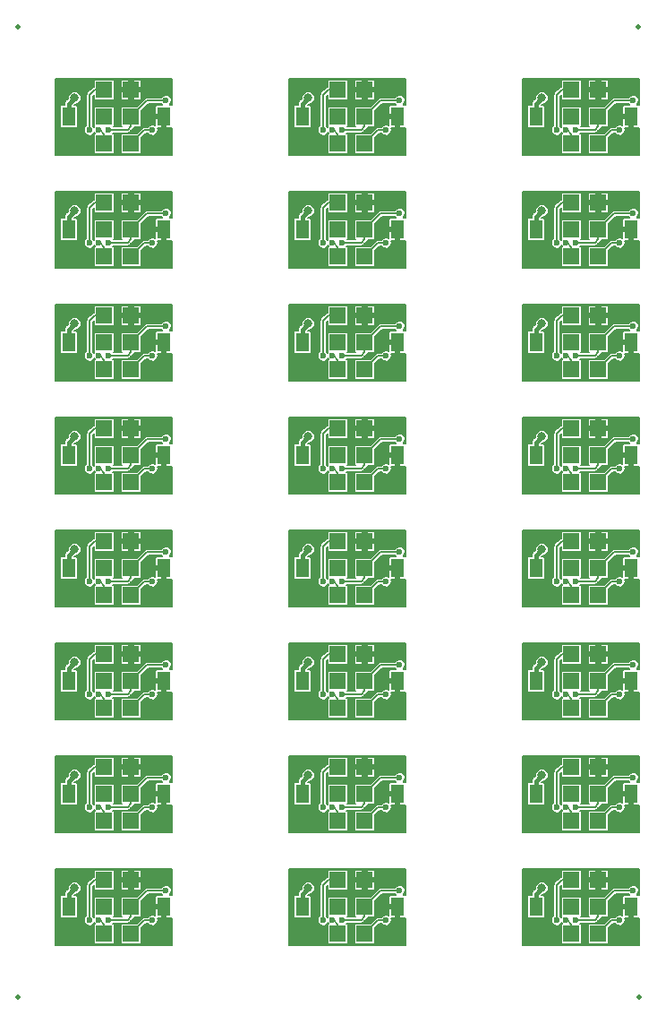
<source format=gbr>
G04 #@! TF.FileFunction,Copper,L2,Bot,Signal*
%FSLAX46Y46*%
G04 Gerber Fmt 4.6, Leading zero omitted, Abs format (unit mm)*
G04 Created by KiCad (PCBNEW 4.0.5+dfsg1-4) date Sun Jun 17 20:11:44 2018*
%MOMM*%
%LPD*%
G01*
G04 APERTURE LIST*
%ADD10C,0.100000*%
%ADD11C,0.500000*%
%ADD12R,1.524000X1.524000*%
%ADD13R,1.250000X1.800000*%
%ADD14C,0.600000*%
%ADD15C,0.800000*%
%ADD16C,0.406400*%
%ADD17C,0.152400*%
G04 APERTURE END LIST*
D10*
D11*
X136012306Y-146304000D03*
X194695694Y-146301809D03*
X194691000Y-54607809D03*
X136017000Y-54610000D03*
D12*
X190881000Y-129667000D03*
X190881000Y-127127000D03*
X188341000Y-127127000D03*
X188341000Y-129667000D03*
X190881000Y-124587000D03*
X188341000Y-124587000D03*
D13*
X184991000Y-127127000D03*
X193991000Y-127127000D03*
X184991000Y-137795000D03*
X193991000Y-137795000D03*
D12*
X190881000Y-140335000D03*
X190881000Y-137795000D03*
X188341000Y-137795000D03*
X188341000Y-140335000D03*
X190881000Y-135255000D03*
X188341000Y-135255000D03*
D13*
X184991000Y-116459000D03*
X193991000Y-116459000D03*
D12*
X190881000Y-118999000D03*
X190881000Y-116459000D03*
X188341000Y-116459000D03*
X188341000Y-118999000D03*
X190881000Y-113919000D03*
X188341000Y-113919000D03*
X190881000Y-108331000D03*
X190881000Y-105791000D03*
X188341000Y-105791000D03*
X188341000Y-108331000D03*
X190881000Y-103251000D03*
X188341000Y-103251000D03*
D13*
X184991000Y-105791000D03*
X193991000Y-105791000D03*
D12*
X190881000Y-76327000D03*
X190881000Y-73787000D03*
X188341000Y-73787000D03*
X188341000Y-76327000D03*
X190881000Y-71247000D03*
X188341000Y-71247000D03*
D13*
X184991000Y-63119000D03*
X193991000Y-63119000D03*
D12*
X190881000Y-65659000D03*
X190881000Y-63119000D03*
X188341000Y-63119000D03*
X188341000Y-65659000D03*
X190881000Y-60579000D03*
X188341000Y-60579000D03*
D13*
X184991000Y-73787000D03*
X193991000Y-73787000D03*
D12*
X190881000Y-86995000D03*
X190881000Y-84455000D03*
X188341000Y-84455000D03*
X188341000Y-86995000D03*
X190881000Y-81915000D03*
X188341000Y-81915000D03*
D13*
X184991000Y-95123000D03*
X193991000Y-95123000D03*
X184991000Y-84455000D03*
X193991000Y-84455000D03*
D12*
X190881000Y-97663000D03*
X190881000Y-95123000D03*
X188341000Y-95123000D03*
X188341000Y-97663000D03*
X190881000Y-92583000D03*
X188341000Y-92583000D03*
D14*
X193929000Y-71501000D03*
X194564000Y-71501000D03*
X194564001Y-75057000D03*
X193929000Y-75057000D03*
X185166000Y-76200000D03*
X184531000Y-76200000D03*
X184531000Y-75565000D03*
X194564000Y-60833000D03*
X194564001Y-64389000D03*
X193929000Y-64389000D03*
X184531000Y-64897000D03*
X185166000Y-65532000D03*
X184531000Y-65532000D03*
X193929000Y-60833000D03*
X194564001Y-96393000D03*
X193929000Y-96393000D03*
X184531000Y-96901000D03*
X185166000Y-97536000D03*
X184531000Y-97536000D03*
X194564000Y-82169000D03*
X193929000Y-85725000D03*
X193929000Y-82169000D03*
X194564001Y-85725000D03*
X185166000Y-86868000D03*
X184531000Y-86233000D03*
X184531000Y-86868000D03*
X193929000Y-92837000D03*
X194564000Y-92837000D03*
X185166000Y-108204000D03*
X184531000Y-108204000D03*
X184531000Y-107569000D03*
X194564001Y-107061000D03*
X193929000Y-107061000D03*
X185166000Y-118872000D03*
X184531000Y-118872000D03*
X184531000Y-118237000D03*
X194564000Y-103505000D03*
X193929000Y-103505000D03*
X193929000Y-114173000D03*
X194564000Y-114173000D03*
X194564001Y-117729000D03*
X193929000Y-117729000D03*
X194564001Y-139065000D03*
X193929000Y-135509000D03*
X194564000Y-135509000D03*
X193929000Y-139065000D03*
X184531000Y-139573000D03*
X184531000Y-140208000D03*
X185166000Y-140208000D03*
X184531000Y-129540000D03*
X185166000Y-129540000D03*
X184531000Y-128905000D03*
X193929000Y-124841000D03*
X194564000Y-124841000D03*
X194564001Y-128397000D03*
X193929000Y-128397000D03*
D12*
X168783000Y-140335000D03*
X168783000Y-137795000D03*
X166243000Y-137795000D03*
X166243000Y-140335000D03*
X168783000Y-135255000D03*
X166243000Y-135255000D03*
D13*
X162893000Y-137795000D03*
X171893000Y-137795000D03*
X162893000Y-127127000D03*
X171893000Y-127127000D03*
D12*
X168783000Y-108331000D03*
X168783000Y-105791000D03*
X166243000Y-105791000D03*
X166243000Y-108331000D03*
X168783000Y-103251000D03*
X166243000Y-103251000D03*
D13*
X162893000Y-105791000D03*
X171893000Y-105791000D03*
X162893000Y-95123000D03*
X171893000Y-95123000D03*
D12*
X168783000Y-97663000D03*
X168783000Y-95123000D03*
X166243000Y-95123000D03*
X166243000Y-97663000D03*
X168783000Y-92583000D03*
X166243000Y-92583000D03*
X168783000Y-65659000D03*
X168783000Y-63119000D03*
X166243000Y-63119000D03*
X166243000Y-65659000D03*
X168783000Y-60579000D03*
X166243000Y-60579000D03*
D13*
X162893000Y-63119000D03*
X171893000Y-63119000D03*
D12*
X168783000Y-76327000D03*
X168783000Y-73787000D03*
X166243000Y-73787000D03*
X166243000Y-76327000D03*
X168783000Y-71247000D03*
X166243000Y-71247000D03*
D13*
X162893000Y-84455000D03*
X171893000Y-84455000D03*
D12*
X168783000Y-86995000D03*
X168783000Y-84455000D03*
X166243000Y-84455000D03*
X166243000Y-86995000D03*
X168783000Y-81915000D03*
X166243000Y-81915000D03*
D13*
X162893000Y-73787000D03*
X171893000Y-73787000D03*
D12*
X168783000Y-129667000D03*
X168783000Y-127127000D03*
X166243000Y-127127000D03*
X166243000Y-129667000D03*
X168783000Y-124587000D03*
X166243000Y-124587000D03*
D13*
X162893000Y-116459000D03*
X171893000Y-116459000D03*
D12*
X168783000Y-118999000D03*
X168783000Y-116459000D03*
X166243000Y-116459000D03*
X166243000Y-118999000D03*
X168783000Y-113919000D03*
X166243000Y-113919000D03*
D14*
X162433000Y-64897000D03*
X162433000Y-65532000D03*
X163068000Y-65532000D03*
X172466000Y-60833000D03*
X171831000Y-60833000D03*
X172466001Y-64389000D03*
X171831000Y-64389000D03*
X162433000Y-86868000D03*
X162433000Y-86233000D03*
X163068000Y-86868000D03*
X172466000Y-82169000D03*
X171831000Y-82169000D03*
X171831000Y-85725000D03*
X172466001Y-85725000D03*
X172466001Y-75057000D03*
X171831000Y-75057000D03*
X163068000Y-76200000D03*
X162433000Y-76200000D03*
X162433000Y-75565000D03*
X172466000Y-71501000D03*
X171831000Y-71501000D03*
X171831000Y-124841000D03*
X172466001Y-128397000D03*
X171831000Y-128397000D03*
X172466000Y-124841000D03*
X162433000Y-128905000D03*
X163068000Y-129540000D03*
X162433000Y-129540000D03*
X162433000Y-118872000D03*
X163068000Y-118872000D03*
X162433000Y-118237000D03*
X172466000Y-114173000D03*
X171831000Y-114173000D03*
X171831000Y-117729000D03*
X172466001Y-117729000D03*
X172466001Y-139065000D03*
X171831000Y-139065000D03*
X162433000Y-139573000D03*
X162433000Y-140208000D03*
X163068000Y-140208000D03*
X171831000Y-135509000D03*
X172466000Y-135509000D03*
X172466001Y-96393000D03*
X172466000Y-92837000D03*
X171831000Y-96393000D03*
X171831000Y-92837000D03*
X171831000Y-107061000D03*
X172466000Y-103505000D03*
X171831000Y-103505000D03*
X172466001Y-107061000D03*
X163068000Y-108204000D03*
X162433000Y-107569000D03*
X162433000Y-108204000D03*
X162433000Y-97536000D03*
X162433000Y-96901000D03*
X163068000Y-97536000D03*
D12*
X146685000Y-97663000D03*
X146685000Y-95123000D03*
X144145000Y-95123000D03*
X144145000Y-97663000D03*
X146685000Y-92583000D03*
X144145000Y-92583000D03*
D13*
X140795000Y-84455000D03*
X149795000Y-84455000D03*
X140795000Y-95123000D03*
X149795000Y-95123000D03*
X140795000Y-63119000D03*
X149795000Y-63119000D03*
X140795000Y-73787000D03*
X149795000Y-73787000D03*
D12*
X146685000Y-65659000D03*
X146685000Y-63119000D03*
X144145000Y-63119000D03*
X144145000Y-65659000D03*
X146685000Y-60579000D03*
X144145000Y-60579000D03*
X146685000Y-86995000D03*
X146685000Y-84455000D03*
X144145000Y-84455000D03*
X144145000Y-86995000D03*
X146685000Y-81915000D03*
X144145000Y-81915000D03*
X146685000Y-76327000D03*
X146685000Y-73787000D03*
X144145000Y-73787000D03*
X144145000Y-76327000D03*
X146685000Y-71247000D03*
X144145000Y-71247000D03*
D14*
X149733000Y-60833000D03*
X150368000Y-60833000D03*
X149733000Y-64389000D03*
X150368001Y-64389000D03*
X140335000Y-64897000D03*
X140970000Y-65532000D03*
X140335000Y-65532000D03*
X149733000Y-71501000D03*
X149733000Y-75057000D03*
X150368001Y-75057000D03*
X150368000Y-71501000D03*
X140335000Y-76200000D03*
X140970000Y-76200000D03*
X140335000Y-75565000D03*
X140335000Y-86233000D03*
X140970000Y-86868000D03*
X140335000Y-86868000D03*
X150368001Y-85725000D03*
X149733000Y-85725000D03*
X150368000Y-82169000D03*
X149733000Y-82169000D03*
X150368001Y-96393000D03*
X149733000Y-96393000D03*
X149733000Y-92837000D03*
X150368000Y-92837000D03*
X140335000Y-97536000D03*
X140970000Y-97536000D03*
X140335000Y-96901000D03*
D12*
X146685000Y-118999000D03*
X146685000Y-116459000D03*
X144145000Y-116459000D03*
X144145000Y-118999000D03*
X146685000Y-113919000D03*
X144145000Y-113919000D03*
D13*
X140795000Y-105791000D03*
X149795000Y-105791000D03*
D12*
X146685000Y-108331000D03*
X146685000Y-105791000D03*
X144145000Y-105791000D03*
X144145000Y-108331000D03*
X146685000Y-103251000D03*
X144145000Y-103251000D03*
D13*
X140795000Y-116459000D03*
X149795000Y-116459000D03*
D14*
X149733000Y-103505000D03*
X150368001Y-107061000D03*
X149733000Y-107061000D03*
X150368000Y-103505000D03*
X140335000Y-108204000D03*
X140970000Y-108204000D03*
X140335000Y-107569000D03*
X149733000Y-117729000D03*
X150368001Y-117729000D03*
X150368000Y-114173000D03*
X149733000Y-114173000D03*
X140335000Y-118237000D03*
X140335000Y-118872000D03*
X140970000Y-118872000D03*
D13*
X140795000Y-127127000D03*
X149795000Y-127127000D03*
D12*
X146685000Y-129667000D03*
X146685000Y-127127000D03*
X144145000Y-127127000D03*
X144145000Y-129667000D03*
X146685000Y-124587000D03*
X144145000Y-124587000D03*
D14*
X150368001Y-128397000D03*
X149733000Y-128397000D03*
X150368000Y-124841000D03*
X149733000Y-124841000D03*
X140970000Y-129540000D03*
X140335000Y-129540000D03*
X140335000Y-128905000D03*
X140335000Y-140208000D03*
X140335000Y-139573000D03*
X140970000Y-140208000D03*
X150368001Y-139065000D03*
X150368000Y-135509000D03*
X149733000Y-135509000D03*
D12*
X146685000Y-140335000D03*
X146685000Y-137795000D03*
X144145000Y-137795000D03*
X144145000Y-140335000D03*
X146685000Y-135255000D03*
X144145000Y-135255000D03*
D13*
X140795000Y-137795000D03*
X149795000Y-137795000D03*
D14*
X149733000Y-139065000D03*
D15*
X185547000Y-136017000D03*
X185547000Y-125349000D03*
X185547000Y-104013000D03*
X185547000Y-114681000D03*
X185547000Y-72009000D03*
X185547000Y-61341000D03*
X185547000Y-82677000D03*
X185547000Y-93345000D03*
X163449000Y-61341000D03*
X163449000Y-72009000D03*
X163449000Y-82677000D03*
X163449000Y-93345000D03*
X163449000Y-104013000D03*
X163449000Y-125349000D03*
X163449000Y-136017000D03*
X163449000Y-114681000D03*
X141351000Y-61341000D03*
X141351000Y-82677000D03*
X141351000Y-72009000D03*
X141351000Y-93345000D03*
X141351000Y-104013000D03*
X141351000Y-114681000D03*
X141351000Y-125349000D03*
X141351000Y-136017000D03*
D14*
X194183000Y-136271000D03*
X188746383Y-139033785D03*
X194183000Y-125603000D03*
X188746383Y-128365785D03*
X194183000Y-104267000D03*
X188746383Y-107029785D03*
X194183000Y-114935000D03*
X188746383Y-117697785D03*
X194183000Y-72263000D03*
X188746383Y-75025785D03*
X188746383Y-64357785D03*
X194183000Y-61595000D03*
X194183000Y-82931000D03*
X188746383Y-85693785D03*
X188746383Y-96361785D03*
X194183000Y-93599000D03*
X172085000Y-61595000D03*
X166648383Y-64357785D03*
X166648383Y-75025785D03*
X172085000Y-72263000D03*
X166648383Y-85693785D03*
X172085000Y-82931000D03*
X166648383Y-96361785D03*
X172085000Y-93599000D03*
X172085000Y-125603000D03*
X166648383Y-128365785D03*
X166648383Y-139033785D03*
X172085000Y-136271000D03*
X166648383Y-117697785D03*
X166648383Y-107029785D03*
X172085000Y-114935000D03*
X172085000Y-104267000D03*
X144550383Y-64357785D03*
X149987000Y-61595000D03*
X144550383Y-85693785D03*
X144550383Y-75025785D03*
X149987000Y-72263000D03*
X149987000Y-82931000D03*
X144550383Y-96361785D03*
X149987000Y-93599000D03*
X144550383Y-117697785D03*
X149987000Y-114935000D03*
X144550383Y-107029785D03*
X149987000Y-104267000D03*
X144550383Y-128365785D03*
X149987000Y-125603000D03*
X144550383Y-139033785D03*
X149987000Y-136271000D03*
X187833000Y-139009402D03*
X187833000Y-128341402D03*
X187833000Y-107005402D03*
X187833000Y-117673402D03*
X187833000Y-75001402D03*
X187833000Y-64333402D03*
X187833000Y-85669402D03*
X187833000Y-96337402D03*
X165735000Y-64333402D03*
X165735000Y-75001402D03*
X165735000Y-85669402D03*
X165735000Y-96337402D03*
X165735000Y-107005402D03*
X165735000Y-128341402D03*
X165735000Y-139009402D03*
X165735000Y-117673402D03*
X143637000Y-64333402D03*
X143637000Y-85669402D03*
X143637000Y-75001402D03*
X143637000Y-96337402D03*
X143637000Y-117673402D03*
X143637000Y-107005402D03*
X143637000Y-128341402D03*
X143637000Y-139009402D03*
X188341000Y-137795000D03*
X188341000Y-127127000D03*
X188341000Y-105791000D03*
X188341000Y-116459000D03*
X188341000Y-73787000D03*
X188341000Y-63119000D03*
X188341000Y-84455000D03*
X188341000Y-95123000D03*
X166243000Y-63119000D03*
X166243000Y-73787000D03*
X166243000Y-84455000D03*
X166243000Y-95123000D03*
X166243000Y-105791000D03*
X166243000Y-127127000D03*
X166243000Y-137795000D03*
X166243000Y-116459000D03*
X144145000Y-63119000D03*
X144145000Y-84455000D03*
X144145000Y-73787000D03*
X144145000Y-95123000D03*
X144145000Y-116459000D03*
X144145000Y-105791000D03*
X144145000Y-127127000D03*
X144145000Y-137795000D03*
X186944000Y-139064999D03*
X186944000Y-128396999D03*
X186944000Y-107060999D03*
X186944000Y-117728999D03*
X186944000Y-75056999D03*
X186944000Y-64388999D03*
X186944000Y-85724999D03*
X186944000Y-96392999D03*
X164846000Y-64388999D03*
X164846000Y-75056999D03*
X164846000Y-85724999D03*
X164846000Y-96392999D03*
X164846000Y-107060999D03*
X164846000Y-128396999D03*
X164846000Y-139064999D03*
X164846000Y-117728999D03*
X142748000Y-64388999D03*
X142748000Y-85724999D03*
X142748000Y-75056999D03*
X142748000Y-96392999D03*
X142748000Y-117728999D03*
X142748000Y-107060999D03*
X142748000Y-128396999D03*
X142748000Y-139064999D03*
X192913000Y-139065000D03*
X192913000Y-128397000D03*
X192913000Y-107061000D03*
X192913000Y-117729000D03*
X192913000Y-75057000D03*
X192913000Y-64389000D03*
X192913000Y-85725000D03*
X192913000Y-96393000D03*
X170815000Y-64389000D03*
X170815000Y-75057000D03*
X170815000Y-85725000D03*
X170815000Y-96393000D03*
X170815000Y-128397000D03*
X170815000Y-139065000D03*
X170815000Y-117729000D03*
X170815000Y-107061000D03*
X148717000Y-64389000D03*
X148717000Y-85725000D03*
X148717000Y-75057000D03*
X148717000Y-96393000D03*
X148717000Y-117729000D03*
X148717000Y-107061000D03*
X148717000Y-128397000D03*
X148717000Y-139065000D03*
D16*
X184991000Y-115237000D02*
X185547000Y-114681000D01*
X184991000Y-116443001D02*
X184991000Y-115237000D01*
X184991000Y-105775001D02*
X184991000Y-104569000D01*
X184991000Y-104569000D02*
X185547000Y-104013000D01*
X184991000Y-127111001D02*
X184991000Y-125905000D01*
X184991000Y-125905000D02*
X185547000Y-125349000D01*
X184991000Y-137779001D02*
X184991000Y-136573000D01*
X184991000Y-136573000D02*
X185547000Y-136017000D01*
X184991000Y-93901000D02*
X185547000Y-93345000D01*
X184991000Y-95107001D02*
X184991000Y-93901000D01*
X184991000Y-84439001D02*
X184991000Y-83233000D01*
X184991000Y-83233000D02*
X185547000Y-82677000D01*
X184991000Y-63103001D02*
X184991000Y-61897000D01*
X184991000Y-61897000D02*
X185547000Y-61341000D01*
X184991000Y-73771001D02*
X184991000Y-72565000D01*
X184991000Y-72565000D02*
X185547000Y-72009000D01*
X162893000Y-72565000D02*
X163449000Y-72009000D01*
X162893000Y-73771001D02*
X162893000Y-72565000D01*
X162893000Y-84439001D02*
X162893000Y-83233000D01*
X162893000Y-83233000D02*
X163449000Y-82677000D01*
X162893000Y-63103001D02*
X162893000Y-61897000D01*
X162893000Y-61897000D02*
X163449000Y-61341000D01*
X162893000Y-105775001D02*
X162893000Y-104569000D01*
X162893000Y-104569000D02*
X163449000Y-104013000D01*
X162893000Y-116443001D02*
X162893000Y-115237000D01*
X162893000Y-115237000D02*
X163449000Y-114681000D01*
X162893000Y-93901000D02*
X163449000Y-93345000D01*
X162893000Y-95107001D02*
X162893000Y-93901000D01*
X162893000Y-137779001D02*
X162893000Y-136573000D01*
X162893000Y-136573000D02*
X163449000Y-136017000D01*
X162893000Y-125905000D02*
X163449000Y-125349000D01*
X162893000Y-127111001D02*
X162893000Y-125905000D01*
X140795000Y-73771001D02*
X140795000Y-72565000D01*
X140795000Y-72565000D02*
X141351000Y-72009000D01*
X140795000Y-63103001D02*
X140795000Y-61897000D01*
X140795000Y-61897000D02*
X141351000Y-61341000D01*
X140795000Y-84439001D02*
X140795000Y-83233000D01*
X140795000Y-83233000D02*
X141351000Y-82677000D01*
X140795000Y-95107001D02*
X140795000Y-93901000D01*
X140795000Y-93901000D02*
X141351000Y-93345000D01*
X140795000Y-104569000D02*
X141351000Y-104013000D01*
X140795000Y-105775001D02*
X140795000Y-104569000D01*
X140795000Y-116443001D02*
X140795000Y-115237000D01*
X140795000Y-115237000D02*
X141351000Y-114681000D01*
X140795000Y-125905000D02*
X141351000Y-125349000D01*
X140795000Y-127111001D02*
X140795000Y-125905000D01*
X140795000Y-137779001D02*
X140795000Y-136573000D01*
X140795000Y-136573000D02*
X141351000Y-136017000D01*
D17*
X190556615Y-107029785D02*
X189170647Y-107029785D01*
X189170647Y-107029785D02*
X188746383Y-107029785D01*
X190881000Y-106705400D02*
X190556615Y-107029785D01*
X192405000Y-104267000D02*
X190881000Y-105791000D01*
X190881000Y-105791000D02*
X190881000Y-106705400D01*
X190881000Y-117373400D02*
X190556615Y-117697785D01*
X194183000Y-104267000D02*
X192405000Y-104267000D01*
X192405000Y-114935000D02*
X190881000Y-116459000D01*
X194183000Y-114935000D02*
X192405000Y-114935000D01*
X190881000Y-116459000D02*
X190881000Y-117373400D01*
X189170647Y-117697785D02*
X188746383Y-117697785D01*
X190556615Y-117697785D02*
X189170647Y-117697785D01*
X189170647Y-128365785D02*
X188746383Y-128365785D01*
X190556615Y-128365785D02*
X189170647Y-128365785D01*
X190881000Y-137795000D02*
X190881000Y-138709400D01*
X190881000Y-138709400D02*
X190556615Y-139033785D01*
X190556615Y-139033785D02*
X189170647Y-139033785D01*
X194183000Y-136271000D02*
X192405000Y-136271000D01*
X192405000Y-136271000D02*
X190881000Y-137795000D01*
X194183000Y-125603000D02*
X192405000Y-125603000D01*
X190881000Y-127127000D02*
X190881000Y-128041400D01*
X189170647Y-139033785D02*
X188746383Y-139033785D01*
X190881000Y-128041400D02*
X190556615Y-128365785D01*
X192405000Y-125603000D02*
X190881000Y-127127000D01*
X194183000Y-93599000D02*
X192405000Y-93599000D01*
X190881000Y-95123000D02*
X190881000Y-96037400D01*
X192405000Y-93599000D02*
X190881000Y-95123000D01*
X190881000Y-96037400D02*
X190556615Y-96361785D01*
X189170647Y-96361785D02*
X188746383Y-96361785D01*
X190556615Y-96361785D02*
X189170647Y-96361785D01*
X189170647Y-85693785D02*
X188746383Y-85693785D01*
X190556615Y-85693785D02*
X189170647Y-85693785D01*
X190881000Y-85369400D02*
X190556615Y-85693785D01*
X190881000Y-84455000D02*
X190881000Y-85369400D01*
X192405000Y-82931000D02*
X190881000Y-84455000D01*
X194183000Y-82931000D02*
X192405000Y-82931000D01*
X189170647Y-75025785D02*
X188746383Y-75025785D01*
X190881000Y-74701400D02*
X190556615Y-75025785D01*
X190556615Y-75025785D02*
X189170647Y-75025785D01*
X190881000Y-63119000D02*
X190881000Y-64033400D01*
X192405000Y-61595000D02*
X190881000Y-63119000D01*
X194183000Y-61595000D02*
X192405000Y-61595000D01*
X190556615Y-64357785D02*
X189170647Y-64357785D01*
X189170647Y-64357785D02*
X188746383Y-64357785D01*
X190881000Y-64033400D02*
X190556615Y-64357785D01*
X190881000Y-73787000D02*
X190881000Y-74701400D01*
X192405000Y-72263000D02*
X190881000Y-73787000D01*
X194183000Y-72263000D02*
X192405000Y-72263000D01*
X167072647Y-75025785D02*
X166648383Y-75025785D01*
X168783000Y-74701400D02*
X168458615Y-75025785D01*
X168458615Y-75025785D02*
X167072647Y-75025785D01*
X168783000Y-73787000D02*
X168783000Y-74701400D01*
X172085000Y-72263000D02*
X170307000Y-72263000D01*
X170307000Y-72263000D02*
X168783000Y-73787000D01*
X172085000Y-82931000D02*
X170307000Y-82931000D01*
X170307000Y-82931000D02*
X168783000Y-84455000D01*
X170307000Y-61595000D02*
X168783000Y-63119000D01*
X172085000Y-61595000D02*
X170307000Y-61595000D01*
X168458615Y-64357785D02*
X167072647Y-64357785D01*
X167072647Y-64357785D02*
X166648383Y-64357785D01*
X168783000Y-64033400D02*
X168458615Y-64357785D01*
X168783000Y-63119000D02*
X168783000Y-64033400D01*
X168783000Y-105791000D02*
X168783000Y-106705400D01*
X168783000Y-106705400D02*
X168458615Y-107029785D01*
X170307000Y-104267000D02*
X168783000Y-105791000D01*
X172085000Y-104267000D02*
X170307000Y-104267000D01*
X168458615Y-107029785D02*
X167072647Y-107029785D01*
X167072647Y-107029785D02*
X166648383Y-107029785D01*
X170307000Y-114935000D02*
X168783000Y-116459000D01*
X172085000Y-114935000D02*
X170307000Y-114935000D01*
X168783000Y-117373400D02*
X168458615Y-117697785D01*
X168783000Y-116459000D02*
X168783000Y-117373400D01*
X168458615Y-117697785D02*
X167072647Y-117697785D01*
X167072647Y-117697785D02*
X166648383Y-117697785D01*
X168458615Y-96361785D02*
X167072647Y-96361785D01*
X168783000Y-96037400D02*
X168458615Y-96361785D01*
X168783000Y-95123000D02*
X168783000Y-96037400D01*
X170307000Y-93599000D02*
X168783000Y-95123000D01*
X167072647Y-85693785D02*
X166648383Y-85693785D01*
X168458615Y-85693785D02*
X167072647Y-85693785D01*
X168783000Y-84455000D02*
X168783000Y-85369400D01*
X168783000Y-85369400D02*
X168458615Y-85693785D01*
X172085000Y-93599000D02*
X170307000Y-93599000D01*
X167072647Y-96361785D02*
X166648383Y-96361785D01*
X168783000Y-137795000D02*
X168783000Y-138709400D01*
X168458615Y-139033785D02*
X167072647Y-139033785D01*
X167072647Y-139033785D02*
X166648383Y-139033785D01*
X168783000Y-138709400D02*
X168458615Y-139033785D01*
X172085000Y-136271000D02*
X170307000Y-136271000D01*
X170307000Y-136271000D02*
X168783000Y-137795000D01*
X168458615Y-128365785D02*
X167072647Y-128365785D01*
X167072647Y-128365785D02*
X166648383Y-128365785D01*
X170307000Y-125603000D02*
X168783000Y-127127000D01*
X168783000Y-127127000D02*
X168783000Y-128041400D01*
X168783000Y-128041400D02*
X168458615Y-128365785D01*
X172085000Y-125603000D02*
X170307000Y-125603000D01*
X149987000Y-61595000D02*
X148209000Y-61595000D01*
X146685000Y-64033400D02*
X146360615Y-64357785D01*
X144974647Y-64357785D02*
X144550383Y-64357785D01*
X146360615Y-64357785D02*
X144974647Y-64357785D01*
X144974647Y-75025785D02*
X144550383Y-75025785D01*
X146360615Y-75025785D02*
X144974647Y-75025785D01*
X149987000Y-82931000D02*
X148209000Y-82931000D01*
X148209000Y-82931000D02*
X146685000Y-84455000D01*
X146685000Y-74701400D02*
X146360615Y-75025785D01*
X149987000Y-72263000D02*
X148209000Y-72263000D01*
X148209000Y-72263000D02*
X146685000Y-73787000D01*
X146685000Y-73787000D02*
X146685000Y-74701400D01*
X146685000Y-63119000D02*
X146685000Y-64033400D01*
X148209000Y-61595000D02*
X146685000Y-63119000D01*
X146685000Y-84455000D02*
X146685000Y-85369400D01*
X146360615Y-85693785D02*
X144974647Y-85693785D01*
X144974647Y-85693785D02*
X144550383Y-85693785D01*
X146685000Y-85369400D02*
X146360615Y-85693785D01*
X149987000Y-93599000D02*
X148209000Y-93599000D01*
X146685000Y-95123000D02*
X146685000Y-96037400D01*
X148209000Y-93599000D02*
X146685000Y-95123000D01*
X144974647Y-96361785D02*
X144550383Y-96361785D01*
X146685000Y-96037400D02*
X146360615Y-96361785D01*
X146360615Y-96361785D02*
X144974647Y-96361785D01*
X146685000Y-116459000D02*
X146685000Y-117373400D01*
X148209000Y-114935000D02*
X146685000Y-116459000D01*
X144974647Y-117697785D02*
X144550383Y-117697785D01*
X146685000Y-105791000D02*
X146685000Y-106705400D01*
X148209000Y-104267000D02*
X146685000Y-105791000D01*
X149987000Y-104267000D02*
X148209000Y-104267000D01*
X144974647Y-107029785D02*
X144550383Y-107029785D01*
X146360615Y-107029785D02*
X144974647Y-107029785D01*
X146685000Y-106705400D02*
X146360615Y-107029785D01*
X146685000Y-117373400D02*
X146360615Y-117697785D01*
X146360615Y-117697785D02*
X144974647Y-117697785D01*
X149987000Y-114935000D02*
X148209000Y-114935000D01*
X144974647Y-128365785D02*
X144550383Y-128365785D01*
X146685000Y-127127000D02*
X146685000Y-128041400D01*
X148209000Y-125603000D02*
X146685000Y-127127000D01*
X146360615Y-128365785D02*
X144974647Y-128365785D01*
X146685000Y-128041400D02*
X146360615Y-128365785D01*
X149987000Y-125603000D02*
X148209000Y-125603000D01*
X144974647Y-139033785D02*
X144550383Y-139033785D01*
X146685000Y-138709400D02*
X146360615Y-139033785D01*
X146685000Y-137795000D02*
X146685000Y-138709400D01*
X146360615Y-139033785D02*
X144974647Y-139033785D01*
X148209000Y-136271000D02*
X146685000Y-137795000D01*
X149987000Y-136271000D02*
X148209000Y-136271000D01*
X188341000Y-107416600D02*
X187929802Y-107005402D01*
X188341000Y-108331000D02*
X188341000Y-107416600D01*
X187929802Y-117673402D02*
X187833000Y-117673402D01*
X188341000Y-118084600D02*
X187929802Y-117673402D01*
X187929802Y-107005402D02*
X187833000Y-107005402D01*
X188341000Y-118999000D02*
X188341000Y-118084600D01*
X188341000Y-128752600D02*
X187929802Y-128341402D01*
X187929802Y-128341402D02*
X187833000Y-128341402D01*
X188341000Y-129667000D02*
X188341000Y-128752600D01*
X188341000Y-139420600D02*
X187929802Y-139009402D01*
X187929802Y-139009402D02*
X187833000Y-139009402D01*
X188341000Y-140335000D02*
X188341000Y-139420600D01*
X188341000Y-96748600D02*
X187929802Y-96337402D01*
X187929802Y-96337402D02*
X187833000Y-96337402D01*
X188341000Y-86995000D02*
X188341000Y-86080600D01*
X188341000Y-86080600D02*
X187929802Y-85669402D01*
X188341000Y-97663000D02*
X188341000Y-96748600D01*
X187929802Y-85669402D02*
X187833000Y-85669402D01*
X187929802Y-75001402D02*
X187833000Y-75001402D01*
X188341000Y-76327000D02*
X188341000Y-75412600D01*
X188341000Y-75412600D02*
X187929802Y-75001402D01*
X187929802Y-64333402D02*
X187833000Y-64333402D01*
X188341000Y-64744600D02*
X187929802Y-64333402D01*
X188341000Y-65659000D02*
X188341000Y-64744600D01*
X166243000Y-75412600D02*
X165831802Y-75001402D01*
X165831802Y-75001402D02*
X165735000Y-75001402D01*
X166243000Y-76327000D02*
X166243000Y-75412600D01*
X166243000Y-65659000D02*
X166243000Y-64744600D01*
X166243000Y-64744600D02*
X165831802Y-64333402D01*
X165831802Y-64333402D02*
X165735000Y-64333402D01*
X165831802Y-107005402D02*
X165735000Y-107005402D01*
X166243000Y-108331000D02*
X166243000Y-107416600D01*
X166243000Y-107416600D02*
X165831802Y-107005402D01*
X165831802Y-117673402D02*
X165735000Y-117673402D01*
X166243000Y-118084600D02*
X165831802Y-117673402D01*
X166243000Y-118999000D02*
X166243000Y-118084600D01*
X165831802Y-85669402D02*
X165735000Y-85669402D01*
X166243000Y-86080600D02*
X165831802Y-85669402D01*
X166243000Y-86995000D02*
X166243000Y-86080600D01*
X166243000Y-96748600D02*
X165831802Y-96337402D01*
X166243000Y-97663000D02*
X166243000Y-96748600D01*
X165831802Y-96337402D02*
X165735000Y-96337402D01*
X165831802Y-139009402D02*
X165735000Y-139009402D01*
X166243000Y-139420600D02*
X165831802Y-139009402D01*
X166243000Y-140335000D02*
X166243000Y-139420600D01*
X166243000Y-128752600D02*
X165831802Y-128341402D01*
X166243000Y-129667000D02*
X166243000Y-128752600D01*
X165831802Y-128341402D02*
X165735000Y-128341402D01*
X143733802Y-75001402D02*
X143637000Y-75001402D01*
X144145000Y-65659000D02*
X144145000Y-64744600D01*
X144145000Y-64744600D02*
X143733802Y-64333402D01*
X143733802Y-64333402D02*
X143637000Y-64333402D01*
X144145000Y-75412600D02*
X143733802Y-75001402D01*
X144145000Y-76327000D02*
X144145000Y-75412600D01*
X144145000Y-86080600D02*
X143733802Y-85669402D01*
X143733802Y-85669402D02*
X143637000Y-85669402D01*
X144145000Y-86995000D02*
X144145000Y-86080600D01*
X144145000Y-96748600D02*
X143733802Y-96337402D01*
X143733802Y-96337402D02*
X143637000Y-96337402D01*
X144145000Y-97663000D02*
X144145000Y-96748600D01*
X143733802Y-117673402D02*
X143637000Y-117673402D01*
X144145000Y-108331000D02*
X144145000Y-107416600D01*
X144145000Y-107416600D02*
X143733802Y-107005402D01*
X143733802Y-107005402D02*
X143637000Y-107005402D01*
X144145000Y-118084600D02*
X143733802Y-117673402D01*
X144145000Y-118999000D02*
X144145000Y-118084600D01*
X144145000Y-129667000D02*
X144145000Y-128752600D01*
X143733802Y-128341402D02*
X143637000Y-128341402D01*
X144145000Y-128752600D02*
X143733802Y-128341402D01*
X144145000Y-140335000D02*
X144145000Y-139420600D01*
X144145000Y-139420600D02*
X143733802Y-139009402D01*
X143733802Y-139009402D02*
X143637000Y-139009402D01*
X186944000Y-116997482D02*
X186944000Y-117728999D01*
X186944000Y-114401600D02*
X186944000Y-116997482D01*
X188341000Y-103251000D02*
X187426600Y-103251000D01*
X187426600Y-103251000D02*
X186944000Y-103733600D01*
X188341000Y-113919000D02*
X187426600Y-113919000D01*
X187426600Y-113919000D02*
X186944000Y-114401600D01*
X186944000Y-103733600D02*
X186944000Y-106329482D01*
X186944000Y-106329482D02*
X186944000Y-107060999D01*
X186944000Y-125069600D02*
X186944000Y-127665482D01*
X186944000Y-127665482D02*
X186944000Y-128396999D01*
X187426600Y-124587000D02*
X186944000Y-125069600D01*
X188341000Y-135255000D02*
X187426600Y-135255000D01*
X187426600Y-135255000D02*
X186944000Y-135737600D01*
X186944000Y-138333482D02*
X186944000Y-139064999D01*
X186944000Y-135737600D02*
X186944000Y-138333482D01*
X188341000Y-124587000D02*
X187426600Y-124587000D01*
X186944000Y-95661482D02*
X186944000Y-96392999D01*
X188341000Y-92583000D02*
X187426600Y-92583000D01*
X187426600Y-92583000D02*
X186944000Y-93065600D01*
X186944000Y-93065600D02*
X186944000Y-95661482D01*
X186944000Y-82397600D02*
X186944000Y-84993482D01*
X186944000Y-84993482D02*
X186944000Y-85724999D01*
X188341000Y-81915000D02*
X187426600Y-81915000D01*
X187426600Y-81915000D02*
X186944000Y-82397600D01*
X188341000Y-71247000D02*
X187426600Y-71247000D01*
X186944000Y-74325482D02*
X186944000Y-75056999D01*
X186944000Y-63657482D02*
X186944000Y-64388999D01*
X187426600Y-60579000D02*
X186944000Y-61061600D01*
X188341000Y-60579000D02*
X187426600Y-60579000D01*
X186944000Y-61061600D02*
X186944000Y-63657482D01*
X186944000Y-71729600D02*
X186944000Y-74325482D01*
X187426600Y-71247000D02*
X186944000Y-71729600D01*
X164846000Y-74325482D02*
X164846000Y-75056999D01*
X166243000Y-71247000D02*
X165328600Y-71247000D01*
X164846000Y-71729600D02*
X164846000Y-74325482D01*
X165328600Y-71247000D02*
X164846000Y-71729600D01*
X164846000Y-82397600D02*
X164846000Y-84993482D01*
X165328600Y-81915000D02*
X164846000Y-82397600D01*
X166243000Y-81915000D02*
X165328600Y-81915000D01*
X166243000Y-60579000D02*
X165328600Y-60579000D01*
X165328600Y-60579000D02*
X164846000Y-61061600D01*
X164846000Y-61061600D02*
X164846000Y-63657482D01*
X164846000Y-63657482D02*
X164846000Y-64388999D01*
X164846000Y-106329482D02*
X164846000Y-107060999D01*
X165328600Y-103251000D02*
X164846000Y-103733600D01*
X166243000Y-103251000D02*
X165328600Y-103251000D01*
X164846000Y-103733600D02*
X164846000Y-106329482D01*
X166243000Y-113919000D02*
X165328600Y-113919000D01*
X165328600Y-113919000D02*
X164846000Y-114401600D01*
X164846000Y-114401600D02*
X164846000Y-116997482D01*
X164846000Y-116997482D02*
X164846000Y-117728999D01*
X164846000Y-95661482D02*
X164846000Y-96392999D01*
X164846000Y-93065600D02*
X164846000Y-95661482D01*
X164846000Y-84993482D02*
X164846000Y-85724999D01*
X166243000Y-92583000D02*
X165328600Y-92583000D01*
X165328600Y-92583000D02*
X164846000Y-93065600D01*
X164846000Y-135737600D02*
X164846000Y-138333482D01*
X164846000Y-138333482D02*
X164846000Y-139064999D01*
X166243000Y-135255000D02*
X165328600Y-135255000D01*
X165328600Y-135255000D02*
X164846000Y-135737600D01*
X166243000Y-124587000D02*
X165328600Y-124587000D01*
X164846000Y-127665482D02*
X164846000Y-128396999D01*
X164846000Y-125069600D02*
X164846000Y-127665482D01*
X165328600Y-124587000D02*
X164846000Y-125069600D01*
X143230600Y-71247000D02*
X142748000Y-71729600D01*
X142748000Y-71729600D02*
X142748000Y-74325482D01*
X144145000Y-71247000D02*
X143230600Y-71247000D01*
X142748000Y-74325482D02*
X142748000Y-75056999D01*
X142748000Y-61061600D02*
X142748000Y-63657482D01*
X143230600Y-60579000D02*
X142748000Y-61061600D01*
X142748000Y-63657482D02*
X142748000Y-64388999D01*
X144145000Y-60579000D02*
X143230600Y-60579000D01*
X142748000Y-82397600D02*
X142748000Y-84993482D01*
X142748000Y-84993482D02*
X142748000Y-85724999D01*
X143230600Y-81915000D02*
X142748000Y-82397600D01*
X144145000Y-81915000D02*
X143230600Y-81915000D01*
X142748000Y-95661482D02*
X142748000Y-96392999D01*
X142748000Y-93065600D02*
X142748000Y-95661482D01*
X143230600Y-92583000D02*
X142748000Y-93065600D01*
X144145000Y-92583000D02*
X143230600Y-92583000D01*
X143230600Y-103251000D02*
X142748000Y-103733600D01*
X144145000Y-103251000D02*
X143230600Y-103251000D01*
X142748000Y-103733600D02*
X142748000Y-106329482D01*
X143230600Y-113919000D02*
X142748000Y-114401600D01*
X144145000Y-113919000D02*
X143230600Y-113919000D01*
X142748000Y-116997482D02*
X142748000Y-117728999D01*
X142748000Y-114401600D02*
X142748000Y-116997482D01*
X142748000Y-106329482D02*
X142748000Y-107060999D01*
X143230600Y-124587000D02*
X142748000Y-125069600D01*
X144145000Y-124587000D02*
X143230600Y-124587000D01*
X142748000Y-125069600D02*
X142748000Y-127665482D01*
X142748000Y-127665482D02*
X142748000Y-128396999D01*
X142748000Y-135737600D02*
X142748000Y-138333482D01*
X142748000Y-138333482D02*
X142748000Y-139064999D01*
X144145000Y-135255000D02*
X143230600Y-135255000D01*
X143230600Y-135255000D02*
X142748000Y-135737600D01*
X192151000Y-107060999D02*
X192913000Y-107061000D01*
X190880999Y-108331000D02*
X192151000Y-107060999D01*
X190880999Y-108331000D02*
X191643000Y-107569000D01*
X190880999Y-118999000D02*
X192151000Y-117728999D01*
X192151000Y-117728999D02*
X192913000Y-117729000D01*
X190880999Y-118999000D02*
X191643000Y-118237000D01*
X190880999Y-140335000D02*
X191643000Y-139573000D01*
X190880999Y-140335000D02*
X192151000Y-139064999D01*
X192151000Y-139064999D02*
X192913000Y-139065000D01*
X190880999Y-129667000D02*
X192151000Y-128396999D01*
X190880999Y-129667000D02*
X191643000Y-128905000D01*
X192151000Y-128396999D02*
X192913000Y-128397000D01*
X192151000Y-96392999D02*
X192913000Y-96393000D01*
X190880999Y-97663000D02*
X192151000Y-96392999D01*
X190880999Y-97663000D02*
X191643000Y-96901000D01*
X192151000Y-85724999D02*
X192913000Y-85725000D01*
X190880999Y-86995000D02*
X192151000Y-85724999D01*
X190880999Y-86995000D02*
X191643000Y-86233000D01*
X190880999Y-65659000D02*
X191643000Y-64897000D01*
X190880999Y-65659000D02*
X192151000Y-64388999D01*
X192151000Y-64388999D02*
X192913000Y-64389000D01*
X190880999Y-76327000D02*
X191643000Y-75565000D01*
X192151000Y-75056999D02*
X192913000Y-75057000D01*
X190880999Y-76327000D02*
X192151000Y-75056999D01*
X168782999Y-76327000D02*
X170053000Y-75056999D01*
X170053000Y-75056999D02*
X170815000Y-75057000D01*
X168782999Y-76327000D02*
X169545000Y-75565000D01*
X170053000Y-64388999D02*
X170815000Y-64389000D01*
X168782999Y-65659000D02*
X170053000Y-64388999D01*
X168782999Y-65659000D02*
X169545000Y-64897000D01*
X168782999Y-108331000D02*
X169545000Y-107569000D01*
X170053000Y-107060999D02*
X170815000Y-107061000D01*
X168782999Y-108331000D02*
X170053000Y-107060999D01*
X170053000Y-117728999D02*
X170815000Y-117729000D01*
X168782999Y-118999000D02*
X170053000Y-117728999D01*
X168782999Y-118999000D02*
X169545000Y-118237000D01*
X168782999Y-86995000D02*
X169545000Y-86233000D01*
X170053000Y-85724999D02*
X170815000Y-85725000D01*
X168782999Y-86995000D02*
X170053000Y-85724999D01*
X168782999Y-97663000D02*
X170053000Y-96392999D01*
X168782999Y-97663000D02*
X169545000Y-96901000D01*
X170053000Y-96392999D02*
X170815000Y-96393000D01*
X168782999Y-140335000D02*
X170053000Y-139064999D01*
X168782999Y-140335000D02*
X169545000Y-139573000D01*
X170053000Y-139064999D02*
X170815000Y-139065000D01*
X168782999Y-129667000D02*
X170053000Y-128396999D01*
X168782999Y-129667000D02*
X169545000Y-128905000D01*
X170053000Y-128396999D02*
X170815000Y-128397000D01*
X146684999Y-65659000D02*
X147955000Y-64388999D01*
X147955000Y-64388999D02*
X148717000Y-64389000D01*
X146684999Y-65659000D02*
X147447000Y-64897000D01*
X146684999Y-76327000D02*
X147955000Y-75056999D01*
X147955000Y-75056999D02*
X148717000Y-75057000D01*
X146684999Y-76327000D02*
X147447000Y-75565000D01*
X146684999Y-86995000D02*
X147447000Y-86233000D01*
X146684999Y-86995000D02*
X147955000Y-85724999D01*
X147955000Y-85724999D02*
X148717000Y-85725000D01*
X147955000Y-96392999D02*
X148717000Y-96393000D01*
X146684999Y-97663000D02*
X147447000Y-96901000D01*
X146684999Y-97663000D02*
X147955000Y-96392999D01*
X147955000Y-117728999D02*
X148717000Y-117729000D01*
X147955000Y-107060999D02*
X148717000Y-107061000D01*
X146684999Y-108331000D02*
X147447000Y-107569000D01*
X146684999Y-108331000D02*
X147955000Y-107060999D01*
X146684999Y-118999000D02*
X147955000Y-117728999D01*
X146684999Y-118999000D02*
X147447000Y-118237000D01*
X146684999Y-129667000D02*
X147955000Y-128396999D01*
X147955000Y-128396999D02*
X148717000Y-128397000D01*
X146684999Y-129667000D02*
X147447000Y-128905000D01*
X146684999Y-140335000D02*
X147955000Y-139064999D01*
X147955000Y-139064999D02*
X148717000Y-139065000D01*
X146684999Y-140335000D02*
X147447000Y-139573000D01*
G36*
X150545800Y-134188200D02*
X150545800Y-136688122D01*
X150528283Y-136676417D01*
X150486680Y-136659185D01*
X150442515Y-136650400D01*
X150355103Y-136650400D01*
X150391497Y-136615254D01*
X150450660Y-136530131D01*
X150492161Y-136435137D01*
X150514422Y-136333891D01*
X150516592Y-136230250D01*
X150498592Y-136128161D01*
X150461104Y-136031513D01*
X150405558Y-135943986D01*
X150334070Y-135868916D01*
X150249361Y-135809161D01*
X150154660Y-135766998D01*
X150053573Y-135744030D01*
X149935168Y-135742377D01*
X149833478Y-135762512D01*
X149737637Y-135802015D01*
X149651293Y-135859382D01*
X149577736Y-135932427D01*
X149554956Y-135966200D01*
X148209000Y-135966200D01*
X148180943Y-135968951D01*
X148152931Y-135971401D01*
X148151390Y-135971849D01*
X148149797Y-135972005D01*
X148122786Y-135980160D01*
X148095807Y-135987999D01*
X148094393Y-135988732D01*
X148092850Y-135989198D01*
X148067909Y-136002460D01*
X148042994Y-136015374D01*
X148041743Y-136016372D01*
X148040326Y-136017126D01*
X148018477Y-136034946D01*
X147996504Y-136052486D01*
X147994276Y-136054683D01*
X147994227Y-136054723D01*
X147994189Y-136054769D01*
X147993474Y-136055474D01*
X147245654Y-136803294D01*
X146919950Y-136803294D01*
X146919950Y-136245600D01*
X147469515Y-136245600D01*
X147513680Y-136236815D01*
X147555283Y-136219583D01*
X147592724Y-136194565D01*
X147624565Y-136162724D01*
X147649583Y-136125283D01*
X147666815Y-136083680D01*
X147675600Y-136039515D01*
X147675600Y-135489950D01*
X147618450Y-135432800D01*
X146862800Y-135432800D01*
X146862800Y-135077200D01*
X147618450Y-135077200D01*
X147675600Y-135020050D01*
X147675600Y-134470485D01*
X147666815Y-134426320D01*
X147649583Y-134384717D01*
X147624565Y-134347276D01*
X147592724Y-134315435D01*
X147555283Y-134290417D01*
X147513680Y-134273185D01*
X147469515Y-134264400D01*
X146919950Y-134264400D01*
X146862800Y-134321550D01*
X146862800Y-135077200D01*
X146862800Y-135432800D01*
X146862800Y-136188449D01*
X146919950Y-136245600D01*
X146919950Y-136803294D01*
X145923000Y-136803294D01*
X145900486Y-136805089D01*
X145900485Y-136245600D01*
X146450050Y-136245600D01*
X146507199Y-136188450D01*
X146507200Y-135432800D01*
X145751550Y-135432800D01*
X145751550Y-135077200D01*
X146507200Y-135077200D01*
X146507200Y-134321550D01*
X146450050Y-134264400D01*
X145900485Y-134264400D01*
X145856320Y-134273185D01*
X145814717Y-134290417D01*
X145777276Y-134315435D01*
X145745435Y-134347276D01*
X145720417Y-134384717D01*
X145703185Y-134426320D01*
X145694400Y-134470485D01*
X145694400Y-135020050D01*
X145751550Y-135077200D01*
X145751550Y-135432800D01*
X145694400Y-135489950D01*
X145694400Y-136039515D01*
X145703185Y-136083680D01*
X145720417Y-136125283D01*
X145745435Y-136162724D01*
X145777276Y-136194565D01*
X145814717Y-136219583D01*
X145856320Y-136236815D01*
X145900485Y-136245600D01*
X145900486Y-136805089D01*
X145886596Y-136806197D01*
X145824852Y-136825318D01*
X145770879Y-136860884D01*
X145728951Y-136910078D01*
X145702388Y-136969005D01*
X145693294Y-137033000D01*
X145693294Y-138557000D01*
X145696197Y-138593404D01*
X145715318Y-138655148D01*
X145750884Y-138709121D01*
X145774190Y-138728984D01*
X145059234Y-138728985D01*
X145101049Y-138679922D01*
X145127611Y-138620995D01*
X145136706Y-138557000D01*
X145136706Y-137033000D01*
X145133803Y-136996595D01*
X145114682Y-136934852D01*
X145079116Y-136880880D01*
X145029923Y-136838951D01*
X144970995Y-136812388D01*
X144907000Y-136803294D01*
X143383000Y-136803294D01*
X143346596Y-136806197D01*
X143284852Y-136825318D01*
X143230879Y-136860884D01*
X143188951Y-136910078D01*
X143162388Y-136969005D01*
X143153294Y-137033000D01*
X143153294Y-138557000D01*
X143156197Y-138593404D01*
X143175318Y-138655148D01*
X143206448Y-138702389D01*
X143174256Y-138750116D01*
X143166558Y-138737986D01*
X143095071Y-138662916D01*
X143052800Y-138633098D01*
X143052800Y-135863852D01*
X143153294Y-135763358D01*
X143153294Y-136017000D01*
X143156196Y-136053404D01*
X143175318Y-136115149D01*
X143210884Y-136169121D01*
X143260078Y-136211049D01*
X143319005Y-136237612D01*
X143382999Y-136246706D01*
X144907000Y-136246706D01*
X144943404Y-136243803D01*
X145005148Y-136224682D01*
X145059121Y-136189116D01*
X145101049Y-136139922D01*
X145127612Y-136080995D01*
X145136706Y-136017000D01*
X145136706Y-134493000D01*
X145133803Y-134456596D01*
X145114682Y-134394852D01*
X145079116Y-134340878D01*
X145029922Y-134298951D01*
X144970995Y-134272388D01*
X144907000Y-134263294D01*
X143382999Y-134263294D01*
X143346596Y-134266197D01*
X143284852Y-134285318D01*
X143230879Y-134320884D01*
X143188951Y-134370078D01*
X143162388Y-134429005D01*
X143153294Y-134493000D01*
X143153294Y-134961471D01*
X143144386Y-134964160D01*
X143117407Y-134971999D01*
X143115992Y-134972732D01*
X143114450Y-134973198D01*
X143089509Y-134986461D01*
X143064594Y-134999374D01*
X143063343Y-135000372D01*
X143061926Y-135001126D01*
X143040077Y-135018946D01*
X143018104Y-135036486D01*
X143015876Y-135038683D01*
X143015827Y-135038723D01*
X143015789Y-135038769D01*
X143015074Y-135039474D01*
X142532474Y-135522074D01*
X142514607Y-135543825D01*
X142496505Y-135565398D01*
X142495732Y-135566804D01*
X142494716Y-135568041D01*
X142481386Y-135592899D01*
X142467848Y-135617527D01*
X142467366Y-135619047D01*
X142466605Y-135620466D01*
X142458347Y-135647480D01*
X142449861Y-135674229D01*
X142449684Y-135675819D01*
X142449213Y-135677355D01*
X142446365Y-135705399D01*
X142443230Y-135733344D01*
X142443208Y-135736479D01*
X142443202Y-135736537D01*
X142443207Y-135736591D01*
X142443200Y-135737600D01*
X142443200Y-138632847D01*
X142412293Y-138653382D01*
X142338736Y-138726427D01*
X142280768Y-138812368D01*
X142240596Y-138907932D01*
X142219752Y-139009479D01*
X142219028Y-139113140D01*
X142238453Y-139214968D01*
X142277286Y-139311082D01*
X142334048Y-139397826D01*
X142406578Y-139471891D01*
X142492113Y-139530457D01*
X142587394Y-139571296D01*
X142688792Y-139592848D01*
X142792446Y-139594295D01*
X142894407Y-139575582D01*
X142990791Y-139537421D01*
X143077928Y-139481265D01*
X143152497Y-139409254D01*
X143211426Y-139324468D01*
X143223048Y-139342228D01*
X143261031Y-139381015D01*
X143230879Y-139400884D01*
X143188951Y-139450078D01*
X143162388Y-139509005D01*
X143153294Y-139573000D01*
X143153294Y-141097000D01*
X143156197Y-141133404D01*
X143175318Y-141195148D01*
X143210884Y-141249121D01*
X143260078Y-141291049D01*
X143319005Y-141317612D01*
X143383000Y-141326706D01*
X144907001Y-141326706D01*
X144943404Y-141323803D01*
X145005148Y-141304682D01*
X145059121Y-141269116D01*
X145101049Y-141219921D01*
X145127612Y-141160995D01*
X145136706Y-141097000D01*
X145136706Y-139573000D01*
X145133803Y-139536597D01*
X145114682Y-139474853D01*
X145079116Y-139420879D01*
X145029922Y-139378951D01*
X144972299Y-139352976D01*
X144982302Y-139338585D01*
X146360615Y-139338585D01*
X146388627Y-139335838D01*
X146416684Y-139333384D01*
X146418225Y-139332936D01*
X146419818Y-139332780D01*
X146446784Y-139324639D01*
X146473808Y-139316787D01*
X146475228Y-139316051D01*
X146476765Y-139315587D01*
X146501671Y-139302344D01*
X146526622Y-139289411D01*
X146527872Y-139288413D01*
X146529289Y-139287659D01*
X146551162Y-139269820D01*
X146573110Y-139252299D01*
X146575337Y-139250104D01*
X146575388Y-139250062D01*
X146575427Y-139250015D01*
X146576142Y-139249311D01*
X146900526Y-138924927D01*
X146918375Y-138903196D01*
X146936495Y-138881602D01*
X146937270Y-138880193D01*
X146938284Y-138878958D01*
X146951592Y-138854139D01*
X146965152Y-138829473D01*
X146965635Y-138827950D01*
X146966395Y-138826533D01*
X146974649Y-138799535D01*
X146978719Y-138786706D01*
X147447000Y-138786706D01*
X147483403Y-138783803D01*
X147545147Y-138764682D01*
X147599121Y-138729116D01*
X147641049Y-138679922D01*
X147667613Y-138620995D01*
X147676706Y-138557000D01*
X147676706Y-137234346D01*
X148335252Y-136575800D01*
X149554709Y-136575800D01*
X149573048Y-136603826D01*
X149618657Y-136650400D01*
X149617198Y-136650400D01*
X149617198Y-136707549D01*
X149560050Y-136650400D01*
X149147485Y-136650400D01*
X149103320Y-136659185D01*
X149061717Y-136676417D01*
X149024276Y-136701435D01*
X148992435Y-136733276D01*
X148967417Y-136770717D01*
X148950185Y-136812320D01*
X148941400Y-136856485D01*
X148941400Y-137544050D01*
X148998550Y-137601200D01*
X149617199Y-137601200D01*
X149617200Y-137581199D01*
X149972800Y-137581200D01*
X149972800Y-137601200D01*
X149992800Y-137601200D01*
X149992800Y-137956800D01*
X149972800Y-137956800D01*
X149972800Y-138850450D01*
X150029950Y-138907600D01*
X150442515Y-138907600D01*
X150486680Y-138898815D01*
X150528283Y-138881583D01*
X150545800Y-138869878D01*
X150545800Y-141401800D01*
X145923001Y-141401800D01*
X145923000Y-141326706D01*
X147447000Y-141326706D01*
X147483404Y-141323803D01*
X147545148Y-141304682D01*
X147599121Y-141269116D01*
X147641049Y-141219922D01*
X147667612Y-141160995D01*
X147676706Y-141097000D01*
X147676706Y-139774346D01*
X148081252Y-139369800D01*
X148284709Y-139369800D01*
X148303048Y-139397826D01*
X148375578Y-139471891D01*
X148461113Y-139530457D01*
X148556394Y-139571295D01*
X148657792Y-139592848D01*
X148761446Y-139594295D01*
X148863407Y-139575582D01*
X148959791Y-139537421D01*
X149046928Y-139481265D01*
X149121497Y-139409254D01*
X149180660Y-139324131D01*
X149222161Y-139229137D01*
X149244422Y-139127891D01*
X149246593Y-139024250D01*
X149228593Y-138922161D01*
X149222944Y-138907600D01*
X149560050Y-138907600D01*
X149617200Y-138850450D01*
X149617200Y-137956800D01*
X148998550Y-137956800D01*
X148941400Y-138013950D01*
X148941400Y-138586260D01*
X148884660Y-138560996D01*
X148783572Y-138538030D01*
X148665168Y-138536377D01*
X148563478Y-138556512D01*
X148467636Y-138596014D01*
X148381293Y-138653382D01*
X148307736Y-138726427D01*
X148284956Y-138760200D01*
X147955000Y-138760200D01*
X147926988Y-138762947D01*
X147898931Y-138765401D01*
X147897390Y-138765849D01*
X147895797Y-138766005D01*
X147868833Y-138774146D01*
X147841807Y-138781998D01*
X147840387Y-138782734D01*
X147838850Y-138783198D01*
X147813944Y-138796441D01*
X147788995Y-138809374D01*
X147787743Y-138810372D01*
X147786326Y-138811126D01*
X147764477Y-138828946D01*
X147742504Y-138846486D01*
X147740276Y-138848683D01*
X147740227Y-138848723D01*
X147740189Y-138848769D01*
X147739474Y-138849474D01*
X147245654Y-139343294D01*
X145923000Y-139343294D01*
X145886596Y-139346197D01*
X145824852Y-139365318D01*
X145770879Y-139400884D01*
X145728951Y-139450078D01*
X145702388Y-139509005D01*
X145693294Y-139573000D01*
X145693294Y-141097000D01*
X145696197Y-141133404D01*
X145715318Y-141195148D01*
X145750884Y-141249121D01*
X145800078Y-141291049D01*
X145859005Y-141317612D01*
X145923000Y-141326706D01*
X145923001Y-141401800D01*
X140170000Y-141401800D01*
X140170000Y-138908706D01*
X141420000Y-138908706D01*
X141456404Y-138905803D01*
X141518148Y-138886682D01*
X141572121Y-138851117D01*
X141614049Y-138801922D01*
X141640612Y-138742995D01*
X141649706Y-138679000D01*
X141649706Y-136879000D01*
X141646803Y-136842596D01*
X141627682Y-136780851D01*
X141592116Y-136726879D01*
X141542922Y-136684951D01*
X141483995Y-136658388D01*
X141420000Y-136649294D01*
X141329364Y-136649294D01*
X141333217Y-136645441D01*
X141403854Y-136646427D01*
X141525104Y-136624173D01*
X141639722Y-136578793D01*
X141743343Y-136512014D01*
X141832020Y-136426380D01*
X141902374Y-136325153D01*
X141951727Y-136212188D01*
X141978199Y-136091789D01*
X141980780Y-135968541D01*
X141959374Y-135847139D01*
X141914795Y-135732207D01*
X141848741Y-135628122D01*
X141763728Y-135538850D01*
X141662994Y-135467790D01*
X141550377Y-135417650D01*
X141430166Y-135390339D01*
X141289362Y-135388373D01*
X141168434Y-135412317D01*
X141054461Y-135459293D01*
X140951784Y-135527513D01*
X140864311Y-135614376D01*
X140795377Y-135716576D01*
X140747606Y-135830218D01*
X140722818Y-135950975D01*
X140722231Y-136035111D01*
X140489671Y-136267671D01*
X140464359Y-136298487D01*
X140438716Y-136329047D01*
X140437620Y-136331039D01*
X140436181Y-136332792D01*
X140417349Y-136367915D01*
X140398116Y-136402896D01*
X140397430Y-136405062D01*
X140396358Y-136407061D01*
X140384715Y-136445147D01*
X140372636Y-136483224D01*
X140372382Y-136485486D01*
X140371720Y-136487652D01*
X140367691Y-136527311D01*
X140363242Y-136566971D01*
X140363211Y-136571402D01*
X140363202Y-136571492D01*
X140363210Y-136571575D01*
X140363200Y-136573000D01*
X140363200Y-136649294D01*
X140170000Y-136649294D01*
X140133596Y-136652197D01*
X140071852Y-136671318D01*
X140017879Y-136706885D01*
X139975950Y-136756078D01*
X139949388Y-136815005D01*
X139940294Y-136879000D01*
X139940294Y-138679000D01*
X139943197Y-138715404D01*
X139962318Y-138777148D01*
X139997883Y-138831121D01*
X140047078Y-138873049D01*
X140106005Y-138899612D01*
X140170000Y-138908706D01*
X140170000Y-141401800D01*
X139522200Y-141401801D01*
X139522200Y-134188200D01*
X150545800Y-134188200D01*
X150545800Y-134188200D01*
G37*
X150545800Y-134188200D02*
X150545800Y-136688122D01*
X150528283Y-136676417D01*
X150486680Y-136659185D01*
X150442515Y-136650400D01*
X150355103Y-136650400D01*
X150391497Y-136615254D01*
X150450660Y-136530131D01*
X150492161Y-136435137D01*
X150514422Y-136333891D01*
X150516592Y-136230250D01*
X150498592Y-136128161D01*
X150461104Y-136031513D01*
X150405558Y-135943986D01*
X150334070Y-135868916D01*
X150249361Y-135809161D01*
X150154660Y-135766998D01*
X150053573Y-135744030D01*
X149935168Y-135742377D01*
X149833478Y-135762512D01*
X149737637Y-135802015D01*
X149651293Y-135859382D01*
X149577736Y-135932427D01*
X149554956Y-135966200D01*
X148209000Y-135966200D01*
X148180943Y-135968951D01*
X148152931Y-135971401D01*
X148151390Y-135971849D01*
X148149797Y-135972005D01*
X148122786Y-135980160D01*
X148095807Y-135987999D01*
X148094393Y-135988732D01*
X148092850Y-135989198D01*
X148067909Y-136002460D01*
X148042994Y-136015374D01*
X148041743Y-136016372D01*
X148040326Y-136017126D01*
X148018477Y-136034946D01*
X147996504Y-136052486D01*
X147994276Y-136054683D01*
X147994227Y-136054723D01*
X147994189Y-136054769D01*
X147993474Y-136055474D01*
X147245654Y-136803294D01*
X146919950Y-136803294D01*
X146919950Y-136245600D01*
X147469515Y-136245600D01*
X147513680Y-136236815D01*
X147555283Y-136219583D01*
X147592724Y-136194565D01*
X147624565Y-136162724D01*
X147649583Y-136125283D01*
X147666815Y-136083680D01*
X147675600Y-136039515D01*
X147675600Y-135489950D01*
X147618450Y-135432800D01*
X146862800Y-135432800D01*
X146862800Y-135077200D01*
X147618450Y-135077200D01*
X147675600Y-135020050D01*
X147675600Y-134470485D01*
X147666815Y-134426320D01*
X147649583Y-134384717D01*
X147624565Y-134347276D01*
X147592724Y-134315435D01*
X147555283Y-134290417D01*
X147513680Y-134273185D01*
X147469515Y-134264400D01*
X146919950Y-134264400D01*
X146862800Y-134321550D01*
X146862800Y-135077200D01*
X146862800Y-135432800D01*
X146862800Y-136188449D01*
X146919950Y-136245600D01*
X146919950Y-136803294D01*
X145923000Y-136803294D01*
X145900486Y-136805089D01*
X145900485Y-136245600D01*
X146450050Y-136245600D01*
X146507199Y-136188450D01*
X146507200Y-135432800D01*
X145751550Y-135432800D01*
X145751550Y-135077200D01*
X146507200Y-135077200D01*
X146507200Y-134321550D01*
X146450050Y-134264400D01*
X145900485Y-134264400D01*
X145856320Y-134273185D01*
X145814717Y-134290417D01*
X145777276Y-134315435D01*
X145745435Y-134347276D01*
X145720417Y-134384717D01*
X145703185Y-134426320D01*
X145694400Y-134470485D01*
X145694400Y-135020050D01*
X145751550Y-135077200D01*
X145751550Y-135432800D01*
X145694400Y-135489950D01*
X145694400Y-136039515D01*
X145703185Y-136083680D01*
X145720417Y-136125283D01*
X145745435Y-136162724D01*
X145777276Y-136194565D01*
X145814717Y-136219583D01*
X145856320Y-136236815D01*
X145900485Y-136245600D01*
X145900486Y-136805089D01*
X145886596Y-136806197D01*
X145824852Y-136825318D01*
X145770879Y-136860884D01*
X145728951Y-136910078D01*
X145702388Y-136969005D01*
X145693294Y-137033000D01*
X145693294Y-138557000D01*
X145696197Y-138593404D01*
X145715318Y-138655148D01*
X145750884Y-138709121D01*
X145774190Y-138728984D01*
X145059234Y-138728985D01*
X145101049Y-138679922D01*
X145127611Y-138620995D01*
X145136706Y-138557000D01*
X145136706Y-137033000D01*
X145133803Y-136996595D01*
X145114682Y-136934852D01*
X145079116Y-136880880D01*
X145029923Y-136838951D01*
X144970995Y-136812388D01*
X144907000Y-136803294D01*
X143383000Y-136803294D01*
X143346596Y-136806197D01*
X143284852Y-136825318D01*
X143230879Y-136860884D01*
X143188951Y-136910078D01*
X143162388Y-136969005D01*
X143153294Y-137033000D01*
X143153294Y-138557000D01*
X143156197Y-138593404D01*
X143175318Y-138655148D01*
X143206448Y-138702389D01*
X143174256Y-138750116D01*
X143166558Y-138737986D01*
X143095071Y-138662916D01*
X143052800Y-138633098D01*
X143052800Y-135863852D01*
X143153294Y-135763358D01*
X143153294Y-136017000D01*
X143156196Y-136053404D01*
X143175318Y-136115149D01*
X143210884Y-136169121D01*
X143260078Y-136211049D01*
X143319005Y-136237612D01*
X143382999Y-136246706D01*
X144907000Y-136246706D01*
X144943404Y-136243803D01*
X145005148Y-136224682D01*
X145059121Y-136189116D01*
X145101049Y-136139922D01*
X145127612Y-136080995D01*
X145136706Y-136017000D01*
X145136706Y-134493000D01*
X145133803Y-134456596D01*
X145114682Y-134394852D01*
X145079116Y-134340878D01*
X145029922Y-134298951D01*
X144970995Y-134272388D01*
X144907000Y-134263294D01*
X143382999Y-134263294D01*
X143346596Y-134266197D01*
X143284852Y-134285318D01*
X143230879Y-134320884D01*
X143188951Y-134370078D01*
X143162388Y-134429005D01*
X143153294Y-134493000D01*
X143153294Y-134961471D01*
X143144386Y-134964160D01*
X143117407Y-134971999D01*
X143115992Y-134972732D01*
X143114450Y-134973198D01*
X143089509Y-134986461D01*
X143064594Y-134999374D01*
X143063343Y-135000372D01*
X143061926Y-135001126D01*
X143040077Y-135018946D01*
X143018104Y-135036486D01*
X143015876Y-135038683D01*
X143015827Y-135038723D01*
X143015789Y-135038769D01*
X143015074Y-135039474D01*
X142532474Y-135522074D01*
X142514607Y-135543825D01*
X142496505Y-135565398D01*
X142495732Y-135566804D01*
X142494716Y-135568041D01*
X142481386Y-135592899D01*
X142467848Y-135617527D01*
X142467366Y-135619047D01*
X142466605Y-135620466D01*
X142458347Y-135647480D01*
X142449861Y-135674229D01*
X142449684Y-135675819D01*
X142449213Y-135677355D01*
X142446365Y-135705399D01*
X142443230Y-135733344D01*
X142443208Y-135736479D01*
X142443202Y-135736537D01*
X142443207Y-135736591D01*
X142443200Y-135737600D01*
X142443200Y-138632847D01*
X142412293Y-138653382D01*
X142338736Y-138726427D01*
X142280768Y-138812368D01*
X142240596Y-138907932D01*
X142219752Y-139009479D01*
X142219028Y-139113140D01*
X142238453Y-139214968D01*
X142277286Y-139311082D01*
X142334048Y-139397826D01*
X142406578Y-139471891D01*
X142492113Y-139530457D01*
X142587394Y-139571296D01*
X142688792Y-139592848D01*
X142792446Y-139594295D01*
X142894407Y-139575582D01*
X142990791Y-139537421D01*
X143077928Y-139481265D01*
X143152497Y-139409254D01*
X143211426Y-139324468D01*
X143223048Y-139342228D01*
X143261031Y-139381015D01*
X143230879Y-139400884D01*
X143188951Y-139450078D01*
X143162388Y-139509005D01*
X143153294Y-139573000D01*
X143153294Y-141097000D01*
X143156197Y-141133404D01*
X143175318Y-141195148D01*
X143210884Y-141249121D01*
X143260078Y-141291049D01*
X143319005Y-141317612D01*
X143383000Y-141326706D01*
X144907001Y-141326706D01*
X144943404Y-141323803D01*
X145005148Y-141304682D01*
X145059121Y-141269116D01*
X145101049Y-141219921D01*
X145127612Y-141160995D01*
X145136706Y-141097000D01*
X145136706Y-139573000D01*
X145133803Y-139536597D01*
X145114682Y-139474853D01*
X145079116Y-139420879D01*
X145029922Y-139378951D01*
X144972299Y-139352976D01*
X144982302Y-139338585D01*
X146360615Y-139338585D01*
X146388627Y-139335838D01*
X146416684Y-139333384D01*
X146418225Y-139332936D01*
X146419818Y-139332780D01*
X146446784Y-139324639D01*
X146473808Y-139316787D01*
X146475228Y-139316051D01*
X146476765Y-139315587D01*
X146501671Y-139302344D01*
X146526622Y-139289411D01*
X146527872Y-139288413D01*
X146529289Y-139287659D01*
X146551162Y-139269820D01*
X146573110Y-139252299D01*
X146575337Y-139250104D01*
X146575388Y-139250062D01*
X146575427Y-139250015D01*
X146576142Y-139249311D01*
X146900526Y-138924927D01*
X146918375Y-138903196D01*
X146936495Y-138881602D01*
X146937270Y-138880193D01*
X146938284Y-138878958D01*
X146951592Y-138854139D01*
X146965152Y-138829473D01*
X146965635Y-138827950D01*
X146966395Y-138826533D01*
X146974649Y-138799535D01*
X146978719Y-138786706D01*
X147447000Y-138786706D01*
X147483403Y-138783803D01*
X147545147Y-138764682D01*
X147599121Y-138729116D01*
X147641049Y-138679922D01*
X147667613Y-138620995D01*
X147676706Y-138557000D01*
X147676706Y-137234346D01*
X148335252Y-136575800D01*
X149554709Y-136575800D01*
X149573048Y-136603826D01*
X149618657Y-136650400D01*
X149617198Y-136650400D01*
X149617198Y-136707549D01*
X149560050Y-136650400D01*
X149147485Y-136650400D01*
X149103320Y-136659185D01*
X149061717Y-136676417D01*
X149024276Y-136701435D01*
X148992435Y-136733276D01*
X148967417Y-136770717D01*
X148950185Y-136812320D01*
X148941400Y-136856485D01*
X148941400Y-137544050D01*
X148998550Y-137601200D01*
X149617199Y-137601200D01*
X149617200Y-137581199D01*
X149972800Y-137581200D01*
X149972800Y-137601200D01*
X149992800Y-137601200D01*
X149992800Y-137956800D01*
X149972800Y-137956800D01*
X149972800Y-138850450D01*
X150029950Y-138907600D01*
X150442515Y-138907600D01*
X150486680Y-138898815D01*
X150528283Y-138881583D01*
X150545800Y-138869878D01*
X150545800Y-141401800D01*
X145923001Y-141401800D01*
X145923000Y-141326706D01*
X147447000Y-141326706D01*
X147483404Y-141323803D01*
X147545148Y-141304682D01*
X147599121Y-141269116D01*
X147641049Y-141219922D01*
X147667612Y-141160995D01*
X147676706Y-141097000D01*
X147676706Y-139774346D01*
X148081252Y-139369800D01*
X148284709Y-139369800D01*
X148303048Y-139397826D01*
X148375578Y-139471891D01*
X148461113Y-139530457D01*
X148556394Y-139571295D01*
X148657792Y-139592848D01*
X148761446Y-139594295D01*
X148863407Y-139575582D01*
X148959791Y-139537421D01*
X149046928Y-139481265D01*
X149121497Y-139409254D01*
X149180660Y-139324131D01*
X149222161Y-139229137D01*
X149244422Y-139127891D01*
X149246593Y-139024250D01*
X149228593Y-138922161D01*
X149222944Y-138907600D01*
X149560050Y-138907600D01*
X149617200Y-138850450D01*
X149617200Y-137956800D01*
X148998550Y-137956800D01*
X148941400Y-138013950D01*
X148941400Y-138586260D01*
X148884660Y-138560996D01*
X148783572Y-138538030D01*
X148665168Y-138536377D01*
X148563478Y-138556512D01*
X148467636Y-138596014D01*
X148381293Y-138653382D01*
X148307736Y-138726427D01*
X148284956Y-138760200D01*
X147955000Y-138760200D01*
X147926988Y-138762947D01*
X147898931Y-138765401D01*
X147897390Y-138765849D01*
X147895797Y-138766005D01*
X147868833Y-138774146D01*
X147841807Y-138781998D01*
X147840387Y-138782734D01*
X147838850Y-138783198D01*
X147813944Y-138796441D01*
X147788995Y-138809374D01*
X147787743Y-138810372D01*
X147786326Y-138811126D01*
X147764477Y-138828946D01*
X147742504Y-138846486D01*
X147740276Y-138848683D01*
X147740227Y-138848723D01*
X147740189Y-138848769D01*
X147739474Y-138849474D01*
X147245654Y-139343294D01*
X145923000Y-139343294D01*
X145886596Y-139346197D01*
X145824852Y-139365318D01*
X145770879Y-139400884D01*
X145728951Y-139450078D01*
X145702388Y-139509005D01*
X145693294Y-139573000D01*
X145693294Y-141097000D01*
X145696197Y-141133404D01*
X145715318Y-141195148D01*
X145750884Y-141249121D01*
X145800078Y-141291049D01*
X145859005Y-141317612D01*
X145923000Y-141326706D01*
X145923001Y-141401800D01*
X140170000Y-141401800D01*
X140170000Y-138908706D01*
X141420000Y-138908706D01*
X141456404Y-138905803D01*
X141518148Y-138886682D01*
X141572121Y-138851117D01*
X141614049Y-138801922D01*
X141640612Y-138742995D01*
X141649706Y-138679000D01*
X141649706Y-136879000D01*
X141646803Y-136842596D01*
X141627682Y-136780851D01*
X141592116Y-136726879D01*
X141542922Y-136684951D01*
X141483995Y-136658388D01*
X141420000Y-136649294D01*
X141329364Y-136649294D01*
X141333217Y-136645441D01*
X141403854Y-136646427D01*
X141525104Y-136624173D01*
X141639722Y-136578793D01*
X141743343Y-136512014D01*
X141832020Y-136426380D01*
X141902374Y-136325153D01*
X141951727Y-136212188D01*
X141978199Y-136091789D01*
X141980780Y-135968541D01*
X141959374Y-135847139D01*
X141914795Y-135732207D01*
X141848741Y-135628122D01*
X141763728Y-135538850D01*
X141662994Y-135467790D01*
X141550377Y-135417650D01*
X141430166Y-135390339D01*
X141289362Y-135388373D01*
X141168434Y-135412317D01*
X141054461Y-135459293D01*
X140951784Y-135527513D01*
X140864311Y-135614376D01*
X140795377Y-135716576D01*
X140747606Y-135830218D01*
X140722818Y-135950975D01*
X140722231Y-136035111D01*
X140489671Y-136267671D01*
X140464359Y-136298487D01*
X140438716Y-136329047D01*
X140437620Y-136331039D01*
X140436181Y-136332792D01*
X140417349Y-136367915D01*
X140398116Y-136402896D01*
X140397430Y-136405062D01*
X140396358Y-136407061D01*
X140384715Y-136445147D01*
X140372636Y-136483224D01*
X140372382Y-136485486D01*
X140371720Y-136487652D01*
X140367691Y-136527311D01*
X140363242Y-136566971D01*
X140363211Y-136571402D01*
X140363202Y-136571492D01*
X140363210Y-136571575D01*
X140363200Y-136573000D01*
X140363200Y-136649294D01*
X140170000Y-136649294D01*
X140133596Y-136652197D01*
X140071852Y-136671318D01*
X140017879Y-136706885D01*
X139975950Y-136756078D01*
X139949388Y-136815005D01*
X139940294Y-136879000D01*
X139940294Y-138679000D01*
X139943197Y-138715404D01*
X139962318Y-138777148D01*
X139997883Y-138831121D01*
X140047078Y-138873049D01*
X140106005Y-138899612D01*
X140170000Y-138908706D01*
X140170000Y-141401800D01*
X139522200Y-141401801D01*
X139522200Y-134188200D01*
X150545800Y-134188200D01*
G36*
X150545800Y-123520200D02*
X150545800Y-126020122D01*
X150528283Y-126008417D01*
X150486680Y-125991185D01*
X150442515Y-125982400D01*
X150355103Y-125982400D01*
X150391497Y-125947254D01*
X150450660Y-125862131D01*
X150492161Y-125767137D01*
X150514422Y-125665891D01*
X150516592Y-125562250D01*
X150498592Y-125460161D01*
X150461104Y-125363513D01*
X150405558Y-125275986D01*
X150334070Y-125200916D01*
X150249361Y-125141161D01*
X150154660Y-125098998D01*
X150053573Y-125076030D01*
X149935168Y-125074377D01*
X149833478Y-125094512D01*
X149737637Y-125134015D01*
X149651293Y-125191382D01*
X149577736Y-125264427D01*
X149554956Y-125298200D01*
X148209000Y-125298200D01*
X148180943Y-125300951D01*
X148152931Y-125303401D01*
X148151390Y-125303849D01*
X148149797Y-125304005D01*
X148122786Y-125312160D01*
X148095807Y-125319999D01*
X148094393Y-125320732D01*
X148092850Y-125321198D01*
X148067909Y-125334460D01*
X148042994Y-125347374D01*
X148041743Y-125348372D01*
X148040326Y-125349126D01*
X148018477Y-125366946D01*
X147996504Y-125384486D01*
X147994276Y-125386683D01*
X147994227Y-125386723D01*
X147994189Y-125386769D01*
X147993474Y-125387474D01*
X147245654Y-126135294D01*
X146919950Y-126135294D01*
X146919950Y-125577600D01*
X147469515Y-125577600D01*
X147513680Y-125568815D01*
X147555283Y-125551583D01*
X147592724Y-125526565D01*
X147624565Y-125494724D01*
X147649583Y-125457283D01*
X147666815Y-125415680D01*
X147675600Y-125371515D01*
X147675600Y-124821950D01*
X147618450Y-124764800D01*
X146862800Y-124764800D01*
X146862800Y-124409200D01*
X147618450Y-124409200D01*
X147675600Y-124352050D01*
X147675600Y-123802485D01*
X147666815Y-123758320D01*
X147649583Y-123716717D01*
X147624565Y-123679276D01*
X147592724Y-123647435D01*
X147555283Y-123622417D01*
X147513680Y-123605185D01*
X147469515Y-123596400D01*
X146919950Y-123596400D01*
X146862800Y-123653550D01*
X146862800Y-124409200D01*
X146862800Y-124764800D01*
X146862800Y-125520449D01*
X146919950Y-125577600D01*
X146919950Y-126135294D01*
X145923000Y-126135294D01*
X145900486Y-126137089D01*
X145900485Y-125577600D01*
X146450050Y-125577600D01*
X146507199Y-125520450D01*
X146507200Y-124764800D01*
X145751550Y-124764800D01*
X145751550Y-124409200D01*
X146507200Y-124409200D01*
X146507200Y-123653550D01*
X146450050Y-123596400D01*
X145900485Y-123596400D01*
X145856320Y-123605185D01*
X145814717Y-123622417D01*
X145777276Y-123647435D01*
X145745435Y-123679276D01*
X145720417Y-123716717D01*
X145703185Y-123758320D01*
X145694400Y-123802485D01*
X145694400Y-124352050D01*
X145751550Y-124409200D01*
X145751550Y-124764800D01*
X145694400Y-124821950D01*
X145694400Y-125371515D01*
X145703185Y-125415680D01*
X145720417Y-125457283D01*
X145745435Y-125494724D01*
X145777276Y-125526565D01*
X145814717Y-125551583D01*
X145856320Y-125568815D01*
X145900485Y-125577600D01*
X145900486Y-126137089D01*
X145886596Y-126138197D01*
X145824852Y-126157318D01*
X145770879Y-126192884D01*
X145728951Y-126242078D01*
X145702388Y-126301005D01*
X145693294Y-126365000D01*
X145693294Y-127889000D01*
X145696197Y-127925404D01*
X145715318Y-127987148D01*
X145750884Y-128041121D01*
X145774190Y-128060984D01*
X145059234Y-128060985D01*
X145101049Y-128011922D01*
X145127611Y-127952995D01*
X145136706Y-127889000D01*
X145136706Y-126365000D01*
X145133803Y-126328595D01*
X145114682Y-126266852D01*
X145079116Y-126212880D01*
X145029923Y-126170951D01*
X144970995Y-126144388D01*
X144907000Y-126135294D01*
X143383000Y-126135294D01*
X143346596Y-126138197D01*
X143284852Y-126157318D01*
X143230879Y-126192884D01*
X143188951Y-126242078D01*
X143162388Y-126301005D01*
X143153294Y-126365000D01*
X143153294Y-127889000D01*
X143156197Y-127925404D01*
X143175318Y-127987148D01*
X143206448Y-128034389D01*
X143174256Y-128082116D01*
X143166558Y-128069986D01*
X143095071Y-127994916D01*
X143052800Y-127965098D01*
X143052800Y-125195852D01*
X143153294Y-125095358D01*
X143153294Y-125349000D01*
X143156196Y-125385404D01*
X143175318Y-125447149D01*
X143210884Y-125501121D01*
X143260078Y-125543049D01*
X143319005Y-125569612D01*
X143382999Y-125578706D01*
X144907000Y-125578706D01*
X144943404Y-125575803D01*
X145005148Y-125556682D01*
X145059121Y-125521116D01*
X145101049Y-125471922D01*
X145127612Y-125412995D01*
X145136706Y-125349000D01*
X145136706Y-123825000D01*
X145133803Y-123788596D01*
X145114682Y-123726852D01*
X145079116Y-123672878D01*
X145029922Y-123630951D01*
X144970995Y-123604388D01*
X144907000Y-123595294D01*
X143382999Y-123595294D01*
X143346596Y-123598197D01*
X143284852Y-123617318D01*
X143230879Y-123652884D01*
X143188951Y-123702078D01*
X143162388Y-123761005D01*
X143153294Y-123825000D01*
X143153294Y-124293471D01*
X143144386Y-124296160D01*
X143117407Y-124303999D01*
X143115992Y-124304732D01*
X143114450Y-124305198D01*
X143089509Y-124318461D01*
X143064594Y-124331374D01*
X143063343Y-124332372D01*
X143061926Y-124333126D01*
X143040077Y-124350946D01*
X143018104Y-124368486D01*
X143015876Y-124370683D01*
X143015827Y-124370723D01*
X143015789Y-124370769D01*
X143015074Y-124371474D01*
X142532474Y-124854074D01*
X142514607Y-124875825D01*
X142496505Y-124897398D01*
X142495732Y-124898804D01*
X142494716Y-124900041D01*
X142481386Y-124924899D01*
X142467848Y-124949527D01*
X142467366Y-124951047D01*
X142466605Y-124952466D01*
X142458347Y-124979480D01*
X142449861Y-125006229D01*
X142449684Y-125007819D01*
X142449213Y-125009355D01*
X142446365Y-125037399D01*
X142443230Y-125065344D01*
X142443208Y-125068479D01*
X142443202Y-125068537D01*
X142443207Y-125068591D01*
X142443200Y-125069600D01*
X142443200Y-127964847D01*
X142412293Y-127985382D01*
X142338736Y-128058427D01*
X142280768Y-128144368D01*
X142240596Y-128239932D01*
X142219752Y-128341479D01*
X142219028Y-128445140D01*
X142238453Y-128546968D01*
X142277286Y-128643082D01*
X142334048Y-128729826D01*
X142406578Y-128803891D01*
X142492113Y-128862457D01*
X142587394Y-128903296D01*
X142688792Y-128924848D01*
X142792446Y-128926295D01*
X142894407Y-128907582D01*
X142990791Y-128869421D01*
X143077928Y-128813265D01*
X143152497Y-128741254D01*
X143211426Y-128656468D01*
X143223048Y-128674228D01*
X143261031Y-128713015D01*
X143230879Y-128732884D01*
X143188951Y-128782078D01*
X143162388Y-128841005D01*
X143153294Y-128905000D01*
X143153294Y-130429000D01*
X143156197Y-130465404D01*
X143175318Y-130527148D01*
X143210884Y-130581121D01*
X143260078Y-130623049D01*
X143319005Y-130649612D01*
X143383000Y-130658706D01*
X144907001Y-130658706D01*
X144943404Y-130655803D01*
X145005148Y-130636682D01*
X145059121Y-130601116D01*
X145101049Y-130551921D01*
X145127612Y-130492995D01*
X145136706Y-130429000D01*
X145136706Y-128905000D01*
X145133803Y-128868597D01*
X145114682Y-128806853D01*
X145079116Y-128752879D01*
X145029922Y-128710951D01*
X144972299Y-128684976D01*
X144982302Y-128670585D01*
X146360615Y-128670585D01*
X146388627Y-128667838D01*
X146416684Y-128665384D01*
X146418225Y-128664936D01*
X146419818Y-128664780D01*
X146446784Y-128656639D01*
X146473808Y-128648787D01*
X146475228Y-128648051D01*
X146476765Y-128647587D01*
X146501671Y-128634344D01*
X146526622Y-128621411D01*
X146527872Y-128620413D01*
X146529289Y-128619659D01*
X146551162Y-128601820D01*
X146573110Y-128584299D01*
X146575337Y-128582104D01*
X146575388Y-128582062D01*
X146575427Y-128582015D01*
X146576142Y-128581311D01*
X146900526Y-128256927D01*
X146918375Y-128235196D01*
X146936495Y-128213602D01*
X146937270Y-128212193D01*
X146938284Y-128210958D01*
X146951592Y-128186139D01*
X146965152Y-128161473D01*
X146965635Y-128159950D01*
X146966395Y-128158533D01*
X146974649Y-128131535D01*
X146978719Y-128118706D01*
X147447000Y-128118706D01*
X147483403Y-128115803D01*
X147545147Y-128096682D01*
X147599121Y-128061116D01*
X147641049Y-128011922D01*
X147667613Y-127952995D01*
X147676706Y-127889000D01*
X147676706Y-126566346D01*
X148335252Y-125907800D01*
X149554709Y-125907800D01*
X149573048Y-125935826D01*
X149618657Y-125982400D01*
X149617198Y-125982400D01*
X149617198Y-126039549D01*
X149560050Y-125982400D01*
X149147485Y-125982400D01*
X149103320Y-125991185D01*
X149061717Y-126008417D01*
X149024276Y-126033435D01*
X148992435Y-126065276D01*
X148967417Y-126102717D01*
X148950185Y-126144320D01*
X148941400Y-126188485D01*
X148941400Y-126876050D01*
X148998550Y-126933200D01*
X149617199Y-126933200D01*
X149617200Y-126913199D01*
X149972800Y-126913200D01*
X149972800Y-126933200D01*
X149992800Y-126933200D01*
X149992800Y-127288800D01*
X149972800Y-127288800D01*
X149972800Y-128182450D01*
X150029950Y-128239600D01*
X150442515Y-128239600D01*
X150486680Y-128230815D01*
X150528283Y-128213583D01*
X150545800Y-128201878D01*
X150545800Y-130733800D01*
X145923001Y-130733800D01*
X145923000Y-130658706D01*
X147447000Y-130658706D01*
X147483404Y-130655803D01*
X147545148Y-130636682D01*
X147599121Y-130601116D01*
X147641049Y-130551922D01*
X147667612Y-130492995D01*
X147676706Y-130429000D01*
X147676706Y-129106346D01*
X148081252Y-128701800D01*
X148284709Y-128701800D01*
X148303048Y-128729826D01*
X148375578Y-128803891D01*
X148461113Y-128862457D01*
X148556394Y-128903295D01*
X148657792Y-128924848D01*
X148761446Y-128926295D01*
X148863407Y-128907582D01*
X148959791Y-128869421D01*
X149046928Y-128813265D01*
X149121497Y-128741254D01*
X149180660Y-128656131D01*
X149222161Y-128561137D01*
X149244422Y-128459891D01*
X149246593Y-128356250D01*
X149228593Y-128254161D01*
X149222944Y-128239600D01*
X149560050Y-128239600D01*
X149617200Y-128182450D01*
X149617200Y-127288800D01*
X148998550Y-127288800D01*
X148941400Y-127345950D01*
X148941400Y-127918260D01*
X148884660Y-127892996D01*
X148783572Y-127870030D01*
X148665168Y-127868377D01*
X148563478Y-127888512D01*
X148467636Y-127928014D01*
X148381293Y-127985382D01*
X148307736Y-128058427D01*
X148284956Y-128092200D01*
X147955000Y-128092200D01*
X147926988Y-128094947D01*
X147898931Y-128097401D01*
X147897390Y-128097849D01*
X147895797Y-128098005D01*
X147868833Y-128106146D01*
X147841807Y-128113998D01*
X147840387Y-128114734D01*
X147838850Y-128115198D01*
X147813944Y-128128441D01*
X147788995Y-128141374D01*
X147787743Y-128142372D01*
X147786326Y-128143126D01*
X147764477Y-128160946D01*
X147742504Y-128178486D01*
X147740276Y-128180683D01*
X147740227Y-128180723D01*
X147740189Y-128180769D01*
X147739474Y-128181474D01*
X147245654Y-128675294D01*
X145923000Y-128675294D01*
X145886596Y-128678197D01*
X145824852Y-128697318D01*
X145770879Y-128732884D01*
X145728951Y-128782078D01*
X145702388Y-128841005D01*
X145693294Y-128905000D01*
X145693294Y-130429000D01*
X145696197Y-130465404D01*
X145715318Y-130527148D01*
X145750884Y-130581121D01*
X145800078Y-130623049D01*
X145859005Y-130649612D01*
X145923000Y-130658706D01*
X145923001Y-130733800D01*
X140170000Y-130733800D01*
X140170000Y-128240706D01*
X141420000Y-128240706D01*
X141456404Y-128237803D01*
X141518148Y-128218682D01*
X141572121Y-128183117D01*
X141614049Y-128133922D01*
X141640612Y-128074995D01*
X141649706Y-128011000D01*
X141649706Y-126211000D01*
X141646803Y-126174596D01*
X141627682Y-126112851D01*
X141592116Y-126058879D01*
X141542922Y-126016951D01*
X141483995Y-125990388D01*
X141420000Y-125981294D01*
X141329364Y-125981294D01*
X141333217Y-125977441D01*
X141403854Y-125978427D01*
X141525104Y-125956173D01*
X141639722Y-125910793D01*
X141743343Y-125844014D01*
X141832020Y-125758380D01*
X141902374Y-125657153D01*
X141951727Y-125544188D01*
X141978199Y-125423789D01*
X141980780Y-125300541D01*
X141959374Y-125179139D01*
X141914795Y-125064207D01*
X141848741Y-124960122D01*
X141763728Y-124870850D01*
X141662994Y-124799790D01*
X141550377Y-124749650D01*
X141430166Y-124722339D01*
X141289362Y-124720373D01*
X141168434Y-124744317D01*
X141054461Y-124791293D01*
X140951784Y-124859513D01*
X140864311Y-124946376D01*
X140795377Y-125048576D01*
X140747606Y-125162218D01*
X140722818Y-125282975D01*
X140722231Y-125367111D01*
X140489671Y-125599671D01*
X140464359Y-125630487D01*
X140438716Y-125661047D01*
X140437620Y-125663039D01*
X140436181Y-125664792D01*
X140417349Y-125699915D01*
X140398116Y-125734896D01*
X140397430Y-125737062D01*
X140396358Y-125739061D01*
X140384715Y-125777147D01*
X140372636Y-125815224D01*
X140372382Y-125817486D01*
X140371720Y-125819652D01*
X140367691Y-125859311D01*
X140363242Y-125898971D01*
X140363211Y-125903402D01*
X140363202Y-125903492D01*
X140363210Y-125903575D01*
X140363200Y-125905000D01*
X140363200Y-125981294D01*
X140170000Y-125981294D01*
X140133596Y-125984197D01*
X140071852Y-126003318D01*
X140017879Y-126038885D01*
X139975950Y-126088078D01*
X139949388Y-126147005D01*
X139940294Y-126211000D01*
X139940294Y-128011000D01*
X139943197Y-128047404D01*
X139962318Y-128109148D01*
X139997883Y-128163121D01*
X140047078Y-128205049D01*
X140106005Y-128231612D01*
X140170000Y-128240706D01*
X140170000Y-130733800D01*
X139522200Y-130733801D01*
X139522200Y-123520200D01*
X150545800Y-123520200D01*
X150545800Y-123520200D01*
G37*
X150545800Y-123520200D02*
X150545800Y-126020122D01*
X150528283Y-126008417D01*
X150486680Y-125991185D01*
X150442515Y-125982400D01*
X150355103Y-125982400D01*
X150391497Y-125947254D01*
X150450660Y-125862131D01*
X150492161Y-125767137D01*
X150514422Y-125665891D01*
X150516592Y-125562250D01*
X150498592Y-125460161D01*
X150461104Y-125363513D01*
X150405558Y-125275986D01*
X150334070Y-125200916D01*
X150249361Y-125141161D01*
X150154660Y-125098998D01*
X150053573Y-125076030D01*
X149935168Y-125074377D01*
X149833478Y-125094512D01*
X149737637Y-125134015D01*
X149651293Y-125191382D01*
X149577736Y-125264427D01*
X149554956Y-125298200D01*
X148209000Y-125298200D01*
X148180943Y-125300951D01*
X148152931Y-125303401D01*
X148151390Y-125303849D01*
X148149797Y-125304005D01*
X148122786Y-125312160D01*
X148095807Y-125319999D01*
X148094393Y-125320732D01*
X148092850Y-125321198D01*
X148067909Y-125334460D01*
X148042994Y-125347374D01*
X148041743Y-125348372D01*
X148040326Y-125349126D01*
X148018477Y-125366946D01*
X147996504Y-125384486D01*
X147994276Y-125386683D01*
X147994227Y-125386723D01*
X147994189Y-125386769D01*
X147993474Y-125387474D01*
X147245654Y-126135294D01*
X146919950Y-126135294D01*
X146919950Y-125577600D01*
X147469515Y-125577600D01*
X147513680Y-125568815D01*
X147555283Y-125551583D01*
X147592724Y-125526565D01*
X147624565Y-125494724D01*
X147649583Y-125457283D01*
X147666815Y-125415680D01*
X147675600Y-125371515D01*
X147675600Y-124821950D01*
X147618450Y-124764800D01*
X146862800Y-124764800D01*
X146862800Y-124409200D01*
X147618450Y-124409200D01*
X147675600Y-124352050D01*
X147675600Y-123802485D01*
X147666815Y-123758320D01*
X147649583Y-123716717D01*
X147624565Y-123679276D01*
X147592724Y-123647435D01*
X147555283Y-123622417D01*
X147513680Y-123605185D01*
X147469515Y-123596400D01*
X146919950Y-123596400D01*
X146862800Y-123653550D01*
X146862800Y-124409200D01*
X146862800Y-124764800D01*
X146862800Y-125520449D01*
X146919950Y-125577600D01*
X146919950Y-126135294D01*
X145923000Y-126135294D01*
X145900486Y-126137089D01*
X145900485Y-125577600D01*
X146450050Y-125577600D01*
X146507199Y-125520450D01*
X146507200Y-124764800D01*
X145751550Y-124764800D01*
X145751550Y-124409200D01*
X146507200Y-124409200D01*
X146507200Y-123653550D01*
X146450050Y-123596400D01*
X145900485Y-123596400D01*
X145856320Y-123605185D01*
X145814717Y-123622417D01*
X145777276Y-123647435D01*
X145745435Y-123679276D01*
X145720417Y-123716717D01*
X145703185Y-123758320D01*
X145694400Y-123802485D01*
X145694400Y-124352050D01*
X145751550Y-124409200D01*
X145751550Y-124764800D01*
X145694400Y-124821950D01*
X145694400Y-125371515D01*
X145703185Y-125415680D01*
X145720417Y-125457283D01*
X145745435Y-125494724D01*
X145777276Y-125526565D01*
X145814717Y-125551583D01*
X145856320Y-125568815D01*
X145900485Y-125577600D01*
X145900486Y-126137089D01*
X145886596Y-126138197D01*
X145824852Y-126157318D01*
X145770879Y-126192884D01*
X145728951Y-126242078D01*
X145702388Y-126301005D01*
X145693294Y-126365000D01*
X145693294Y-127889000D01*
X145696197Y-127925404D01*
X145715318Y-127987148D01*
X145750884Y-128041121D01*
X145774190Y-128060984D01*
X145059234Y-128060985D01*
X145101049Y-128011922D01*
X145127611Y-127952995D01*
X145136706Y-127889000D01*
X145136706Y-126365000D01*
X145133803Y-126328595D01*
X145114682Y-126266852D01*
X145079116Y-126212880D01*
X145029923Y-126170951D01*
X144970995Y-126144388D01*
X144907000Y-126135294D01*
X143383000Y-126135294D01*
X143346596Y-126138197D01*
X143284852Y-126157318D01*
X143230879Y-126192884D01*
X143188951Y-126242078D01*
X143162388Y-126301005D01*
X143153294Y-126365000D01*
X143153294Y-127889000D01*
X143156197Y-127925404D01*
X143175318Y-127987148D01*
X143206448Y-128034389D01*
X143174256Y-128082116D01*
X143166558Y-128069986D01*
X143095071Y-127994916D01*
X143052800Y-127965098D01*
X143052800Y-125195852D01*
X143153294Y-125095358D01*
X143153294Y-125349000D01*
X143156196Y-125385404D01*
X143175318Y-125447149D01*
X143210884Y-125501121D01*
X143260078Y-125543049D01*
X143319005Y-125569612D01*
X143382999Y-125578706D01*
X144907000Y-125578706D01*
X144943404Y-125575803D01*
X145005148Y-125556682D01*
X145059121Y-125521116D01*
X145101049Y-125471922D01*
X145127612Y-125412995D01*
X145136706Y-125349000D01*
X145136706Y-123825000D01*
X145133803Y-123788596D01*
X145114682Y-123726852D01*
X145079116Y-123672878D01*
X145029922Y-123630951D01*
X144970995Y-123604388D01*
X144907000Y-123595294D01*
X143382999Y-123595294D01*
X143346596Y-123598197D01*
X143284852Y-123617318D01*
X143230879Y-123652884D01*
X143188951Y-123702078D01*
X143162388Y-123761005D01*
X143153294Y-123825000D01*
X143153294Y-124293471D01*
X143144386Y-124296160D01*
X143117407Y-124303999D01*
X143115992Y-124304732D01*
X143114450Y-124305198D01*
X143089509Y-124318461D01*
X143064594Y-124331374D01*
X143063343Y-124332372D01*
X143061926Y-124333126D01*
X143040077Y-124350946D01*
X143018104Y-124368486D01*
X143015876Y-124370683D01*
X143015827Y-124370723D01*
X143015789Y-124370769D01*
X143015074Y-124371474D01*
X142532474Y-124854074D01*
X142514607Y-124875825D01*
X142496505Y-124897398D01*
X142495732Y-124898804D01*
X142494716Y-124900041D01*
X142481386Y-124924899D01*
X142467848Y-124949527D01*
X142467366Y-124951047D01*
X142466605Y-124952466D01*
X142458347Y-124979480D01*
X142449861Y-125006229D01*
X142449684Y-125007819D01*
X142449213Y-125009355D01*
X142446365Y-125037399D01*
X142443230Y-125065344D01*
X142443208Y-125068479D01*
X142443202Y-125068537D01*
X142443207Y-125068591D01*
X142443200Y-125069600D01*
X142443200Y-127964847D01*
X142412293Y-127985382D01*
X142338736Y-128058427D01*
X142280768Y-128144368D01*
X142240596Y-128239932D01*
X142219752Y-128341479D01*
X142219028Y-128445140D01*
X142238453Y-128546968D01*
X142277286Y-128643082D01*
X142334048Y-128729826D01*
X142406578Y-128803891D01*
X142492113Y-128862457D01*
X142587394Y-128903296D01*
X142688792Y-128924848D01*
X142792446Y-128926295D01*
X142894407Y-128907582D01*
X142990791Y-128869421D01*
X143077928Y-128813265D01*
X143152497Y-128741254D01*
X143211426Y-128656468D01*
X143223048Y-128674228D01*
X143261031Y-128713015D01*
X143230879Y-128732884D01*
X143188951Y-128782078D01*
X143162388Y-128841005D01*
X143153294Y-128905000D01*
X143153294Y-130429000D01*
X143156197Y-130465404D01*
X143175318Y-130527148D01*
X143210884Y-130581121D01*
X143260078Y-130623049D01*
X143319005Y-130649612D01*
X143383000Y-130658706D01*
X144907001Y-130658706D01*
X144943404Y-130655803D01*
X145005148Y-130636682D01*
X145059121Y-130601116D01*
X145101049Y-130551921D01*
X145127612Y-130492995D01*
X145136706Y-130429000D01*
X145136706Y-128905000D01*
X145133803Y-128868597D01*
X145114682Y-128806853D01*
X145079116Y-128752879D01*
X145029922Y-128710951D01*
X144972299Y-128684976D01*
X144982302Y-128670585D01*
X146360615Y-128670585D01*
X146388627Y-128667838D01*
X146416684Y-128665384D01*
X146418225Y-128664936D01*
X146419818Y-128664780D01*
X146446784Y-128656639D01*
X146473808Y-128648787D01*
X146475228Y-128648051D01*
X146476765Y-128647587D01*
X146501671Y-128634344D01*
X146526622Y-128621411D01*
X146527872Y-128620413D01*
X146529289Y-128619659D01*
X146551162Y-128601820D01*
X146573110Y-128584299D01*
X146575337Y-128582104D01*
X146575388Y-128582062D01*
X146575427Y-128582015D01*
X146576142Y-128581311D01*
X146900526Y-128256927D01*
X146918375Y-128235196D01*
X146936495Y-128213602D01*
X146937270Y-128212193D01*
X146938284Y-128210958D01*
X146951592Y-128186139D01*
X146965152Y-128161473D01*
X146965635Y-128159950D01*
X146966395Y-128158533D01*
X146974649Y-128131535D01*
X146978719Y-128118706D01*
X147447000Y-128118706D01*
X147483403Y-128115803D01*
X147545147Y-128096682D01*
X147599121Y-128061116D01*
X147641049Y-128011922D01*
X147667613Y-127952995D01*
X147676706Y-127889000D01*
X147676706Y-126566346D01*
X148335252Y-125907800D01*
X149554709Y-125907800D01*
X149573048Y-125935826D01*
X149618657Y-125982400D01*
X149617198Y-125982400D01*
X149617198Y-126039549D01*
X149560050Y-125982400D01*
X149147485Y-125982400D01*
X149103320Y-125991185D01*
X149061717Y-126008417D01*
X149024276Y-126033435D01*
X148992435Y-126065276D01*
X148967417Y-126102717D01*
X148950185Y-126144320D01*
X148941400Y-126188485D01*
X148941400Y-126876050D01*
X148998550Y-126933200D01*
X149617199Y-126933200D01*
X149617200Y-126913199D01*
X149972800Y-126913200D01*
X149972800Y-126933200D01*
X149992800Y-126933200D01*
X149992800Y-127288800D01*
X149972800Y-127288800D01*
X149972800Y-128182450D01*
X150029950Y-128239600D01*
X150442515Y-128239600D01*
X150486680Y-128230815D01*
X150528283Y-128213583D01*
X150545800Y-128201878D01*
X150545800Y-130733800D01*
X145923001Y-130733800D01*
X145923000Y-130658706D01*
X147447000Y-130658706D01*
X147483404Y-130655803D01*
X147545148Y-130636682D01*
X147599121Y-130601116D01*
X147641049Y-130551922D01*
X147667612Y-130492995D01*
X147676706Y-130429000D01*
X147676706Y-129106346D01*
X148081252Y-128701800D01*
X148284709Y-128701800D01*
X148303048Y-128729826D01*
X148375578Y-128803891D01*
X148461113Y-128862457D01*
X148556394Y-128903295D01*
X148657792Y-128924848D01*
X148761446Y-128926295D01*
X148863407Y-128907582D01*
X148959791Y-128869421D01*
X149046928Y-128813265D01*
X149121497Y-128741254D01*
X149180660Y-128656131D01*
X149222161Y-128561137D01*
X149244422Y-128459891D01*
X149246593Y-128356250D01*
X149228593Y-128254161D01*
X149222944Y-128239600D01*
X149560050Y-128239600D01*
X149617200Y-128182450D01*
X149617200Y-127288800D01*
X148998550Y-127288800D01*
X148941400Y-127345950D01*
X148941400Y-127918260D01*
X148884660Y-127892996D01*
X148783572Y-127870030D01*
X148665168Y-127868377D01*
X148563478Y-127888512D01*
X148467636Y-127928014D01*
X148381293Y-127985382D01*
X148307736Y-128058427D01*
X148284956Y-128092200D01*
X147955000Y-128092200D01*
X147926988Y-128094947D01*
X147898931Y-128097401D01*
X147897390Y-128097849D01*
X147895797Y-128098005D01*
X147868833Y-128106146D01*
X147841807Y-128113998D01*
X147840387Y-128114734D01*
X147838850Y-128115198D01*
X147813944Y-128128441D01*
X147788995Y-128141374D01*
X147787743Y-128142372D01*
X147786326Y-128143126D01*
X147764477Y-128160946D01*
X147742504Y-128178486D01*
X147740276Y-128180683D01*
X147740227Y-128180723D01*
X147740189Y-128180769D01*
X147739474Y-128181474D01*
X147245654Y-128675294D01*
X145923000Y-128675294D01*
X145886596Y-128678197D01*
X145824852Y-128697318D01*
X145770879Y-128732884D01*
X145728951Y-128782078D01*
X145702388Y-128841005D01*
X145693294Y-128905000D01*
X145693294Y-130429000D01*
X145696197Y-130465404D01*
X145715318Y-130527148D01*
X145750884Y-130581121D01*
X145800078Y-130623049D01*
X145859005Y-130649612D01*
X145923000Y-130658706D01*
X145923001Y-130733800D01*
X140170000Y-130733800D01*
X140170000Y-128240706D01*
X141420000Y-128240706D01*
X141456404Y-128237803D01*
X141518148Y-128218682D01*
X141572121Y-128183117D01*
X141614049Y-128133922D01*
X141640612Y-128074995D01*
X141649706Y-128011000D01*
X141649706Y-126211000D01*
X141646803Y-126174596D01*
X141627682Y-126112851D01*
X141592116Y-126058879D01*
X141542922Y-126016951D01*
X141483995Y-125990388D01*
X141420000Y-125981294D01*
X141329364Y-125981294D01*
X141333217Y-125977441D01*
X141403854Y-125978427D01*
X141525104Y-125956173D01*
X141639722Y-125910793D01*
X141743343Y-125844014D01*
X141832020Y-125758380D01*
X141902374Y-125657153D01*
X141951727Y-125544188D01*
X141978199Y-125423789D01*
X141980780Y-125300541D01*
X141959374Y-125179139D01*
X141914795Y-125064207D01*
X141848741Y-124960122D01*
X141763728Y-124870850D01*
X141662994Y-124799790D01*
X141550377Y-124749650D01*
X141430166Y-124722339D01*
X141289362Y-124720373D01*
X141168434Y-124744317D01*
X141054461Y-124791293D01*
X140951784Y-124859513D01*
X140864311Y-124946376D01*
X140795377Y-125048576D01*
X140747606Y-125162218D01*
X140722818Y-125282975D01*
X140722231Y-125367111D01*
X140489671Y-125599671D01*
X140464359Y-125630487D01*
X140438716Y-125661047D01*
X140437620Y-125663039D01*
X140436181Y-125664792D01*
X140417349Y-125699915D01*
X140398116Y-125734896D01*
X140397430Y-125737062D01*
X140396358Y-125739061D01*
X140384715Y-125777147D01*
X140372636Y-125815224D01*
X140372382Y-125817486D01*
X140371720Y-125819652D01*
X140367691Y-125859311D01*
X140363242Y-125898971D01*
X140363211Y-125903402D01*
X140363202Y-125903492D01*
X140363210Y-125903575D01*
X140363200Y-125905000D01*
X140363200Y-125981294D01*
X140170000Y-125981294D01*
X140133596Y-125984197D01*
X140071852Y-126003318D01*
X140017879Y-126038885D01*
X139975950Y-126088078D01*
X139949388Y-126147005D01*
X139940294Y-126211000D01*
X139940294Y-128011000D01*
X139943197Y-128047404D01*
X139962318Y-128109148D01*
X139997883Y-128163121D01*
X140047078Y-128205049D01*
X140106005Y-128231612D01*
X140170000Y-128240706D01*
X140170000Y-130733800D01*
X139522200Y-130733801D01*
X139522200Y-123520200D01*
X150545800Y-123520200D01*
G36*
X150545800Y-112852200D02*
X150545800Y-115352122D01*
X150528283Y-115340417D01*
X150486680Y-115323185D01*
X150442515Y-115314400D01*
X150355103Y-115314400D01*
X150391497Y-115279254D01*
X150450660Y-115194131D01*
X150492161Y-115099137D01*
X150514422Y-114997891D01*
X150516592Y-114894250D01*
X150498592Y-114792161D01*
X150461104Y-114695513D01*
X150405558Y-114607986D01*
X150334070Y-114532916D01*
X150249361Y-114473161D01*
X150154660Y-114430998D01*
X150053573Y-114408030D01*
X149935168Y-114406377D01*
X149833478Y-114426512D01*
X149737637Y-114466015D01*
X149651293Y-114523382D01*
X149577736Y-114596427D01*
X149554956Y-114630200D01*
X148209000Y-114630200D01*
X148180943Y-114632951D01*
X148152931Y-114635401D01*
X148151390Y-114635849D01*
X148149797Y-114636005D01*
X148122786Y-114644160D01*
X148095807Y-114651999D01*
X148094393Y-114652732D01*
X148092850Y-114653198D01*
X148067909Y-114666460D01*
X148042994Y-114679374D01*
X148041743Y-114680372D01*
X148040326Y-114681126D01*
X148018477Y-114698946D01*
X147996504Y-114716486D01*
X147994276Y-114718683D01*
X147994227Y-114718723D01*
X147994189Y-114718769D01*
X147993474Y-114719474D01*
X147245654Y-115467294D01*
X146919950Y-115467294D01*
X146919950Y-114909600D01*
X147469515Y-114909600D01*
X147513680Y-114900815D01*
X147555283Y-114883583D01*
X147592724Y-114858565D01*
X147624565Y-114826724D01*
X147649583Y-114789283D01*
X147666815Y-114747680D01*
X147675600Y-114703515D01*
X147675600Y-114153950D01*
X147618450Y-114096800D01*
X146862800Y-114096800D01*
X146862800Y-113741200D01*
X147618450Y-113741200D01*
X147675600Y-113684050D01*
X147675600Y-113134485D01*
X147666815Y-113090320D01*
X147649583Y-113048717D01*
X147624565Y-113011276D01*
X147592724Y-112979435D01*
X147555283Y-112954417D01*
X147513680Y-112937185D01*
X147469515Y-112928400D01*
X146919950Y-112928400D01*
X146862800Y-112985550D01*
X146862800Y-113741200D01*
X146862800Y-114096800D01*
X146862800Y-114852449D01*
X146919950Y-114909600D01*
X146919950Y-115467294D01*
X145923000Y-115467294D01*
X145900486Y-115469089D01*
X145900485Y-114909600D01*
X146450050Y-114909600D01*
X146507199Y-114852450D01*
X146507200Y-114096800D01*
X145751550Y-114096800D01*
X145751550Y-113741200D01*
X146507200Y-113741200D01*
X146507200Y-112985550D01*
X146450050Y-112928400D01*
X145900485Y-112928400D01*
X145856320Y-112937185D01*
X145814717Y-112954417D01*
X145777276Y-112979435D01*
X145745435Y-113011276D01*
X145720417Y-113048717D01*
X145703185Y-113090320D01*
X145694400Y-113134485D01*
X145694400Y-113684050D01*
X145751550Y-113741200D01*
X145751550Y-114096800D01*
X145694400Y-114153950D01*
X145694400Y-114703515D01*
X145703185Y-114747680D01*
X145720417Y-114789283D01*
X145745435Y-114826724D01*
X145777276Y-114858565D01*
X145814717Y-114883583D01*
X145856320Y-114900815D01*
X145900485Y-114909600D01*
X145900486Y-115469089D01*
X145886596Y-115470197D01*
X145824852Y-115489318D01*
X145770879Y-115524884D01*
X145728951Y-115574078D01*
X145702388Y-115633005D01*
X145693294Y-115697000D01*
X145693294Y-117221000D01*
X145696197Y-117257404D01*
X145715318Y-117319148D01*
X145750884Y-117373121D01*
X145774190Y-117392984D01*
X145059234Y-117392985D01*
X145101049Y-117343922D01*
X145127611Y-117284995D01*
X145136706Y-117221000D01*
X145136706Y-115697000D01*
X145133803Y-115660595D01*
X145114682Y-115598852D01*
X145079116Y-115544880D01*
X145029923Y-115502951D01*
X144970995Y-115476388D01*
X144907000Y-115467294D01*
X143383000Y-115467294D01*
X143346596Y-115470197D01*
X143284852Y-115489318D01*
X143230879Y-115524884D01*
X143188951Y-115574078D01*
X143162388Y-115633005D01*
X143153294Y-115697000D01*
X143153294Y-117221000D01*
X143156197Y-117257404D01*
X143175318Y-117319148D01*
X143206448Y-117366389D01*
X143174256Y-117414116D01*
X143166558Y-117401986D01*
X143095071Y-117326916D01*
X143052800Y-117297098D01*
X143052800Y-114527852D01*
X143153294Y-114427358D01*
X143153294Y-114681000D01*
X143156196Y-114717404D01*
X143175318Y-114779149D01*
X143210884Y-114833121D01*
X143260078Y-114875049D01*
X143319005Y-114901612D01*
X143382999Y-114910706D01*
X144907000Y-114910706D01*
X144943404Y-114907803D01*
X145005148Y-114888682D01*
X145059121Y-114853116D01*
X145101049Y-114803922D01*
X145127612Y-114744995D01*
X145136706Y-114681000D01*
X145136706Y-113157000D01*
X145133803Y-113120596D01*
X145114682Y-113058852D01*
X145079116Y-113004878D01*
X145029922Y-112962951D01*
X144970995Y-112936388D01*
X144907000Y-112927294D01*
X143382999Y-112927294D01*
X143346596Y-112930197D01*
X143284852Y-112949318D01*
X143230879Y-112984884D01*
X143188951Y-113034078D01*
X143162388Y-113093005D01*
X143153294Y-113157000D01*
X143153294Y-113625471D01*
X143144386Y-113628160D01*
X143117407Y-113635999D01*
X143115992Y-113636732D01*
X143114450Y-113637198D01*
X143089509Y-113650461D01*
X143064594Y-113663374D01*
X143063343Y-113664372D01*
X143061926Y-113665126D01*
X143040077Y-113682946D01*
X143018104Y-113700486D01*
X143015876Y-113702683D01*
X143015827Y-113702723D01*
X143015789Y-113702769D01*
X143015074Y-113703474D01*
X142532474Y-114186074D01*
X142514607Y-114207825D01*
X142496505Y-114229398D01*
X142495732Y-114230804D01*
X142494716Y-114232041D01*
X142481386Y-114256899D01*
X142467848Y-114281527D01*
X142467366Y-114283047D01*
X142466605Y-114284466D01*
X142458347Y-114311480D01*
X142449861Y-114338229D01*
X142449684Y-114339819D01*
X142449213Y-114341355D01*
X142446365Y-114369399D01*
X142443230Y-114397344D01*
X142443208Y-114400479D01*
X142443202Y-114400537D01*
X142443207Y-114400591D01*
X142443200Y-114401600D01*
X142443200Y-117296847D01*
X142412293Y-117317382D01*
X142338736Y-117390427D01*
X142280768Y-117476368D01*
X142240596Y-117571932D01*
X142219752Y-117673479D01*
X142219028Y-117777140D01*
X142238453Y-117878968D01*
X142277286Y-117975082D01*
X142334048Y-118061826D01*
X142406578Y-118135891D01*
X142492113Y-118194457D01*
X142587394Y-118235296D01*
X142688792Y-118256848D01*
X142792446Y-118258295D01*
X142894407Y-118239582D01*
X142990791Y-118201421D01*
X143077928Y-118145265D01*
X143152497Y-118073254D01*
X143211426Y-117988468D01*
X143223048Y-118006228D01*
X143261031Y-118045015D01*
X143230879Y-118064884D01*
X143188951Y-118114078D01*
X143162388Y-118173005D01*
X143153294Y-118237000D01*
X143153294Y-119761000D01*
X143156197Y-119797404D01*
X143175318Y-119859148D01*
X143210884Y-119913121D01*
X143260078Y-119955049D01*
X143319005Y-119981612D01*
X143383000Y-119990706D01*
X144907001Y-119990706D01*
X144943404Y-119987803D01*
X145005148Y-119968682D01*
X145059121Y-119933116D01*
X145101049Y-119883921D01*
X145127612Y-119824995D01*
X145136706Y-119761000D01*
X145136706Y-118237000D01*
X145133803Y-118200597D01*
X145114682Y-118138853D01*
X145079116Y-118084879D01*
X145029922Y-118042951D01*
X144972299Y-118016976D01*
X144982302Y-118002585D01*
X146360615Y-118002585D01*
X146388627Y-117999838D01*
X146416684Y-117997384D01*
X146418225Y-117996936D01*
X146419818Y-117996780D01*
X146446784Y-117988639D01*
X146473808Y-117980787D01*
X146475228Y-117980051D01*
X146476765Y-117979587D01*
X146501671Y-117966344D01*
X146526622Y-117953411D01*
X146527872Y-117952413D01*
X146529289Y-117951659D01*
X146551162Y-117933820D01*
X146573110Y-117916299D01*
X146575337Y-117914104D01*
X146575388Y-117914062D01*
X146575427Y-117914015D01*
X146576142Y-117913311D01*
X146900526Y-117588927D01*
X146918375Y-117567196D01*
X146936495Y-117545602D01*
X146937270Y-117544193D01*
X146938284Y-117542958D01*
X146951592Y-117518139D01*
X146965152Y-117493473D01*
X146965635Y-117491950D01*
X146966395Y-117490533D01*
X146974649Y-117463535D01*
X146978719Y-117450706D01*
X147447000Y-117450706D01*
X147483403Y-117447803D01*
X147545147Y-117428682D01*
X147599121Y-117393116D01*
X147641049Y-117343922D01*
X147667613Y-117284995D01*
X147676706Y-117221000D01*
X147676706Y-115898346D01*
X148335252Y-115239800D01*
X149554709Y-115239800D01*
X149573048Y-115267826D01*
X149618657Y-115314400D01*
X149617198Y-115314400D01*
X149617198Y-115371549D01*
X149560050Y-115314400D01*
X149147485Y-115314400D01*
X149103320Y-115323185D01*
X149061717Y-115340417D01*
X149024276Y-115365435D01*
X148992435Y-115397276D01*
X148967417Y-115434717D01*
X148950185Y-115476320D01*
X148941400Y-115520485D01*
X148941400Y-116208050D01*
X148998550Y-116265200D01*
X149617199Y-116265200D01*
X149617200Y-116245199D01*
X149972800Y-116245200D01*
X149972800Y-116265200D01*
X149992800Y-116265200D01*
X149992800Y-116620800D01*
X149972800Y-116620800D01*
X149972800Y-117514450D01*
X150029950Y-117571600D01*
X150442515Y-117571600D01*
X150486680Y-117562815D01*
X150528283Y-117545583D01*
X150545800Y-117533878D01*
X150545800Y-120065800D01*
X145923001Y-120065800D01*
X145923000Y-119990706D01*
X147447000Y-119990706D01*
X147483404Y-119987803D01*
X147545148Y-119968682D01*
X147599121Y-119933116D01*
X147641049Y-119883922D01*
X147667612Y-119824995D01*
X147676706Y-119761000D01*
X147676706Y-118438346D01*
X148081252Y-118033800D01*
X148284709Y-118033800D01*
X148303048Y-118061826D01*
X148375578Y-118135891D01*
X148461113Y-118194457D01*
X148556394Y-118235295D01*
X148657792Y-118256848D01*
X148761446Y-118258295D01*
X148863407Y-118239582D01*
X148959791Y-118201421D01*
X149046928Y-118145265D01*
X149121497Y-118073254D01*
X149180660Y-117988131D01*
X149222161Y-117893137D01*
X149244422Y-117791891D01*
X149246593Y-117688250D01*
X149228593Y-117586161D01*
X149222944Y-117571600D01*
X149560050Y-117571600D01*
X149617200Y-117514450D01*
X149617200Y-116620800D01*
X148998550Y-116620800D01*
X148941400Y-116677950D01*
X148941400Y-117250260D01*
X148884660Y-117224996D01*
X148783572Y-117202030D01*
X148665168Y-117200377D01*
X148563478Y-117220512D01*
X148467636Y-117260014D01*
X148381293Y-117317382D01*
X148307736Y-117390427D01*
X148284956Y-117424200D01*
X147955000Y-117424200D01*
X147926988Y-117426947D01*
X147898931Y-117429401D01*
X147897390Y-117429849D01*
X147895797Y-117430005D01*
X147868833Y-117438146D01*
X147841807Y-117445998D01*
X147840387Y-117446734D01*
X147838850Y-117447198D01*
X147813944Y-117460441D01*
X147788995Y-117473374D01*
X147787743Y-117474372D01*
X147786326Y-117475126D01*
X147764477Y-117492946D01*
X147742504Y-117510486D01*
X147740276Y-117512683D01*
X147740227Y-117512723D01*
X147740189Y-117512769D01*
X147739474Y-117513474D01*
X147245654Y-118007294D01*
X145923000Y-118007294D01*
X145886596Y-118010197D01*
X145824852Y-118029318D01*
X145770879Y-118064884D01*
X145728951Y-118114078D01*
X145702388Y-118173005D01*
X145693294Y-118237000D01*
X145693294Y-119761000D01*
X145696197Y-119797404D01*
X145715318Y-119859148D01*
X145750884Y-119913121D01*
X145800078Y-119955049D01*
X145859005Y-119981612D01*
X145923000Y-119990706D01*
X145923001Y-120065800D01*
X140170000Y-120065800D01*
X140170000Y-117572706D01*
X141420000Y-117572706D01*
X141456404Y-117569803D01*
X141518148Y-117550682D01*
X141572121Y-117515117D01*
X141614049Y-117465922D01*
X141640612Y-117406995D01*
X141649706Y-117343000D01*
X141649706Y-115543000D01*
X141646803Y-115506596D01*
X141627682Y-115444851D01*
X141592116Y-115390879D01*
X141542922Y-115348951D01*
X141483995Y-115322388D01*
X141420000Y-115313294D01*
X141329364Y-115313294D01*
X141333217Y-115309441D01*
X141403854Y-115310427D01*
X141525104Y-115288173D01*
X141639722Y-115242793D01*
X141743343Y-115176014D01*
X141832020Y-115090380D01*
X141902374Y-114989153D01*
X141951727Y-114876188D01*
X141978199Y-114755789D01*
X141980780Y-114632541D01*
X141959374Y-114511139D01*
X141914795Y-114396207D01*
X141848741Y-114292122D01*
X141763728Y-114202850D01*
X141662994Y-114131790D01*
X141550377Y-114081650D01*
X141430166Y-114054339D01*
X141289362Y-114052373D01*
X141168434Y-114076317D01*
X141054461Y-114123293D01*
X140951784Y-114191513D01*
X140864311Y-114278376D01*
X140795377Y-114380576D01*
X140747606Y-114494218D01*
X140722818Y-114614975D01*
X140722231Y-114699111D01*
X140489671Y-114931671D01*
X140464359Y-114962487D01*
X140438716Y-114993047D01*
X140437620Y-114995039D01*
X140436181Y-114996792D01*
X140417349Y-115031915D01*
X140398116Y-115066896D01*
X140397430Y-115069062D01*
X140396358Y-115071061D01*
X140384715Y-115109147D01*
X140372636Y-115147224D01*
X140372382Y-115149486D01*
X140371720Y-115151652D01*
X140367691Y-115191311D01*
X140363242Y-115230971D01*
X140363211Y-115235402D01*
X140363202Y-115235492D01*
X140363210Y-115235575D01*
X140363200Y-115237000D01*
X140363200Y-115313294D01*
X140170000Y-115313294D01*
X140133596Y-115316197D01*
X140071852Y-115335318D01*
X140017879Y-115370885D01*
X139975950Y-115420078D01*
X139949388Y-115479005D01*
X139940294Y-115543000D01*
X139940294Y-117343000D01*
X139943197Y-117379404D01*
X139962318Y-117441148D01*
X139997883Y-117495121D01*
X140047078Y-117537049D01*
X140106005Y-117563612D01*
X140170000Y-117572706D01*
X140170000Y-120065800D01*
X139522200Y-120065801D01*
X139522200Y-112852200D01*
X150545800Y-112852200D01*
X150545800Y-112852200D01*
G37*
X150545800Y-112852200D02*
X150545800Y-115352122D01*
X150528283Y-115340417D01*
X150486680Y-115323185D01*
X150442515Y-115314400D01*
X150355103Y-115314400D01*
X150391497Y-115279254D01*
X150450660Y-115194131D01*
X150492161Y-115099137D01*
X150514422Y-114997891D01*
X150516592Y-114894250D01*
X150498592Y-114792161D01*
X150461104Y-114695513D01*
X150405558Y-114607986D01*
X150334070Y-114532916D01*
X150249361Y-114473161D01*
X150154660Y-114430998D01*
X150053573Y-114408030D01*
X149935168Y-114406377D01*
X149833478Y-114426512D01*
X149737637Y-114466015D01*
X149651293Y-114523382D01*
X149577736Y-114596427D01*
X149554956Y-114630200D01*
X148209000Y-114630200D01*
X148180943Y-114632951D01*
X148152931Y-114635401D01*
X148151390Y-114635849D01*
X148149797Y-114636005D01*
X148122786Y-114644160D01*
X148095807Y-114651999D01*
X148094393Y-114652732D01*
X148092850Y-114653198D01*
X148067909Y-114666460D01*
X148042994Y-114679374D01*
X148041743Y-114680372D01*
X148040326Y-114681126D01*
X148018477Y-114698946D01*
X147996504Y-114716486D01*
X147994276Y-114718683D01*
X147994227Y-114718723D01*
X147994189Y-114718769D01*
X147993474Y-114719474D01*
X147245654Y-115467294D01*
X146919950Y-115467294D01*
X146919950Y-114909600D01*
X147469515Y-114909600D01*
X147513680Y-114900815D01*
X147555283Y-114883583D01*
X147592724Y-114858565D01*
X147624565Y-114826724D01*
X147649583Y-114789283D01*
X147666815Y-114747680D01*
X147675600Y-114703515D01*
X147675600Y-114153950D01*
X147618450Y-114096800D01*
X146862800Y-114096800D01*
X146862800Y-113741200D01*
X147618450Y-113741200D01*
X147675600Y-113684050D01*
X147675600Y-113134485D01*
X147666815Y-113090320D01*
X147649583Y-113048717D01*
X147624565Y-113011276D01*
X147592724Y-112979435D01*
X147555283Y-112954417D01*
X147513680Y-112937185D01*
X147469515Y-112928400D01*
X146919950Y-112928400D01*
X146862800Y-112985550D01*
X146862800Y-113741200D01*
X146862800Y-114096800D01*
X146862800Y-114852449D01*
X146919950Y-114909600D01*
X146919950Y-115467294D01*
X145923000Y-115467294D01*
X145900486Y-115469089D01*
X145900485Y-114909600D01*
X146450050Y-114909600D01*
X146507199Y-114852450D01*
X146507200Y-114096800D01*
X145751550Y-114096800D01*
X145751550Y-113741200D01*
X146507200Y-113741200D01*
X146507200Y-112985550D01*
X146450050Y-112928400D01*
X145900485Y-112928400D01*
X145856320Y-112937185D01*
X145814717Y-112954417D01*
X145777276Y-112979435D01*
X145745435Y-113011276D01*
X145720417Y-113048717D01*
X145703185Y-113090320D01*
X145694400Y-113134485D01*
X145694400Y-113684050D01*
X145751550Y-113741200D01*
X145751550Y-114096800D01*
X145694400Y-114153950D01*
X145694400Y-114703515D01*
X145703185Y-114747680D01*
X145720417Y-114789283D01*
X145745435Y-114826724D01*
X145777276Y-114858565D01*
X145814717Y-114883583D01*
X145856320Y-114900815D01*
X145900485Y-114909600D01*
X145900486Y-115469089D01*
X145886596Y-115470197D01*
X145824852Y-115489318D01*
X145770879Y-115524884D01*
X145728951Y-115574078D01*
X145702388Y-115633005D01*
X145693294Y-115697000D01*
X145693294Y-117221000D01*
X145696197Y-117257404D01*
X145715318Y-117319148D01*
X145750884Y-117373121D01*
X145774190Y-117392984D01*
X145059234Y-117392985D01*
X145101049Y-117343922D01*
X145127611Y-117284995D01*
X145136706Y-117221000D01*
X145136706Y-115697000D01*
X145133803Y-115660595D01*
X145114682Y-115598852D01*
X145079116Y-115544880D01*
X145029923Y-115502951D01*
X144970995Y-115476388D01*
X144907000Y-115467294D01*
X143383000Y-115467294D01*
X143346596Y-115470197D01*
X143284852Y-115489318D01*
X143230879Y-115524884D01*
X143188951Y-115574078D01*
X143162388Y-115633005D01*
X143153294Y-115697000D01*
X143153294Y-117221000D01*
X143156197Y-117257404D01*
X143175318Y-117319148D01*
X143206448Y-117366389D01*
X143174256Y-117414116D01*
X143166558Y-117401986D01*
X143095071Y-117326916D01*
X143052800Y-117297098D01*
X143052800Y-114527852D01*
X143153294Y-114427358D01*
X143153294Y-114681000D01*
X143156196Y-114717404D01*
X143175318Y-114779149D01*
X143210884Y-114833121D01*
X143260078Y-114875049D01*
X143319005Y-114901612D01*
X143382999Y-114910706D01*
X144907000Y-114910706D01*
X144943404Y-114907803D01*
X145005148Y-114888682D01*
X145059121Y-114853116D01*
X145101049Y-114803922D01*
X145127612Y-114744995D01*
X145136706Y-114681000D01*
X145136706Y-113157000D01*
X145133803Y-113120596D01*
X145114682Y-113058852D01*
X145079116Y-113004878D01*
X145029922Y-112962951D01*
X144970995Y-112936388D01*
X144907000Y-112927294D01*
X143382999Y-112927294D01*
X143346596Y-112930197D01*
X143284852Y-112949318D01*
X143230879Y-112984884D01*
X143188951Y-113034078D01*
X143162388Y-113093005D01*
X143153294Y-113157000D01*
X143153294Y-113625471D01*
X143144386Y-113628160D01*
X143117407Y-113635999D01*
X143115992Y-113636732D01*
X143114450Y-113637198D01*
X143089509Y-113650461D01*
X143064594Y-113663374D01*
X143063343Y-113664372D01*
X143061926Y-113665126D01*
X143040077Y-113682946D01*
X143018104Y-113700486D01*
X143015876Y-113702683D01*
X143015827Y-113702723D01*
X143015789Y-113702769D01*
X143015074Y-113703474D01*
X142532474Y-114186074D01*
X142514607Y-114207825D01*
X142496505Y-114229398D01*
X142495732Y-114230804D01*
X142494716Y-114232041D01*
X142481386Y-114256899D01*
X142467848Y-114281527D01*
X142467366Y-114283047D01*
X142466605Y-114284466D01*
X142458347Y-114311480D01*
X142449861Y-114338229D01*
X142449684Y-114339819D01*
X142449213Y-114341355D01*
X142446365Y-114369399D01*
X142443230Y-114397344D01*
X142443208Y-114400479D01*
X142443202Y-114400537D01*
X142443207Y-114400591D01*
X142443200Y-114401600D01*
X142443200Y-117296847D01*
X142412293Y-117317382D01*
X142338736Y-117390427D01*
X142280768Y-117476368D01*
X142240596Y-117571932D01*
X142219752Y-117673479D01*
X142219028Y-117777140D01*
X142238453Y-117878968D01*
X142277286Y-117975082D01*
X142334048Y-118061826D01*
X142406578Y-118135891D01*
X142492113Y-118194457D01*
X142587394Y-118235296D01*
X142688792Y-118256848D01*
X142792446Y-118258295D01*
X142894407Y-118239582D01*
X142990791Y-118201421D01*
X143077928Y-118145265D01*
X143152497Y-118073254D01*
X143211426Y-117988468D01*
X143223048Y-118006228D01*
X143261031Y-118045015D01*
X143230879Y-118064884D01*
X143188951Y-118114078D01*
X143162388Y-118173005D01*
X143153294Y-118237000D01*
X143153294Y-119761000D01*
X143156197Y-119797404D01*
X143175318Y-119859148D01*
X143210884Y-119913121D01*
X143260078Y-119955049D01*
X143319005Y-119981612D01*
X143383000Y-119990706D01*
X144907001Y-119990706D01*
X144943404Y-119987803D01*
X145005148Y-119968682D01*
X145059121Y-119933116D01*
X145101049Y-119883921D01*
X145127612Y-119824995D01*
X145136706Y-119761000D01*
X145136706Y-118237000D01*
X145133803Y-118200597D01*
X145114682Y-118138853D01*
X145079116Y-118084879D01*
X145029922Y-118042951D01*
X144972299Y-118016976D01*
X144982302Y-118002585D01*
X146360615Y-118002585D01*
X146388627Y-117999838D01*
X146416684Y-117997384D01*
X146418225Y-117996936D01*
X146419818Y-117996780D01*
X146446784Y-117988639D01*
X146473808Y-117980787D01*
X146475228Y-117980051D01*
X146476765Y-117979587D01*
X146501671Y-117966344D01*
X146526622Y-117953411D01*
X146527872Y-117952413D01*
X146529289Y-117951659D01*
X146551162Y-117933820D01*
X146573110Y-117916299D01*
X146575337Y-117914104D01*
X146575388Y-117914062D01*
X146575427Y-117914015D01*
X146576142Y-117913311D01*
X146900526Y-117588927D01*
X146918375Y-117567196D01*
X146936495Y-117545602D01*
X146937270Y-117544193D01*
X146938284Y-117542958D01*
X146951592Y-117518139D01*
X146965152Y-117493473D01*
X146965635Y-117491950D01*
X146966395Y-117490533D01*
X146974649Y-117463535D01*
X146978719Y-117450706D01*
X147447000Y-117450706D01*
X147483403Y-117447803D01*
X147545147Y-117428682D01*
X147599121Y-117393116D01*
X147641049Y-117343922D01*
X147667613Y-117284995D01*
X147676706Y-117221000D01*
X147676706Y-115898346D01*
X148335252Y-115239800D01*
X149554709Y-115239800D01*
X149573048Y-115267826D01*
X149618657Y-115314400D01*
X149617198Y-115314400D01*
X149617198Y-115371549D01*
X149560050Y-115314400D01*
X149147485Y-115314400D01*
X149103320Y-115323185D01*
X149061717Y-115340417D01*
X149024276Y-115365435D01*
X148992435Y-115397276D01*
X148967417Y-115434717D01*
X148950185Y-115476320D01*
X148941400Y-115520485D01*
X148941400Y-116208050D01*
X148998550Y-116265200D01*
X149617199Y-116265200D01*
X149617200Y-116245199D01*
X149972800Y-116245200D01*
X149972800Y-116265200D01*
X149992800Y-116265200D01*
X149992800Y-116620800D01*
X149972800Y-116620800D01*
X149972800Y-117514450D01*
X150029950Y-117571600D01*
X150442515Y-117571600D01*
X150486680Y-117562815D01*
X150528283Y-117545583D01*
X150545800Y-117533878D01*
X150545800Y-120065800D01*
X145923001Y-120065800D01*
X145923000Y-119990706D01*
X147447000Y-119990706D01*
X147483404Y-119987803D01*
X147545148Y-119968682D01*
X147599121Y-119933116D01*
X147641049Y-119883922D01*
X147667612Y-119824995D01*
X147676706Y-119761000D01*
X147676706Y-118438346D01*
X148081252Y-118033800D01*
X148284709Y-118033800D01*
X148303048Y-118061826D01*
X148375578Y-118135891D01*
X148461113Y-118194457D01*
X148556394Y-118235295D01*
X148657792Y-118256848D01*
X148761446Y-118258295D01*
X148863407Y-118239582D01*
X148959791Y-118201421D01*
X149046928Y-118145265D01*
X149121497Y-118073254D01*
X149180660Y-117988131D01*
X149222161Y-117893137D01*
X149244422Y-117791891D01*
X149246593Y-117688250D01*
X149228593Y-117586161D01*
X149222944Y-117571600D01*
X149560050Y-117571600D01*
X149617200Y-117514450D01*
X149617200Y-116620800D01*
X148998550Y-116620800D01*
X148941400Y-116677950D01*
X148941400Y-117250260D01*
X148884660Y-117224996D01*
X148783572Y-117202030D01*
X148665168Y-117200377D01*
X148563478Y-117220512D01*
X148467636Y-117260014D01*
X148381293Y-117317382D01*
X148307736Y-117390427D01*
X148284956Y-117424200D01*
X147955000Y-117424200D01*
X147926988Y-117426947D01*
X147898931Y-117429401D01*
X147897390Y-117429849D01*
X147895797Y-117430005D01*
X147868833Y-117438146D01*
X147841807Y-117445998D01*
X147840387Y-117446734D01*
X147838850Y-117447198D01*
X147813944Y-117460441D01*
X147788995Y-117473374D01*
X147787743Y-117474372D01*
X147786326Y-117475126D01*
X147764477Y-117492946D01*
X147742504Y-117510486D01*
X147740276Y-117512683D01*
X147740227Y-117512723D01*
X147740189Y-117512769D01*
X147739474Y-117513474D01*
X147245654Y-118007294D01*
X145923000Y-118007294D01*
X145886596Y-118010197D01*
X145824852Y-118029318D01*
X145770879Y-118064884D01*
X145728951Y-118114078D01*
X145702388Y-118173005D01*
X145693294Y-118237000D01*
X145693294Y-119761000D01*
X145696197Y-119797404D01*
X145715318Y-119859148D01*
X145750884Y-119913121D01*
X145800078Y-119955049D01*
X145859005Y-119981612D01*
X145923000Y-119990706D01*
X145923001Y-120065800D01*
X140170000Y-120065800D01*
X140170000Y-117572706D01*
X141420000Y-117572706D01*
X141456404Y-117569803D01*
X141518148Y-117550682D01*
X141572121Y-117515117D01*
X141614049Y-117465922D01*
X141640612Y-117406995D01*
X141649706Y-117343000D01*
X141649706Y-115543000D01*
X141646803Y-115506596D01*
X141627682Y-115444851D01*
X141592116Y-115390879D01*
X141542922Y-115348951D01*
X141483995Y-115322388D01*
X141420000Y-115313294D01*
X141329364Y-115313294D01*
X141333217Y-115309441D01*
X141403854Y-115310427D01*
X141525104Y-115288173D01*
X141639722Y-115242793D01*
X141743343Y-115176014D01*
X141832020Y-115090380D01*
X141902374Y-114989153D01*
X141951727Y-114876188D01*
X141978199Y-114755789D01*
X141980780Y-114632541D01*
X141959374Y-114511139D01*
X141914795Y-114396207D01*
X141848741Y-114292122D01*
X141763728Y-114202850D01*
X141662994Y-114131790D01*
X141550377Y-114081650D01*
X141430166Y-114054339D01*
X141289362Y-114052373D01*
X141168434Y-114076317D01*
X141054461Y-114123293D01*
X140951784Y-114191513D01*
X140864311Y-114278376D01*
X140795377Y-114380576D01*
X140747606Y-114494218D01*
X140722818Y-114614975D01*
X140722231Y-114699111D01*
X140489671Y-114931671D01*
X140464359Y-114962487D01*
X140438716Y-114993047D01*
X140437620Y-114995039D01*
X140436181Y-114996792D01*
X140417349Y-115031915D01*
X140398116Y-115066896D01*
X140397430Y-115069062D01*
X140396358Y-115071061D01*
X140384715Y-115109147D01*
X140372636Y-115147224D01*
X140372382Y-115149486D01*
X140371720Y-115151652D01*
X140367691Y-115191311D01*
X140363242Y-115230971D01*
X140363211Y-115235402D01*
X140363202Y-115235492D01*
X140363210Y-115235575D01*
X140363200Y-115237000D01*
X140363200Y-115313294D01*
X140170000Y-115313294D01*
X140133596Y-115316197D01*
X140071852Y-115335318D01*
X140017879Y-115370885D01*
X139975950Y-115420078D01*
X139949388Y-115479005D01*
X139940294Y-115543000D01*
X139940294Y-117343000D01*
X139943197Y-117379404D01*
X139962318Y-117441148D01*
X139997883Y-117495121D01*
X140047078Y-117537049D01*
X140106005Y-117563612D01*
X140170000Y-117572706D01*
X140170000Y-120065800D01*
X139522200Y-120065801D01*
X139522200Y-112852200D01*
X150545800Y-112852200D01*
G36*
X150545800Y-102184200D02*
X150545800Y-104684122D01*
X150528283Y-104672417D01*
X150486680Y-104655185D01*
X150442515Y-104646400D01*
X150355103Y-104646400D01*
X150391497Y-104611254D01*
X150450660Y-104526131D01*
X150492161Y-104431137D01*
X150514422Y-104329891D01*
X150516592Y-104226250D01*
X150498592Y-104124161D01*
X150461104Y-104027513D01*
X150405558Y-103939986D01*
X150334070Y-103864916D01*
X150249361Y-103805161D01*
X150154660Y-103762998D01*
X150053573Y-103740030D01*
X149935168Y-103738377D01*
X149833478Y-103758512D01*
X149737637Y-103798015D01*
X149651293Y-103855382D01*
X149577736Y-103928427D01*
X149554956Y-103962200D01*
X148209000Y-103962200D01*
X148180943Y-103964951D01*
X148152931Y-103967401D01*
X148151390Y-103967849D01*
X148149797Y-103968005D01*
X148122786Y-103976160D01*
X148095807Y-103983999D01*
X148094393Y-103984732D01*
X148092850Y-103985198D01*
X148067909Y-103998460D01*
X148042994Y-104011374D01*
X148041743Y-104012372D01*
X148040326Y-104013126D01*
X148018477Y-104030946D01*
X147996504Y-104048486D01*
X147994276Y-104050683D01*
X147994227Y-104050723D01*
X147994189Y-104050769D01*
X147993474Y-104051474D01*
X147245654Y-104799294D01*
X146919950Y-104799294D01*
X146919950Y-104241600D01*
X147469515Y-104241600D01*
X147513680Y-104232815D01*
X147555283Y-104215583D01*
X147592724Y-104190565D01*
X147624565Y-104158724D01*
X147649583Y-104121283D01*
X147666815Y-104079680D01*
X147675600Y-104035515D01*
X147675600Y-103485950D01*
X147618450Y-103428800D01*
X146862800Y-103428800D01*
X146862800Y-103073200D01*
X147618450Y-103073200D01*
X147675600Y-103016050D01*
X147675600Y-102466485D01*
X147666815Y-102422320D01*
X147649583Y-102380717D01*
X147624565Y-102343276D01*
X147592724Y-102311435D01*
X147555283Y-102286417D01*
X147513680Y-102269185D01*
X147469515Y-102260400D01*
X146919950Y-102260400D01*
X146862800Y-102317550D01*
X146862800Y-103073200D01*
X146862800Y-103428800D01*
X146862800Y-104184449D01*
X146919950Y-104241600D01*
X146919950Y-104799294D01*
X145923000Y-104799294D01*
X145900486Y-104801089D01*
X145900485Y-104241600D01*
X146450050Y-104241600D01*
X146507199Y-104184450D01*
X146507200Y-103428800D01*
X145751550Y-103428800D01*
X145751550Y-103073200D01*
X146507200Y-103073200D01*
X146507200Y-102317550D01*
X146450050Y-102260400D01*
X145900485Y-102260400D01*
X145856320Y-102269185D01*
X145814717Y-102286417D01*
X145777276Y-102311435D01*
X145745435Y-102343276D01*
X145720417Y-102380717D01*
X145703185Y-102422320D01*
X145694400Y-102466485D01*
X145694400Y-103016050D01*
X145751550Y-103073200D01*
X145751550Y-103428800D01*
X145694400Y-103485950D01*
X145694400Y-104035515D01*
X145703185Y-104079680D01*
X145720417Y-104121283D01*
X145745435Y-104158724D01*
X145777276Y-104190565D01*
X145814717Y-104215583D01*
X145856320Y-104232815D01*
X145900485Y-104241600D01*
X145900486Y-104801089D01*
X145886596Y-104802197D01*
X145824852Y-104821318D01*
X145770879Y-104856884D01*
X145728951Y-104906078D01*
X145702388Y-104965005D01*
X145693294Y-105029000D01*
X145693294Y-106553000D01*
X145696197Y-106589404D01*
X145715318Y-106651148D01*
X145750884Y-106705121D01*
X145774190Y-106724984D01*
X145059234Y-106724985D01*
X145101049Y-106675922D01*
X145127611Y-106616995D01*
X145136706Y-106553000D01*
X145136706Y-105029000D01*
X145133803Y-104992595D01*
X145114682Y-104930852D01*
X145079116Y-104876880D01*
X145029923Y-104834951D01*
X144970995Y-104808388D01*
X144907000Y-104799294D01*
X143383000Y-104799294D01*
X143346596Y-104802197D01*
X143284852Y-104821318D01*
X143230879Y-104856884D01*
X143188951Y-104906078D01*
X143162388Y-104965005D01*
X143153294Y-105029000D01*
X143153294Y-106553000D01*
X143156197Y-106589404D01*
X143175318Y-106651148D01*
X143206448Y-106698389D01*
X143174256Y-106746116D01*
X143166558Y-106733986D01*
X143095071Y-106658916D01*
X143052800Y-106629098D01*
X143052800Y-103859852D01*
X143153294Y-103759358D01*
X143153294Y-104013000D01*
X143156196Y-104049404D01*
X143175318Y-104111149D01*
X143210884Y-104165121D01*
X143260078Y-104207049D01*
X143319005Y-104233612D01*
X143382999Y-104242706D01*
X144907000Y-104242706D01*
X144943404Y-104239803D01*
X145005148Y-104220682D01*
X145059121Y-104185116D01*
X145101049Y-104135922D01*
X145127612Y-104076995D01*
X145136706Y-104013000D01*
X145136706Y-102489000D01*
X145133803Y-102452596D01*
X145114682Y-102390852D01*
X145079116Y-102336878D01*
X145029922Y-102294951D01*
X144970995Y-102268388D01*
X144907000Y-102259294D01*
X143382999Y-102259294D01*
X143346596Y-102262197D01*
X143284852Y-102281318D01*
X143230879Y-102316884D01*
X143188951Y-102366078D01*
X143162388Y-102425005D01*
X143153294Y-102489000D01*
X143153294Y-102957471D01*
X143144386Y-102960160D01*
X143117407Y-102967999D01*
X143115992Y-102968732D01*
X143114450Y-102969198D01*
X143089509Y-102982461D01*
X143064594Y-102995374D01*
X143063343Y-102996372D01*
X143061926Y-102997126D01*
X143040077Y-103014946D01*
X143018104Y-103032486D01*
X143015876Y-103034683D01*
X143015827Y-103034723D01*
X143015789Y-103034769D01*
X143015074Y-103035474D01*
X142532474Y-103518074D01*
X142514607Y-103539825D01*
X142496505Y-103561398D01*
X142495732Y-103562804D01*
X142494716Y-103564041D01*
X142481386Y-103588899D01*
X142467848Y-103613527D01*
X142467366Y-103615047D01*
X142466605Y-103616466D01*
X142458347Y-103643480D01*
X142449861Y-103670229D01*
X142449684Y-103671819D01*
X142449213Y-103673355D01*
X142446365Y-103701399D01*
X142443230Y-103729344D01*
X142443208Y-103732479D01*
X142443202Y-103732537D01*
X142443207Y-103732591D01*
X142443200Y-103733600D01*
X142443200Y-106628847D01*
X142412293Y-106649382D01*
X142338736Y-106722427D01*
X142280768Y-106808368D01*
X142240596Y-106903932D01*
X142219752Y-107005479D01*
X142219028Y-107109140D01*
X142238453Y-107210968D01*
X142277286Y-107307082D01*
X142334048Y-107393826D01*
X142406578Y-107467891D01*
X142492113Y-107526457D01*
X142587394Y-107567296D01*
X142688792Y-107588848D01*
X142792446Y-107590295D01*
X142894407Y-107571582D01*
X142990791Y-107533421D01*
X143077928Y-107477265D01*
X143152497Y-107405254D01*
X143211426Y-107320468D01*
X143223048Y-107338228D01*
X143261031Y-107377015D01*
X143230879Y-107396884D01*
X143188951Y-107446078D01*
X143162388Y-107505005D01*
X143153294Y-107569000D01*
X143153294Y-109093000D01*
X143156197Y-109129404D01*
X143175318Y-109191148D01*
X143210884Y-109245121D01*
X143260078Y-109287049D01*
X143319005Y-109313612D01*
X143383000Y-109322706D01*
X144907001Y-109322706D01*
X144943404Y-109319803D01*
X145005148Y-109300682D01*
X145059121Y-109265116D01*
X145101049Y-109215921D01*
X145127612Y-109156995D01*
X145136706Y-109093000D01*
X145136706Y-107569000D01*
X145133803Y-107532597D01*
X145114682Y-107470853D01*
X145079116Y-107416879D01*
X145029922Y-107374951D01*
X144972299Y-107348976D01*
X144982302Y-107334585D01*
X146360615Y-107334585D01*
X146388627Y-107331838D01*
X146416684Y-107329384D01*
X146418225Y-107328936D01*
X146419818Y-107328780D01*
X146446784Y-107320639D01*
X146473808Y-107312787D01*
X146475228Y-107312051D01*
X146476765Y-107311587D01*
X146501671Y-107298344D01*
X146526622Y-107285411D01*
X146527872Y-107284413D01*
X146529289Y-107283659D01*
X146551162Y-107265820D01*
X146573110Y-107248299D01*
X146575337Y-107246104D01*
X146575388Y-107246062D01*
X146575427Y-107246015D01*
X146576142Y-107245311D01*
X146900526Y-106920927D01*
X146918375Y-106899196D01*
X146936495Y-106877602D01*
X146937270Y-106876193D01*
X146938284Y-106874958D01*
X146951592Y-106850139D01*
X146965152Y-106825473D01*
X146965635Y-106823950D01*
X146966395Y-106822533D01*
X146974649Y-106795535D01*
X146978719Y-106782706D01*
X147447000Y-106782706D01*
X147483403Y-106779803D01*
X147545147Y-106760682D01*
X147599121Y-106725116D01*
X147641049Y-106675922D01*
X147667613Y-106616995D01*
X147676706Y-106553000D01*
X147676706Y-105230346D01*
X148335252Y-104571800D01*
X149554709Y-104571800D01*
X149573048Y-104599826D01*
X149618657Y-104646400D01*
X149617198Y-104646400D01*
X149617198Y-104703549D01*
X149560050Y-104646400D01*
X149147485Y-104646400D01*
X149103320Y-104655185D01*
X149061717Y-104672417D01*
X149024276Y-104697435D01*
X148992435Y-104729276D01*
X148967417Y-104766717D01*
X148950185Y-104808320D01*
X148941400Y-104852485D01*
X148941400Y-105540050D01*
X148998550Y-105597200D01*
X149617199Y-105597200D01*
X149617200Y-105577199D01*
X149972800Y-105577200D01*
X149972800Y-105597200D01*
X149992800Y-105597200D01*
X149992800Y-105952800D01*
X149972800Y-105952800D01*
X149972800Y-106846450D01*
X150029950Y-106903600D01*
X150442515Y-106903600D01*
X150486680Y-106894815D01*
X150528283Y-106877583D01*
X150545800Y-106865878D01*
X150545800Y-109397800D01*
X145923001Y-109397800D01*
X145923000Y-109322706D01*
X147447000Y-109322706D01*
X147483404Y-109319803D01*
X147545148Y-109300682D01*
X147599121Y-109265116D01*
X147641049Y-109215922D01*
X147667612Y-109156995D01*
X147676706Y-109093000D01*
X147676706Y-107770346D01*
X148081252Y-107365800D01*
X148284709Y-107365800D01*
X148303048Y-107393826D01*
X148375578Y-107467891D01*
X148461113Y-107526457D01*
X148556394Y-107567295D01*
X148657792Y-107588848D01*
X148761446Y-107590295D01*
X148863407Y-107571582D01*
X148959791Y-107533421D01*
X149046928Y-107477265D01*
X149121497Y-107405254D01*
X149180660Y-107320131D01*
X149222161Y-107225137D01*
X149244422Y-107123891D01*
X149246593Y-107020250D01*
X149228593Y-106918161D01*
X149222944Y-106903600D01*
X149560050Y-106903600D01*
X149617200Y-106846450D01*
X149617200Y-105952800D01*
X148998550Y-105952800D01*
X148941400Y-106009950D01*
X148941400Y-106582260D01*
X148884660Y-106556996D01*
X148783572Y-106534030D01*
X148665168Y-106532377D01*
X148563478Y-106552512D01*
X148467636Y-106592014D01*
X148381293Y-106649382D01*
X148307736Y-106722427D01*
X148284956Y-106756200D01*
X147955000Y-106756200D01*
X147926988Y-106758947D01*
X147898931Y-106761401D01*
X147897390Y-106761849D01*
X147895797Y-106762005D01*
X147868833Y-106770146D01*
X147841807Y-106777998D01*
X147840387Y-106778734D01*
X147838850Y-106779198D01*
X147813944Y-106792441D01*
X147788995Y-106805374D01*
X147787743Y-106806372D01*
X147786326Y-106807126D01*
X147764477Y-106824946D01*
X147742504Y-106842486D01*
X147740276Y-106844683D01*
X147740227Y-106844723D01*
X147740189Y-106844769D01*
X147739474Y-106845474D01*
X147245654Y-107339294D01*
X145923000Y-107339294D01*
X145886596Y-107342197D01*
X145824852Y-107361318D01*
X145770879Y-107396884D01*
X145728951Y-107446078D01*
X145702388Y-107505005D01*
X145693294Y-107569000D01*
X145693294Y-109093000D01*
X145696197Y-109129404D01*
X145715318Y-109191148D01*
X145750884Y-109245121D01*
X145800078Y-109287049D01*
X145859005Y-109313612D01*
X145923000Y-109322706D01*
X145923001Y-109397800D01*
X140170000Y-109397800D01*
X140170000Y-106904706D01*
X141420000Y-106904706D01*
X141456404Y-106901803D01*
X141518148Y-106882682D01*
X141572121Y-106847117D01*
X141614049Y-106797922D01*
X141640612Y-106738995D01*
X141649706Y-106675000D01*
X141649706Y-104875000D01*
X141646803Y-104838596D01*
X141627682Y-104776851D01*
X141592116Y-104722879D01*
X141542922Y-104680951D01*
X141483995Y-104654388D01*
X141420000Y-104645294D01*
X141329364Y-104645294D01*
X141333217Y-104641441D01*
X141403854Y-104642427D01*
X141525104Y-104620173D01*
X141639722Y-104574793D01*
X141743343Y-104508014D01*
X141832020Y-104422380D01*
X141902374Y-104321153D01*
X141951727Y-104208188D01*
X141978199Y-104087789D01*
X141980780Y-103964541D01*
X141959374Y-103843139D01*
X141914795Y-103728207D01*
X141848741Y-103624122D01*
X141763728Y-103534850D01*
X141662994Y-103463790D01*
X141550377Y-103413650D01*
X141430166Y-103386339D01*
X141289362Y-103384373D01*
X141168434Y-103408317D01*
X141054461Y-103455293D01*
X140951784Y-103523513D01*
X140864311Y-103610376D01*
X140795377Y-103712576D01*
X140747606Y-103826218D01*
X140722818Y-103946975D01*
X140722231Y-104031111D01*
X140489671Y-104263671D01*
X140464359Y-104294487D01*
X140438716Y-104325047D01*
X140437620Y-104327039D01*
X140436181Y-104328792D01*
X140417349Y-104363915D01*
X140398116Y-104398896D01*
X140397430Y-104401062D01*
X140396358Y-104403061D01*
X140384715Y-104441147D01*
X140372636Y-104479224D01*
X140372382Y-104481486D01*
X140371720Y-104483652D01*
X140367691Y-104523311D01*
X140363242Y-104562971D01*
X140363211Y-104567402D01*
X140363202Y-104567492D01*
X140363210Y-104567575D01*
X140363200Y-104569000D01*
X140363200Y-104645294D01*
X140170000Y-104645294D01*
X140133596Y-104648197D01*
X140071852Y-104667318D01*
X140017879Y-104702885D01*
X139975950Y-104752078D01*
X139949388Y-104811005D01*
X139940294Y-104875000D01*
X139940294Y-106675000D01*
X139943197Y-106711404D01*
X139962318Y-106773148D01*
X139997883Y-106827121D01*
X140047078Y-106869049D01*
X140106005Y-106895612D01*
X140170000Y-106904706D01*
X140170000Y-109397800D01*
X139522200Y-109397801D01*
X139522200Y-102184200D01*
X150545800Y-102184200D01*
X150545800Y-102184200D01*
G37*
X150545800Y-102184200D02*
X150545800Y-104684122D01*
X150528283Y-104672417D01*
X150486680Y-104655185D01*
X150442515Y-104646400D01*
X150355103Y-104646400D01*
X150391497Y-104611254D01*
X150450660Y-104526131D01*
X150492161Y-104431137D01*
X150514422Y-104329891D01*
X150516592Y-104226250D01*
X150498592Y-104124161D01*
X150461104Y-104027513D01*
X150405558Y-103939986D01*
X150334070Y-103864916D01*
X150249361Y-103805161D01*
X150154660Y-103762998D01*
X150053573Y-103740030D01*
X149935168Y-103738377D01*
X149833478Y-103758512D01*
X149737637Y-103798015D01*
X149651293Y-103855382D01*
X149577736Y-103928427D01*
X149554956Y-103962200D01*
X148209000Y-103962200D01*
X148180943Y-103964951D01*
X148152931Y-103967401D01*
X148151390Y-103967849D01*
X148149797Y-103968005D01*
X148122786Y-103976160D01*
X148095807Y-103983999D01*
X148094393Y-103984732D01*
X148092850Y-103985198D01*
X148067909Y-103998460D01*
X148042994Y-104011374D01*
X148041743Y-104012372D01*
X148040326Y-104013126D01*
X148018477Y-104030946D01*
X147996504Y-104048486D01*
X147994276Y-104050683D01*
X147994227Y-104050723D01*
X147994189Y-104050769D01*
X147993474Y-104051474D01*
X147245654Y-104799294D01*
X146919950Y-104799294D01*
X146919950Y-104241600D01*
X147469515Y-104241600D01*
X147513680Y-104232815D01*
X147555283Y-104215583D01*
X147592724Y-104190565D01*
X147624565Y-104158724D01*
X147649583Y-104121283D01*
X147666815Y-104079680D01*
X147675600Y-104035515D01*
X147675600Y-103485950D01*
X147618450Y-103428800D01*
X146862800Y-103428800D01*
X146862800Y-103073200D01*
X147618450Y-103073200D01*
X147675600Y-103016050D01*
X147675600Y-102466485D01*
X147666815Y-102422320D01*
X147649583Y-102380717D01*
X147624565Y-102343276D01*
X147592724Y-102311435D01*
X147555283Y-102286417D01*
X147513680Y-102269185D01*
X147469515Y-102260400D01*
X146919950Y-102260400D01*
X146862800Y-102317550D01*
X146862800Y-103073200D01*
X146862800Y-103428800D01*
X146862800Y-104184449D01*
X146919950Y-104241600D01*
X146919950Y-104799294D01*
X145923000Y-104799294D01*
X145900486Y-104801089D01*
X145900485Y-104241600D01*
X146450050Y-104241600D01*
X146507199Y-104184450D01*
X146507200Y-103428800D01*
X145751550Y-103428800D01*
X145751550Y-103073200D01*
X146507200Y-103073200D01*
X146507200Y-102317550D01*
X146450050Y-102260400D01*
X145900485Y-102260400D01*
X145856320Y-102269185D01*
X145814717Y-102286417D01*
X145777276Y-102311435D01*
X145745435Y-102343276D01*
X145720417Y-102380717D01*
X145703185Y-102422320D01*
X145694400Y-102466485D01*
X145694400Y-103016050D01*
X145751550Y-103073200D01*
X145751550Y-103428800D01*
X145694400Y-103485950D01*
X145694400Y-104035515D01*
X145703185Y-104079680D01*
X145720417Y-104121283D01*
X145745435Y-104158724D01*
X145777276Y-104190565D01*
X145814717Y-104215583D01*
X145856320Y-104232815D01*
X145900485Y-104241600D01*
X145900486Y-104801089D01*
X145886596Y-104802197D01*
X145824852Y-104821318D01*
X145770879Y-104856884D01*
X145728951Y-104906078D01*
X145702388Y-104965005D01*
X145693294Y-105029000D01*
X145693294Y-106553000D01*
X145696197Y-106589404D01*
X145715318Y-106651148D01*
X145750884Y-106705121D01*
X145774190Y-106724984D01*
X145059234Y-106724985D01*
X145101049Y-106675922D01*
X145127611Y-106616995D01*
X145136706Y-106553000D01*
X145136706Y-105029000D01*
X145133803Y-104992595D01*
X145114682Y-104930852D01*
X145079116Y-104876880D01*
X145029923Y-104834951D01*
X144970995Y-104808388D01*
X144907000Y-104799294D01*
X143383000Y-104799294D01*
X143346596Y-104802197D01*
X143284852Y-104821318D01*
X143230879Y-104856884D01*
X143188951Y-104906078D01*
X143162388Y-104965005D01*
X143153294Y-105029000D01*
X143153294Y-106553000D01*
X143156197Y-106589404D01*
X143175318Y-106651148D01*
X143206448Y-106698389D01*
X143174256Y-106746116D01*
X143166558Y-106733986D01*
X143095071Y-106658916D01*
X143052800Y-106629098D01*
X143052800Y-103859852D01*
X143153294Y-103759358D01*
X143153294Y-104013000D01*
X143156196Y-104049404D01*
X143175318Y-104111149D01*
X143210884Y-104165121D01*
X143260078Y-104207049D01*
X143319005Y-104233612D01*
X143382999Y-104242706D01*
X144907000Y-104242706D01*
X144943404Y-104239803D01*
X145005148Y-104220682D01*
X145059121Y-104185116D01*
X145101049Y-104135922D01*
X145127612Y-104076995D01*
X145136706Y-104013000D01*
X145136706Y-102489000D01*
X145133803Y-102452596D01*
X145114682Y-102390852D01*
X145079116Y-102336878D01*
X145029922Y-102294951D01*
X144970995Y-102268388D01*
X144907000Y-102259294D01*
X143382999Y-102259294D01*
X143346596Y-102262197D01*
X143284852Y-102281318D01*
X143230879Y-102316884D01*
X143188951Y-102366078D01*
X143162388Y-102425005D01*
X143153294Y-102489000D01*
X143153294Y-102957471D01*
X143144386Y-102960160D01*
X143117407Y-102967999D01*
X143115992Y-102968732D01*
X143114450Y-102969198D01*
X143089509Y-102982461D01*
X143064594Y-102995374D01*
X143063343Y-102996372D01*
X143061926Y-102997126D01*
X143040077Y-103014946D01*
X143018104Y-103032486D01*
X143015876Y-103034683D01*
X143015827Y-103034723D01*
X143015789Y-103034769D01*
X143015074Y-103035474D01*
X142532474Y-103518074D01*
X142514607Y-103539825D01*
X142496505Y-103561398D01*
X142495732Y-103562804D01*
X142494716Y-103564041D01*
X142481386Y-103588899D01*
X142467848Y-103613527D01*
X142467366Y-103615047D01*
X142466605Y-103616466D01*
X142458347Y-103643480D01*
X142449861Y-103670229D01*
X142449684Y-103671819D01*
X142449213Y-103673355D01*
X142446365Y-103701399D01*
X142443230Y-103729344D01*
X142443208Y-103732479D01*
X142443202Y-103732537D01*
X142443207Y-103732591D01*
X142443200Y-103733600D01*
X142443200Y-106628847D01*
X142412293Y-106649382D01*
X142338736Y-106722427D01*
X142280768Y-106808368D01*
X142240596Y-106903932D01*
X142219752Y-107005479D01*
X142219028Y-107109140D01*
X142238453Y-107210968D01*
X142277286Y-107307082D01*
X142334048Y-107393826D01*
X142406578Y-107467891D01*
X142492113Y-107526457D01*
X142587394Y-107567296D01*
X142688792Y-107588848D01*
X142792446Y-107590295D01*
X142894407Y-107571582D01*
X142990791Y-107533421D01*
X143077928Y-107477265D01*
X143152497Y-107405254D01*
X143211426Y-107320468D01*
X143223048Y-107338228D01*
X143261031Y-107377015D01*
X143230879Y-107396884D01*
X143188951Y-107446078D01*
X143162388Y-107505005D01*
X143153294Y-107569000D01*
X143153294Y-109093000D01*
X143156197Y-109129404D01*
X143175318Y-109191148D01*
X143210884Y-109245121D01*
X143260078Y-109287049D01*
X143319005Y-109313612D01*
X143383000Y-109322706D01*
X144907001Y-109322706D01*
X144943404Y-109319803D01*
X145005148Y-109300682D01*
X145059121Y-109265116D01*
X145101049Y-109215921D01*
X145127612Y-109156995D01*
X145136706Y-109093000D01*
X145136706Y-107569000D01*
X145133803Y-107532597D01*
X145114682Y-107470853D01*
X145079116Y-107416879D01*
X145029922Y-107374951D01*
X144972299Y-107348976D01*
X144982302Y-107334585D01*
X146360615Y-107334585D01*
X146388627Y-107331838D01*
X146416684Y-107329384D01*
X146418225Y-107328936D01*
X146419818Y-107328780D01*
X146446784Y-107320639D01*
X146473808Y-107312787D01*
X146475228Y-107312051D01*
X146476765Y-107311587D01*
X146501671Y-107298344D01*
X146526622Y-107285411D01*
X146527872Y-107284413D01*
X146529289Y-107283659D01*
X146551162Y-107265820D01*
X146573110Y-107248299D01*
X146575337Y-107246104D01*
X146575388Y-107246062D01*
X146575427Y-107246015D01*
X146576142Y-107245311D01*
X146900526Y-106920927D01*
X146918375Y-106899196D01*
X146936495Y-106877602D01*
X146937270Y-106876193D01*
X146938284Y-106874958D01*
X146951592Y-106850139D01*
X146965152Y-106825473D01*
X146965635Y-106823950D01*
X146966395Y-106822533D01*
X146974649Y-106795535D01*
X146978719Y-106782706D01*
X147447000Y-106782706D01*
X147483403Y-106779803D01*
X147545147Y-106760682D01*
X147599121Y-106725116D01*
X147641049Y-106675922D01*
X147667613Y-106616995D01*
X147676706Y-106553000D01*
X147676706Y-105230346D01*
X148335252Y-104571800D01*
X149554709Y-104571800D01*
X149573048Y-104599826D01*
X149618657Y-104646400D01*
X149617198Y-104646400D01*
X149617198Y-104703549D01*
X149560050Y-104646400D01*
X149147485Y-104646400D01*
X149103320Y-104655185D01*
X149061717Y-104672417D01*
X149024276Y-104697435D01*
X148992435Y-104729276D01*
X148967417Y-104766717D01*
X148950185Y-104808320D01*
X148941400Y-104852485D01*
X148941400Y-105540050D01*
X148998550Y-105597200D01*
X149617199Y-105597200D01*
X149617200Y-105577199D01*
X149972800Y-105577200D01*
X149972800Y-105597200D01*
X149992800Y-105597200D01*
X149992800Y-105952800D01*
X149972800Y-105952800D01*
X149972800Y-106846450D01*
X150029950Y-106903600D01*
X150442515Y-106903600D01*
X150486680Y-106894815D01*
X150528283Y-106877583D01*
X150545800Y-106865878D01*
X150545800Y-109397800D01*
X145923001Y-109397800D01*
X145923000Y-109322706D01*
X147447000Y-109322706D01*
X147483404Y-109319803D01*
X147545148Y-109300682D01*
X147599121Y-109265116D01*
X147641049Y-109215922D01*
X147667612Y-109156995D01*
X147676706Y-109093000D01*
X147676706Y-107770346D01*
X148081252Y-107365800D01*
X148284709Y-107365800D01*
X148303048Y-107393826D01*
X148375578Y-107467891D01*
X148461113Y-107526457D01*
X148556394Y-107567295D01*
X148657792Y-107588848D01*
X148761446Y-107590295D01*
X148863407Y-107571582D01*
X148959791Y-107533421D01*
X149046928Y-107477265D01*
X149121497Y-107405254D01*
X149180660Y-107320131D01*
X149222161Y-107225137D01*
X149244422Y-107123891D01*
X149246593Y-107020250D01*
X149228593Y-106918161D01*
X149222944Y-106903600D01*
X149560050Y-106903600D01*
X149617200Y-106846450D01*
X149617200Y-105952800D01*
X148998550Y-105952800D01*
X148941400Y-106009950D01*
X148941400Y-106582260D01*
X148884660Y-106556996D01*
X148783572Y-106534030D01*
X148665168Y-106532377D01*
X148563478Y-106552512D01*
X148467636Y-106592014D01*
X148381293Y-106649382D01*
X148307736Y-106722427D01*
X148284956Y-106756200D01*
X147955000Y-106756200D01*
X147926988Y-106758947D01*
X147898931Y-106761401D01*
X147897390Y-106761849D01*
X147895797Y-106762005D01*
X147868833Y-106770146D01*
X147841807Y-106777998D01*
X147840387Y-106778734D01*
X147838850Y-106779198D01*
X147813944Y-106792441D01*
X147788995Y-106805374D01*
X147787743Y-106806372D01*
X147786326Y-106807126D01*
X147764477Y-106824946D01*
X147742504Y-106842486D01*
X147740276Y-106844683D01*
X147740227Y-106844723D01*
X147740189Y-106844769D01*
X147739474Y-106845474D01*
X147245654Y-107339294D01*
X145923000Y-107339294D01*
X145886596Y-107342197D01*
X145824852Y-107361318D01*
X145770879Y-107396884D01*
X145728951Y-107446078D01*
X145702388Y-107505005D01*
X145693294Y-107569000D01*
X145693294Y-109093000D01*
X145696197Y-109129404D01*
X145715318Y-109191148D01*
X145750884Y-109245121D01*
X145800078Y-109287049D01*
X145859005Y-109313612D01*
X145923000Y-109322706D01*
X145923001Y-109397800D01*
X140170000Y-109397800D01*
X140170000Y-106904706D01*
X141420000Y-106904706D01*
X141456404Y-106901803D01*
X141518148Y-106882682D01*
X141572121Y-106847117D01*
X141614049Y-106797922D01*
X141640612Y-106738995D01*
X141649706Y-106675000D01*
X141649706Y-104875000D01*
X141646803Y-104838596D01*
X141627682Y-104776851D01*
X141592116Y-104722879D01*
X141542922Y-104680951D01*
X141483995Y-104654388D01*
X141420000Y-104645294D01*
X141329364Y-104645294D01*
X141333217Y-104641441D01*
X141403854Y-104642427D01*
X141525104Y-104620173D01*
X141639722Y-104574793D01*
X141743343Y-104508014D01*
X141832020Y-104422380D01*
X141902374Y-104321153D01*
X141951727Y-104208188D01*
X141978199Y-104087789D01*
X141980780Y-103964541D01*
X141959374Y-103843139D01*
X141914795Y-103728207D01*
X141848741Y-103624122D01*
X141763728Y-103534850D01*
X141662994Y-103463790D01*
X141550377Y-103413650D01*
X141430166Y-103386339D01*
X141289362Y-103384373D01*
X141168434Y-103408317D01*
X141054461Y-103455293D01*
X140951784Y-103523513D01*
X140864311Y-103610376D01*
X140795377Y-103712576D01*
X140747606Y-103826218D01*
X140722818Y-103946975D01*
X140722231Y-104031111D01*
X140489671Y-104263671D01*
X140464359Y-104294487D01*
X140438716Y-104325047D01*
X140437620Y-104327039D01*
X140436181Y-104328792D01*
X140417349Y-104363915D01*
X140398116Y-104398896D01*
X140397430Y-104401062D01*
X140396358Y-104403061D01*
X140384715Y-104441147D01*
X140372636Y-104479224D01*
X140372382Y-104481486D01*
X140371720Y-104483652D01*
X140367691Y-104523311D01*
X140363242Y-104562971D01*
X140363211Y-104567402D01*
X140363202Y-104567492D01*
X140363210Y-104567575D01*
X140363200Y-104569000D01*
X140363200Y-104645294D01*
X140170000Y-104645294D01*
X140133596Y-104648197D01*
X140071852Y-104667318D01*
X140017879Y-104702885D01*
X139975950Y-104752078D01*
X139949388Y-104811005D01*
X139940294Y-104875000D01*
X139940294Y-106675000D01*
X139943197Y-106711404D01*
X139962318Y-106773148D01*
X139997883Y-106827121D01*
X140047078Y-106869049D01*
X140106005Y-106895612D01*
X140170000Y-106904706D01*
X140170000Y-109397800D01*
X139522200Y-109397801D01*
X139522200Y-102184200D01*
X150545800Y-102184200D01*
G36*
X150545800Y-91516200D02*
X150545800Y-94016122D01*
X150528283Y-94004417D01*
X150486680Y-93987185D01*
X150442515Y-93978400D01*
X150355103Y-93978400D01*
X150391497Y-93943254D01*
X150450660Y-93858131D01*
X150492161Y-93763137D01*
X150514422Y-93661891D01*
X150516592Y-93558250D01*
X150498592Y-93456161D01*
X150461104Y-93359513D01*
X150405558Y-93271986D01*
X150334070Y-93196916D01*
X150249361Y-93137161D01*
X150154660Y-93094998D01*
X150053573Y-93072030D01*
X149935168Y-93070377D01*
X149833478Y-93090512D01*
X149737637Y-93130015D01*
X149651293Y-93187382D01*
X149577736Y-93260427D01*
X149554956Y-93294200D01*
X148209000Y-93294200D01*
X148180943Y-93296951D01*
X148152931Y-93299401D01*
X148151390Y-93299849D01*
X148149797Y-93300005D01*
X148122786Y-93308160D01*
X148095807Y-93315999D01*
X148094393Y-93316732D01*
X148092850Y-93317198D01*
X148067909Y-93330460D01*
X148042994Y-93343374D01*
X148041743Y-93344372D01*
X148040326Y-93345126D01*
X148018477Y-93362946D01*
X147996504Y-93380486D01*
X147994276Y-93382683D01*
X147994227Y-93382723D01*
X147994189Y-93382769D01*
X147993474Y-93383474D01*
X147245654Y-94131294D01*
X146919950Y-94131294D01*
X146919950Y-93573600D01*
X147469515Y-93573600D01*
X147513680Y-93564815D01*
X147555283Y-93547583D01*
X147592724Y-93522565D01*
X147624565Y-93490724D01*
X147649583Y-93453283D01*
X147666815Y-93411680D01*
X147675600Y-93367515D01*
X147675600Y-92817950D01*
X147618450Y-92760800D01*
X146862800Y-92760800D01*
X146862800Y-92405200D01*
X147618450Y-92405200D01*
X147675600Y-92348050D01*
X147675600Y-91798485D01*
X147666815Y-91754320D01*
X147649583Y-91712717D01*
X147624565Y-91675276D01*
X147592724Y-91643435D01*
X147555283Y-91618417D01*
X147513680Y-91601185D01*
X147469515Y-91592400D01*
X146919950Y-91592400D01*
X146862800Y-91649550D01*
X146862800Y-92405200D01*
X146862800Y-92760800D01*
X146862800Y-93516449D01*
X146919950Y-93573600D01*
X146919950Y-94131294D01*
X145923000Y-94131294D01*
X145900486Y-94133089D01*
X145900485Y-93573600D01*
X146450050Y-93573600D01*
X146507199Y-93516450D01*
X146507200Y-92760800D01*
X145751550Y-92760800D01*
X145751550Y-92405200D01*
X146507200Y-92405200D01*
X146507200Y-91649550D01*
X146450050Y-91592400D01*
X145900485Y-91592400D01*
X145856320Y-91601185D01*
X145814717Y-91618417D01*
X145777276Y-91643435D01*
X145745435Y-91675276D01*
X145720417Y-91712717D01*
X145703185Y-91754320D01*
X145694400Y-91798485D01*
X145694400Y-92348050D01*
X145751550Y-92405200D01*
X145751550Y-92760800D01*
X145694400Y-92817950D01*
X145694400Y-93367515D01*
X145703185Y-93411680D01*
X145720417Y-93453283D01*
X145745435Y-93490724D01*
X145777276Y-93522565D01*
X145814717Y-93547583D01*
X145856320Y-93564815D01*
X145900485Y-93573600D01*
X145900486Y-94133089D01*
X145886596Y-94134197D01*
X145824852Y-94153318D01*
X145770879Y-94188884D01*
X145728951Y-94238078D01*
X145702388Y-94297005D01*
X145693294Y-94361000D01*
X145693294Y-95885000D01*
X145696197Y-95921404D01*
X145715318Y-95983148D01*
X145750884Y-96037121D01*
X145774190Y-96056984D01*
X145059234Y-96056985D01*
X145101049Y-96007922D01*
X145127611Y-95948995D01*
X145136706Y-95885000D01*
X145136706Y-94361000D01*
X145133803Y-94324595D01*
X145114682Y-94262852D01*
X145079116Y-94208880D01*
X145029923Y-94166951D01*
X144970995Y-94140388D01*
X144907000Y-94131294D01*
X143383000Y-94131294D01*
X143346596Y-94134197D01*
X143284852Y-94153318D01*
X143230879Y-94188884D01*
X143188951Y-94238078D01*
X143162388Y-94297005D01*
X143153294Y-94361000D01*
X143153294Y-95885000D01*
X143156197Y-95921404D01*
X143175318Y-95983148D01*
X143206448Y-96030389D01*
X143174256Y-96078116D01*
X143166558Y-96065986D01*
X143095071Y-95990916D01*
X143052800Y-95961098D01*
X143052800Y-93191852D01*
X143153294Y-93091358D01*
X143153294Y-93345000D01*
X143156196Y-93381404D01*
X143175318Y-93443149D01*
X143210884Y-93497121D01*
X143260078Y-93539049D01*
X143319005Y-93565612D01*
X143382999Y-93574706D01*
X144907000Y-93574706D01*
X144943404Y-93571803D01*
X145005148Y-93552682D01*
X145059121Y-93517116D01*
X145101049Y-93467922D01*
X145127612Y-93408995D01*
X145136706Y-93345000D01*
X145136706Y-91821000D01*
X145133803Y-91784596D01*
X145114682Y-91722852D01*
X145079116Y-91668878D01*
X145029922Y-91626951D01*
X144970995Y-91600388D01*
X144907000Y-91591294D01*
X143382999Y-91591294D01*
X143346596Y-91594197D01*
X143284852Y-91613318D01*
X143230879Y-91648884D01*
X143188951Y-91698078D01*
X143162388Y-91757005D01*
X143153294Y-91821000D01*
X143153294Y-92289471D01*
X143144386Y-92292160D01*
X143117407Y-92299999D01*
X143115992Y-92300732D01*
X143114450Y-92301198D01*
X143089509Y-92314461D01*
X143064594Y-92327374D01*
X143063343Y-92328372D01*
X143061926Y-92329126D01*
X143040077Y-92346946D01*
X143018104Y-92364486D01*
X143015876Y-92366683D01*
X143015827Y-92366723D01*
X143015789Y-92366769D01*
X143015074Y-92367474D01*
X142532474Y-92850074D01*
X142514607Y-92871825D01*
X142496505Y-92893398D01*
X142495732Y-92894804D01*
X142494716Y-92896041D01*
X142481386Y-92920899D01*
X142467848Y-92945527D01*
X142467366Y-92947047D01*
X142466605Y-92948466D01*
X142458347Y-92975480D01*
X142449861Y-93002229D01*
X142449684Y-93003819D01*
X142449213Y-93005355D01*
X142446365Y-93033399D01*
X142443230Y-93061344D01*
X142443208Y-93064479D01*
X142443202Y-93064537D01*
X142443207Y-93064591D01*
X142443200Y-93065600D01*
X142443200Y-95960847D01*
X142412293Y-95981382D01*
X142338736Y-96054427D01*
X142280768Y-96140368D01*
X142240596Y-96235932D01*
X142219752Y-96337479D01*
X142219028Y-96441140D01*
X142238453Y-96542968D01*
X142277286Y-96639082D01*
X142334048Y-96725826D01*
X142406578Y-96799891D01*
X142492113Y-96858457D01*
X142587394Y-96899296D01*
X142688792Y-96920848D01*
X142792446Y-96922295D01*
X142894407Y-96903582D01*
X142990791Y-96865421D01*
X143077928Y-96809265D01*
X143152497Y-96737254D01*
X143211426Y-96652468D01*
X143223048Y-96670228D01*
X143261031Y-96709015D01*
X143230879Y-96728884D01*
X143188951Y-96778078D01*
X143162388Y-96837005D01*
X143153294Y-96901000D01*
X143153294Y-98425000D01*
X143156197Y-98461404D01*
X143175318Y-98523148D01*
X143210884Y-98577121D01*
X143260078Y-98619049D01*
X143319005Y-98645612D01*
X143383000Y-98654706D01*
X144907001Y-98654706D01*
X144943404Y-98651803D01*
X145005148Y-98632682D01*
X145059121Y-98597116D01*
X145101049Y-98547921D01*
X145127612Y-98488995D01*
X145136706Y-98425000D01*
X145136706Y-96901000D01*
X145133803Y-96864597D01*
X145114682Y-96802853D01*
X145079116Y-96748879D01*
X145029922Y-96706951D01*
X144972299Y-96680976D01*
X144982302Y-96666585D01*
X146360615Y-96666585D01*
X146388627Y-96663838D01*
X146416684Y-96661384D01*
X146418225Y-96660936D01*
X146419818Y-96660780D01*
X146446784Y-96652639D01*
X146473808Y-96644787D01*
X146475228Y-96644051D01*
X146476765Y-96643587D01*
X146501671Y-96630344D01*
X146526622Y-96617411D01*
X146527872Y-96616413D01*
X146529289Y-96615659D01*
X146551162Y-96597820D01*
X146573110Y-96580299D01*
X146575337Y-96578104D01*
X146575388Y-96578062D01*
X146575427Y-96578015D01*
X146576142Y-96577311D01*
X146900526Y-96252927D01*
X146918375Y-96231196D01*
X146936495Y-96209602D01*
X146937270Y-96208193D01*
X146938284Y-96206958D01*
X146951592Y-96182139D01*
X146965152Y-96157473D01*
X146965635Y-96155950D01*
X146966395Y-96154533D01*
X146974649Y-96127535D01*
X146978719Y-96114706D01*
X147447000Y-96114706D01*
X147483403Y-96111803D01*
X147545147Y-96092682D01*
X147599121Y-96057116D01*
X147641049Y-96007922D01*
X147667613Y-95948995D01*
X147676706Y-95885000D01*
X147676706Y-94562346D01*
X148335252Y-93903800D01*
X149554709Y-93903800D01*
X149573048Y-93931826D01*
X149618657Y-93978400D01*
X149617198Y-93978400D01*
X149617198Y-94035549D01*
X149560050Y-93978400D01*
X149147485Y-93978400D01*
X149103320Y-93987185D01*
X149061717Y-94004417D01*
X149024276Y-94029435D01*
X148992435Y-94061276D01*
X148967417Y-94098717D01*
X148950185Y-94140320D01*
X148941400Y-94184485D01*
X148941400Y-94872050D01*
X148998550Y-94929200D01*
X149617199Y-94929200D01*
X149617200Y-94909199D01*
X149972800Y-94909200D01*
X149972800Y-94929200D01*
X149992800Y-94929200D01*
X149992800Y-95284800D01*
X149972800Y-95284800D01*
X149972800Y-96178450D01*
X150029950Y-96235600D01*
X150442515Y-96235600D01*
X150486680Y-96226815D01*
X150528283Y-96209583D01*
X150545800Y-96197878D01*
X150545800Y-98729800D01*
X145923001Y-98729800D01*
X145923000Y-98654706D01*
X147447000Y-98654706D01*
X147483404Y-98651803D01*
X147545148Y-98632682D01*
X147599121Y-98597116D01*
X147641049Y-98547922D01*
X147667612Y-98488995D01*
X147676706Y-98425000D01*
X147676706Y-97102346D01*
X148081252Y-96697800D01*
X148284709Y-96697800D01*
X148303048Y-96725826D01*
X148375578Y-96799891D01*
X148461113Y-96858457D01*
X148556394Y-96899295D01*
X148657792Y-96920848D01*
X148761446Y-96922295D01*
X148863407Y-96903582D01*
X148959791Y-96865421D01*
X149046928Y-96809265D01*
X149121497Y-96737254D01*
X149180660Y-96652131D01*
X149222161Y-96557137D01*
X149244422Y-96455891D01*
X149246593Y-96352250D01*
X149228593Y-96250161D01*
X149222944Y-96235600D01*
X149560050Y-96235600D01*
X149617200Y-96178450D01*
X149617200Y-95284800D01*
X148998550Y-95284800D01*
X148941400Y-95341950D01*
X148941400Y-95914260D01*
X148884660Y-95888996D01*
X148783572Y-95866030D01*
X148665168Y-95864377D01*
X148563478Y-95884512D01*
X148467636Y-95924014D01*
X148381293Y-95981382D01*
X148307736Y-96054427D01*
X148284956Y-96088200D01*
X147955000Y-96088200D01*
X147926988Y-96090947D01*
X147898931Y-96093401D01*
X147897390Y-96093849D01*
X147895797Y-96094005D01*
X147868833Y-96102146D01*
X147841807Y-96109998D01*
X147840387Y-96110734D01*
X147838850Y-96111198D01*
X147813944Y-96124441D01*
X147788995Y-96137374D01*
X147787743Y-96138372D01*
X147786326Y-96139126D01*
X147764477Y-96156946D01*
X147742504Y-96174486D01*
X147740276Y-96176683D01*
X147740227Y-96176723D01*
X147740189Y-96176769D01*
X147739474Y-96177474D01*
X147245654Y-96671294D01*
X145923000Y-96671294D01*
X145886596Y-96674197D01*
X145824852Y-96693318D01*
X145770879Y-96728884D01*
X145728951Y-96778078D01*
X145702388Y-96837005D01*
X145693294Y-96901000D01*
X145693294Y-98425000D01*
X145696197Y-98461404D01*
X145715318Y-98523148D01*
X145750884Y-98577121D01*
X145800078Y-98619049D01*
X145859005Y-98645612D01*
X145923000Y-98654706D01*
X145923001Y-98729800D01*
X140170000Y-98729800D01*
X140170000Y-96236706D01*
X141420000Y-96236706D01*
X141456404Y-96233803D01*
X141518148Y-96214682D01*
X141572121Y-96179117D01*
X141614049Y-96129922D01*
X141640612Y-96070995D01*
X141649706Y-96007000D01*
X141649706Y-94207000D01*
X141646803Y-94170596D01*
X141627682Y-94108851D01*
X141592116Y-94054879D01*
X141542922Y-94012951D01*
X141483995Y-93986388D01*
X141420000Y-93977294D01*
X141329364Y-93977294D01*
X141333217Y-93973441D01*
X141403854Y-93974427D01*
X141525104Y-93952173D01*
X141639722Y-93906793D01*
X141743343Y-93840014D01*
X141832020Y-93754380D01*
X141902374Y-93653153D01*
X141951727Y-93540188D01*
X141978199Y-93419789D01*
X141980780Y-93296541D01*
X141959374Y-93175139D01*
X141914795Y-93060207D01*
X141848741Y-92956122D01*
X141763728Y-92866850D01*
X141662994Y-92795790D01*
X141550377Y-92745650D01*
X141430166Y-92718339D01*
X141289362Y-92716373D01*
X141168434Y-92740317D01*
X141054461Y-92787293D01*
X140951784Y-92855513D01*
X140864311Y-92942376D01*
X140795377Y-93044576D01*
X140747606Y-93158218D01*
X140722818Y-93278975D01*
X140722231Y-93363111D01*
X140489671Y-93595671D01*
X140464359Y-93626487D01*
X140438716Y-93657047D01*
X140437620Y-93659039D01*
X140436181Y-93660792D01*
X140417349Y-93695915D01*
X140398116Y-93730896D01*
X140397430Y-93733062D01*
X140396358Y-93735061D01*
X140384715Y-93773147D01*
X140372636Y-93811224D01*
X140372382Y-93813486D01*
X140371720Y-93815652D01*
X140367691Y-93855311D01*
X140363242Y-93894971D01*
X140363211Y-93899402D01*
X140363202Y-93899492D01*
X140363210Y-93899575D01*
X140363200Y-93901000D01*
X140363200Y-93977294D01*
X140170000Y-93977294D01*
X140133596Y-93980197D01*
X140071852Y-93999318D01*
X140017879Y-94034885D01*
X139975950Y-94084078D01*
X139949388Y-94143005D01*
X139940294Y-94207000D01*
X139940294Y-96007000D01*
X139943197Y-96043404D01*
X139962318Y-96105148D01*
X139997883Y-96159121D01*
X140047078Y-96201049D01*
X140106005Y-96227612D01*
X140170000Y-96236706D01*
X140170000Y-98729800D01*
X139522200Y-98729801D01*
X139522200Y-91516200D01*
X150545800Y-91516200D01*
X150545800Y-91516200D01*
G37*
X150545800Y-91516200D02*
X150545800Y-94016122D01*
X150528283Y-94004417D01*
X150486680Y-93987185D01*
X150442515Y-93978400D01*
X150355103Y-93978400D01*
X150391497Y-93943254D01*
X150450660Y-93858131D01*
X150492161Y-93763137D01*
X150514422Y-93661891D01*
X150516592Y-93558250D01*
X150498592Y-93456161D01*
X150461104Y-93359513D01*
X150405558Y-93271986D01*
X150334070Y-93196916D01*
X150249361Y-93137161D01*
X150154660Y-93094998D01*
X150053573Y-93072030D01*
X149935168Y-93070377D01*
X149833478Y-93090512D01*
X149737637Y-93130015D01*
X149651293Y-93187382D01*
X149577736Y-93260427D01*
X149554956Y-93294200D01*
X148209000Y-93294200D01*
X148180943Y-93296951D01*
X148152931Y-93299401D01*
X148151390Y-93299849D01*
X148149797Y-93300005D01*
X148122786Y-93308160D01*
X148095807Y-93315999D01*
X148094393Y-93316732D01*
X148092850Y-93317198D01*
X148067909Y-93330460D01*
X148042994Y-93343374D01*
X148041743Y-93344372D01*
X148040326Y-93345126D01*
X148018477Y-93362946D01*
X147996504Y-93380486D01*
X147994276Y-93382683D01*
X147994227Y-93382723D01*
X147994189Y-93382769D01*
X147993474Y-93383474D01*
X147245654Y-94131294D01*
X146919950Y-94131294D01*
X146919950Y-93573600D01*
X147469515Y-93573600D01*
X147513680Y-93564815D01*
X147555283Y-93547583D01*
X147592724Y-93522565D01*
X147624565Y-93490724D01*
X147649583Y-93453283D01*
X147666815Y-93411680D01*
X147675600Y-93367515D01*
X147675600Y-92817950D01*
X147618450Y-92760800D01*
X146862800Y-92760800D01*
X146862800Y-92405200D01*
X147618450Y-92405200D01*
X147675600Y-92348050D01*
X147675600Y-91798485D01*
X147666815Y-91754320D01*
X147649583Y-91712717D01*
X147624565Y-91675276D01*
X147592724Y-91643435D01*
X147555283Y-91618417D01*
X147513680Y-91601185D01*
X147469515Y-91592400D01*
X146919950Y-91592400D01*
X146862800Y-91649550D01*
X146862800Y-92405200D01*
X146862800Y-92760800D01*
X146862800Y-93516449D01*
X146919950Y-93573600D01*
X146919950Y-94131294D01*
X145923000Y-94131294D01*
X145900486Y-94133089D01*
X145900485Y-93573600D01*
X146450050Y-93573600D01*
X146507199Y-93516450D01*
X146507200Y-92760800D01*
X145751550Y-92760800D01*
X145751550Y-92405200D01*
X146507200Y-92405200D01*
X146507200Y-91649550D01*
X146450050Y-91592400D01*
X145900485Y-91592400D01*
X145856320Y-91601185D01*
X145814717Y-91618417D01*
X145777276Y-91643435D01*
X145745435Y-91675276D01*
X145720417Y-91712717D01*
X145703185Y-91754320D01*
X145694400Y-91798485D01*
X145694400Y-92348050D01*
X145751550Y-92405200D01*
X145751550Y-92760800D01*
X145694400Y-92817950D01*
X145694400Y-93367515D01*
X145703185Y-93411680D01*
X145720417Y-93453283D01*
X145745435Y-93490724D01*
X145777276Y-93522565D01*
X145814717Y-93547583D01*
X145856320Y-93564815D01*
X145900485Y-93573600D01*
X145900486Y-94133089D01*
X145886596Y-94134197D01*
X145824852Y-94153318D01*
X145770879Y-94188884D01*
X145728951Y-94238078D01*
X145702388Y-94297005D01*
X145693294Y-94361000D01*
X145693294Y-95885000D01*
X145696197Y-95921404D01*
X145715318Y-95983148D01*
X145750884Y-96037121D01*
X145774190Y-96056984D01*
X145059234Y-96056985D01*
X145101049Y-96007922D01*
X145127611Y-95948995D01*
X145136706Y-95885000D01*
X145136706Y-94361000D01*
X145133803Y-94324595D01*
X145114682Y-94262852D01*
X145079116Y-94208880D01*
X145029923Y-94166951D01*
X144970995Y-94140388D01*
X144907000Y-94131294D01*
X143383000Y-94131294D01*
X143346596Y-94134197D01*
X143284852Y-94153318D01*
X143230879Y-94188884D01*
X143188951Y-94238078D01*
X143162388Y-94297005D01*
X143153294Y-94361000D01*
X143153294Y-95885000D01*
X143156197Y-95921404D01*
X143175318Y-95983148D01*
X143206448Y-96030389D01*
X143174256Y-96078116D01*
X143166558Y-96065986D01*
X143095071Y-95990916D01*
X143052800Y-95961098D01*
X143052800Y-93191852D01*
X143153294Y-93091358D01*
X143153294Y-93345000D01*
X143156196Y-93381404D01*
X143175318Y-93443149D01*
X143210884Y-93497121D01*
X143260078Y-93539049D01*
X143319005Y-93565612D01*
X143382999Y-93574706D01*
X144907000Y-93574706D01*
X144943404Y-93571803D01*
X145005148Y-93552682D01*
X145059121Y-93517116D01*
X145101049Y-93467922D01*
X145127612Y-93408995D01*
X145136706Y-93345000D01*
X145136706Y-91821000D01*
X145133803Y-91784596D01*
X145114682Y-91722852D01*
X145079116Y-91668878D01*
X145029922Y-91626951D01*
X144970995Y-91600388D01*
X144907000Y-91591294D01*
X143382999Y-91591294D01*
X143346596Y-91594197D01*
X143284852Y-91613318D01*
X143230879Y-91648884D01*
X143188951Y-91698078D01*
X143162388Y-91757005D01*
X143153294Y-91821000D01*
X143153294Y-92289471D01*
X143144386Y-92292160D01*
X143117407Y-92299999D01*
X143115992Y-92300732D01*
X143114450Y-92301198D01*
X143089509Y-92314461D01*
X143064594Y-92327374D01*
X143063343Y-92328372D01*
X143061926Y-92329126D01*
X143040077Y-92346946D01*
X143018104Y-92364486D01*
X143015876Y-92366683D01*
X143015827Y-92366723D01*
X143015789Y-92366769D01*
X143015074Y-92367474D01*
X142532474Y-92850074D01*
X142514607Y-92871825D01*
X142496505Y-92893398D01*
X142495732Y-92894804D01*
X142494716Y-92896041D01*
X142481386Y-92920899D01*
X142467848Y-92945527D01*
X142467366Y-92947047D01*
X142466605Y-92948466D01*
X142458347Y-92975480D01*
X142449861Y-93002229D01*
X142449684Y-93003819D01*
X142449213Y-93005355D01*
X142446365Y-93033399D01*
X142443230Y-93061344D01*
X142443208Y-93064479D01*
X142443202Y-93064537D01*
X142443207Y-93064591D01*
X142443200Y-93065600D01*
X142443200Y-95960847D01*
X142412293Y-95981382D01*
X142338736Y-96054427D01*
X142280768Y-96140368D01*
X142240596Y-96235932D01*
X142219752Y-96337479D01*
X142219028Y-96441140D01*
X142238453Y-96542968D01*
X142277286Y-96639082D01*
X142334048Y-96725826D01*
X142406578Y-96799891D01*
X142492113Y-96858457D01*
X142587394Y-96899296D01*
X142688792Y-96920848D01*
X142792446Y-96922295D01*
X142894407Y-96903582D01*
X142990791Y-96865421D01*
X143077928Y-96809265D01*
X143152497Y-96737254D01*
X143211426Y-96652468D01*
X143223048Y-96670228D01*
X143261031Y-96709015D01*
X143230879Y-96728884D01*
X143188951Y-96778078D01*
X143162388Y-96837005D01*
X143153294Y-96901000D01*
X143153294Y-98425000D01*
X143156197Y-98461404D01*
X143175318Y-98523148D01*
X143210884Y-98577121D01*
X143260078Y-98619049D01*
X143319005Y-98645612D01*
X143383000Y-98654706D01*
X144907001Y-98654706D01*
X144943404Y-98651803D01*
X145005148Y-98632682D01*
X145059121Y-98597116D01*
X145101049Y-98547921D01*
X145127612Y-98488995D01*
X145136706Y-98425000D01*
X145136706Y-96901000D01*
X145133803Y-96864597D01*
X145114682Y-96802853D01*
X145079116Y-96748879D01*
X145029922Y-96706951D01*
X144972299Y-96680976D01*
X144982302Y-96666585D01*
X146360615Y-96666585D01*
X146388627Y-96663838D01*
X146416684Y-96661384D01*
X146418225Y-96660936D01*
X146419818Y-96660780D01*
X146446784Y-96652639D01*
X146473808Y-96644787D01*
X146475228Y-96644051D01*
X146476765Y-96643587D01*
X146501671Y-96630344D01*
X146526622Y-96617411D01*
X146527872Y-96616413D01*
X146529289Y-96615659D01*
X146551162Y-96597820D01*
X146573110Y-96580299D01*
X146575337Y-96578104D01*
X146575388Y-96578062D01*
X146575427Y-96578015D01*
X146576142Y-96577311D01*
X146900526Y-96252927D01*
X146918375Y-96231196D01*
X146936495Y-96209602D01*
X146937270Y-96208193D01*
X146938284Y-96206958D01*
X146951592Y-96182139D01*
X146965152Y-96157473D01*
X146965635Y-96155950D01*
X146966395Y-96154533D01*
X146974649Y-96127535D01*
X146978719Y-96114706D01*
X147447000Y-96114706D01*
X147483403Y-96111803D01*
X147545147Y-96092682D01*
X147599121Y-96057116D01*
X147641049Y-96007922D01*
X147667613Y-95948995D01*
X147676706Y-95885000D01*
X147676706Y-94562346D01*
X148335252Y-93903800D01*
X149554709Y-93903800D01*
X149573048Y-93931826D01*
X149618657Y-93978400D01*
X149617198Y-93978400D01*
X149617198Y-94035549D01*
X149560050Y-93978400D01*
X149147485Y-93978400D01*
X149103320Y-93987185D01*
X149061717Y-94004417D01*
X149024276Y-94029435D01*
X148992435Y-94061276D01*
X148967417Y-94098717D01*
X148950185Y-94140320D01*
X148941400Y-94184485D01*
X148941400Y-94872050D01*
X148998550Y-94929200D01*
X149617199Y-94929200D01*
X149617200Y-94909199D01*
X149972800Y-94909200D01*
X149972800Y-94929200D01*
X149992800Y-94929200D01*
X149992800Y-95284800D01*
X149972800Y-95284800D01*
X149972800Y-96178450D01*
X150029950Y-96235600D01*
X150442515Y-96235600D01*
X150486680Y-96226815D01*
X150528283Y-96209583D01*
X150545800Y-96197878D01*
X150545800Y-98729800D01*
X145923001Y-98729800D01*
X145923000Y-98654706D01*
X147447000Y-98654706D01*
X147483404Y-98651803D01*
X147545148Y-98632682D01*
X147599121Y-98597116D01*
X147641049Y-98547922D01*
X147667612Y-98488995D01*
X147676706Y-98425000D01*
X147676706Y-97102346D01*
X148081252Y-96697800D01*
X148284709Y-96697800D01*
X148303048Y-96725826D01*
X148375578Y-96799891D01*
X148461113Y-96858457D01*
X148556394Y-96899295D01*
X148657792Y-96920848D01*
X148761446Y-96922295D01*
X148863407Y-96903582D01*
X148959791Y-96865421D01*
X149046928Y-96809265D01*
X149121497Y-96737254D01*
X149180660Y-96652131D01*
X149222161Y-96557137D01*
X149244422Y-96455891D01*
X149246593Y-96352250D01*
X149228593Y-96250161D01*
X149222944Y-96235600D01*
X149560050Y-96235600D01*
X149617200Y-96178450D01*
X149617200Y-95284800D01*
X148998550Y-95284800D01*
X148941400Y-95341950D01*
X148941400Y-95914260D01*
X148884660Y-95888996D01*
X148783572Y-95866030D01*
X148665168Y-95864377D01*
X148563478Y-95884512D01*
X148467636Y-95924014D01*
X148381293Y-95981382D01*
X148307736Y-96054427D01*
X148284956Y-96088200D01*
X147955000Y-96088200D01*
X147926988Y-96090947D01*
X147898931Y-96093401D01*
X147897390Y-96093849D01*
X147895797Y-96094005D01*
X147868833Y-96102146D01*
X147841807Y-96109998D01*
X147840387Y-96110734D01*
X147838850Y-96111198D01*
X147813944Y-96124441D01*
X147788995Y-96137374D01*
X147787743Y-96138372D01*
X147786326Y-96139126D01*
X147764477Y-96156946D01*
X147742504Y-96174486D01*
X147740276Y-96176683D01*
X147740227Y-96176723D01*
X147740189Y-96176769D01*
X147739474Y-96177474D01*
X147245654Y-96671294D01*
X145923000Y-96671294D01*
X145886596Y-96674197D01*
X145824852Y-96693318D01*
X145770879Y-96728884D01*
X145728951Y-96778078D01*
X145702388Y-96837005D01*
X145693294Y-96901000D01*
X145693294Y-98425000D01*
X145696197Y-98461404D01*
X145715318Y-98523148D01*
X145750884Y-98577121D01*
X145800078Y-98619049D01*
X145859005Y-98645612D01*
X145923000Y-98654706D01*
X145923001Y-98729800D01*
X140170000Y-98729800D01*
X140170000Y-96236706D01*
X141420000Y-96236706D01*
X141456404Y-96233803D01*
X141518148Y-96214682D01*
X141572121Y-96179117D01*
X141614049Y-96129922D01*
X141640612Y-96070995D01*
X141649706Y-96007000D01*
X141649706Y-94207000D01*
X141646803Y-94170596D01*
X141627682Y-94108851D01*
X141592116Y-94054879D01*
X141542922Y-94012951D01*
X141483995Y-93986388D01*
X141420000Y-93977294D01*
X141329364Y-93977294D01*
X141333217Y-93973441D01*
X141403854Y-93974427D01*
X141525104Y-93952173D01*
X141639722Y-93906793D01*
X141743343Y-93840014D01*
X141832020Y-93754380D01*
X141902374Y-93653153D01*
X141951727Y-93540188D01*
X141978199Y-93419789D01*
X141980780Y-93296541D01*
X141959374Y-93175139D01*
X141914795Y-93060207D01*
X141848741Y-92956122D01*
X141763728Y-92866850D01*
X141662994Y-92795790D01*
X141550377Y-92745650D01*
X141430166Y-92718339D01*
X141289362Y-92716373D01*
X141168434Y-92740317D01*
X141054461Y-92787293D01*
X140951784Y-92855513D01*
X140864311Y-92942376D01*
X140795377Y-93044576D01*
X140747606Y-93158218D01*
X140722818Y-93278975D01*
X140722231Y-93363111D01*
X140489671Y-93595671D01*
X140464359Y-93626487D01*
X140438716Y-93657047D01*
X140437620Y-93659039D01*
X140436181Y-93660792D01*
X140417349Y-93695915D01*
X140398116Y-93730896D01*
X140397430Y-93733062D01*
X140396358Y-93735061D01*
X140384715Y-93773147D01*
X140372636Y-93811224D01*
X140372382Y-93813486D01*
X140371720Y-93815652D01*
X140367691Y-93855311D01*
X140363242Y-93894971D01*
X140363211Y-93899402D01*
X140363202Y-93899492D01*
X140363210Y-93899575D01*
X140363200Y-93901000D01*
X140363200Y-93977294D01*
X140170000Y-93977294D01*
X140133596Y-93980197D01*
X140071852Y-93999318D01*
X140017879Y-94034885D01*
X139975950Y-94084078D01*
X139949388Y-94143005D01*
X139940294Y-94207000D01*
X139940294Y-96007000D01*
X139943197Y-96043404D01*
X139962318Y-96105148D01*
X139997883Y-96159121D01*
X140047078Y-96201049D01*
X140106005Y-96227612D01*
X140170000Y-96236706D01*
X140170000Y-98729800D01*
X139522200Y-98729801D01*
X139522200Y-91516200D01*
X150545800Y-91516200D01*
G36*
X150545800Y-80848200D02*
X150545800Y-83348122D01*
X150528283Y-83336417D01*
X150486680Y-83319185D01*
X150442515Y-83310400D01*
X150355103Y-83310400D01*
X150391497Y-83275254D01*
X150450660Y-83190131D01*
X150492161Y-83095137D01*
X150514422Y-82993891D01*
X150516592Y-82890250D01*
X150498592Y-82788161D01*
X150461104Y-82691513D01*
X150405558Y-82603986D01*
X150334070Y-82528916D01*
X150249361Y-82469161D01*
X150154660Y-82426998D01*
X150053573Y-82404030D01*
X149935168Y-82402377D01*
X149833478Y-82422512D01*
X149737637Y-82462015D01*
X149651293Y-82519382D01*
X149577736Y-82592427D01*
X149554956Y-82626200D01*
X148209000Y-82626200D01*
X148180943Y-82628951D01*
X148152931Y-82631401D01*
X148151390Y-82631849D01*
X148149797Y-82632005D01*
X148122786Y-82640160D01*
X148095807Y-82647999D01*
X148094393Y-82648732D01*
X148092850Y-82649198D01*
X148067909Y-82662460D01*
X148042994Y-82675374D01*
X148041743Y-82676372D01*
X148040326Y-82677126D01*
X148018477Y-82694946D01*
X147996504Y-82712486D01*
X147994276Y-82714683D01*
X147994227Y-82714723D01*
X147994189Y-82714769D01*
X147993474Y-82715474D01*
X147245654Y-83463294D01*
X146919950Y-83463294D01*
X146919950Y-82905600D01*
X147469515Y-82905600D01*
X147513680Y-82896815D01*
X147555283Y-82879583D01*
X147592724Y-82854565D01*
X147624565Y-82822724D01*
X147649583Y-82785283D01*
X147666815Y-82743680D01*
X147675600Y-82699515D01*
X147675600Y-82149950D01*
X147618450Y-82092800D01*
X146862800Y-82092800D01*
X146862800Y-81737200D01*
X147618450Y-81737200D01*
X147675600Y-81680050D01*
X147675600Y-81130485D01*
X147666815Y-81086320D01*
X147649583Y-81044717D01*
X147624565Y-81007276D01*
X147592724Y-80975435D01*
X147555283Y-80950417D01*
X147513680Y-80933185D01*
X147469515Y-80924400D01*
X146919950Y-80924400D01*
X146862800Y-80981550D01*
X146862800Y-81737200D01*
X146862800Y-82092800D01*
X146862800Y-82848449D01*
X146919950Y-82905600D01*
X146919950Y-83463294D01*
X145923000Y-83463294D01*
X145900486Y-83465089D01*
X145900485Y-82905600D01*
X146450050Y-82905600D01*
X146507199Y-82848450D01*
X146507200Y-82092800D01*
X145751550Y-82092800D01*
X145751550Y-81737200D01*
X146507200Y-81737200D01*
X146507200Y-80981550D01*
X146450050Y-80924400D01*
X145900485Y-80924400D01*
X145856320Y-80933185D01*
X145814717Y-80950417D01*
X145777276Y-80975435D01*
X145745435Y-81007276D01*
X145720417Y-81044717D01*
X145703185Y-81086320D01*
X145694400Y-81130485D01*
X145694400Y-81680050D01*
X145751550Y-81737200D01*
X145751550Y-82092800D01*
X145694400Y-82149950D01*
X145694400Y-82699515D01*
X145703185Y-82743680D01*
X145720417Y-82785283D01*
X145745435Y-82822724D01*
X145777276Y-82854565D01*
X145814717Y-82879583D01*
X145856320Y-82896815D01*
X145900485Y-82905600D01*
X145900486Y-83465089D01*
X145886596Y-83466197D01*
X145824852Y-83485318D01*
X145770879Y-83520884D01*
X145728951Y-83570078D01*
X145702388Y-83629005D01*
X145693294Y-83693000D01*
X145693294Y-85217000D01*
X145696197Y-85253404D01*
X145715318Y-85315148D01*
X145750884Y-85369121D01*
X145774190Y-85388984D01*
X145059234Y-85388985D01*
X145101049Y-85339922D01*
X145127611Y-85280995D01*
X145136706Y-85217000D01*
X145136706Y-83693000D01*
X145133803Y-83656595D01*
X145114682Y-83594852D01*
X145079116Y-83540880D01*
X145029923Y-83498951D01*
X144970995Y-83472388D01*
X144907000Y-83463294D01*
X143383000Y-83463294D01*
X143346596Y-83466197D01*
X143284852Y-83485318D01*
X143230879Y-83520884D01*
X143188951Y-83570078D01*
X143162388Y-83629005D01*
X143153294Y-83693000D01*
X143153294Y-85217000D01*
X143156197Y-85253404D01*
X143175318Y-85315148D01*
X143206448Y-85362389D01*
X143174256Y-85410116D01*
X143166558Y-85397986D01*
X143095071Y-85322916D01*
X143052800Y-85293098D01*
X143052800Y-82523852D01*
X143153294Y-82423358D01*
X143153294Y-82677000D01*
X143156196Y-82713404D01*
X143175318Y-82775149D01*
X143210884Y-82829121D01*
X143260078Y-82871049D01*
X143319005Y-82897612D01*
X143382999Y-82906706D01*
X144907000Y-82906706D01*
X144943404Y-82903803D01*
X145005148Y-82884682D01*
X145059121Y-82849116D01*
X145101049Y-82799922D01*
X145127612Y-82740995D01*
X145136706Y-82677000D01*
X145136706Y-81153000D01*
X145133803Y-81116596D01*
X145114682Y-81054852D01*
X145079116Y-81000878D01*
X145029922Y-80958951D01*
X144970995Y-80932388D01*
X144907000Y-80923294D01*
X143382999Y-80923294D01*
X143346596Y-80926197D01*
X143284852Y-80945318D01*
X143230879Y-80980884D01*
X143188951Y-81030078D01*
X143162388Y-81089005D01*
X143153294Y-81153000D01*
X143153294Y-81621471D01*
X143144386Y-81624160D01*
X143117407Y-81631999D01*
X143115992Y-81632732D01*
X143114450Y-81633198D01*
X143089509Y-81646461D01*
X143064594Y-81659374D01*
X143063343Y-81660372D01*
X143061926Y-81661126D01*
X143040077Y-81678946D01*
X143018104Y-81696486D01*
X143015876Y-81698683D01*
X143015827Y-81698723D01*
X143015789Y-81698769D01*
X143015074Y-81699474D01*
X142532474Y-82182074D01*
X142514607Y-82203825D01*
X142496505Y-82225398D01*
X142495732Y-82226804D01*
X142494716Y-82228041D01*
X142481386Y-82252899D01*
X142467848Y-82277527D01*
X142467366Y-82279047D01*
X142466605Y-82280466D01*
X142458347Y-82307480D01*
X142449861Y-82334229D01*
X142449684Y-82335819D01*
X142449213Y-82337355D01*
X142446365Y-82365399D01*
X142443230Y-82393344D01*
X142443208Y-82396479D01*
X142443202Y-82396537D01*
X142443207Y-82396591D01*
X142443200Y-82397600D01*
X142443200Y-85292847D01*
X142412293Y-85313382D01*
X142338736Y-85386427D01*
X142280768Y-85472368D01*
X142240596Y-85567932D01*
X142219752Y-85669479D01*
X142219028Y-85773140D01*
X142238453Y-85874968D01*
X142277286Y-85971082D01*
X142334048Y-86057826D01*
X142406578Y-86131891D01*
X142492113Y-86190457D01*
X142587394Y-86231296D01*
X142688792Y-86252848D01*
X142792446Y-86254295D01*
X142894407Y-86235582D01*
X142990791Y-86197421D01*
X143077928Y-86141265D01*
X143152497Y-86069254D01*
X143211426Y-85984468D01*
X143223048Y-86002228D01*
X143261031Y-86041015D01*
X143230879Y-86060884D01*
X143188951Y-86110078D01*
X143162388Y-86169005D01*
X143153294Y-86233000D01*
X143153294Y-87757000D01*
X143156197Y-87793404D01*
X143175318Y-87855148D01*
X143210884Y-87909121D01*
X143260078Y-87951049D01*
X143319005Y-87977612D01*
X143383000Y-87986706D01*
X144907001Y-87986706D01*
X144943404Y-87983803D01*
X145005148Y-87964682D01*
X145059121Y-87929116D01*
X145101049Y-87879921D01*
X145127612Y-87820995D01*
X145136706Y-87757000D01*
X145136706Y-86233000D01*
X145133803Y-86196597D01*
X145114682Y-86134853D01*
X145079116Y-86080879D01*
X145029922Y-86038951D01*
X144972299Y-86012976D01*
X144982302Y-85998585D01*
X146360615Y-85998585D01*
X146388627Y-85995838D01*
X146416684Y-85993384D01*
X146418225Y-85992936D01*
X146419818Y-85992780D01*
X146446784Y-85984639D01*
X146473808Y-85976787D01*
X146475228Y-85976051D01*
X146476765Y-85975587D01*
X146501671Y-85962344D01*
X146526622Y-85949411D01*
X146527872Y-85948413D01*
X146529289Y-85947659D01*
X146551162Y-85929820D01*
X146573110Y-85912299D01*
X146575337Y-85910104D01*
X146575388Y-85910062D01*
X146575427Y-85910015D01*
X146576142Y-85909311D01*
X146900526Y-85584927D01*
X146918375Y-85563196D01*
X146936495Y-85541602D01*
X146937270Y-85540193D01*
X146938284Y-85538958D01*
X146951592Y-85514139D01*
X146965152Y-85489473D01*
X146965635Y-85487950D01*
X146966395Y-85486533D01*
X146974649Y-85459535D01*
X146978719Y-85446706D01*
X147447000Y-85446706D01*
X147483403Y-85443803D01*
X147545147Y-85424682D01*
X147599121Y-85389116D01*
X147641049Y-85339922D01*
X147667613Y-85280995D01*
X147676706Y-85217000D01*
X147676706Y-83894346D01*
X148335252Y-83235800D01*
X149554709Y-83235800D01*
X149573048Y-83263826D01*
X149618657Y-83310400D01*
X149617198Y-83310400D01*
X149617198Y-83367549D01*
X149560050Y-83310400D01*
X149147485Y-83310400D01*
X149103320Y-83319185D01*
X149061717Y-83336417D01*
X149024276Y-83361435D01*
X148992435Y-83393276D01*
X148967417Y-83430717D01*
X148950185Y-83472320D01*
X148941400Y-83516485D01*
X148941400Y-84204050D01*
X148998550Y-84261200D01*
X149617199Y-84261200D01*
X149617200Y-84241199D01*
X149972800Y-84241200D01*
X149972800Y-84261200D01*
X149992800Y-84261200D01*
X149992800Y-84616800D01*
X149972800Y-84616800D01*
X149972800Y-85510450D01*
X150029950Y-85567600D01*
X150442515Y-85567600D01*
X150486680Y-85558815D01*
X150528283Y-85541583D01*
X150545800Y-85529878D01*
X150545800Y-88061800D01*
X145923001Y-88061800D01*
X145923000Y-87986706D01*
X147447000Y-87986706D01*
X147483404Y-87983803D01*
X147545148Y-87964682D01*
X147599121Y-87929116D01*
X147641049Y-87879922D01*
X147667612Y-87820995D01*
X147676706Y-87757000D01*
X147676706Y-86434346D01*
X148081252Y-86029800D01*
X148284709Y-86029800D01*
X148303048Y-86057826D01*
X148375578Y-86131891D01*
X148461113Y-86190457D01*
X148556394Y-86231295D01*
X148657792Y-86252848D01*
X148761446Y-86254295D01*
X148863407Y-86235582D01*
X148959791Y-86197421D01*
X149046928Y-86141265D01*
X149121497Y-86069254D01*
X149180660Y-85984131D01*
X149222161Y-85889137D01*
X149244422Y-85787891D01*
X149246593Y-85684250D01*
X149228593Y-85582161D01*
X149222944Y-85567600D01*
X149560050Y-85567600D01*
X149617200Y-85510450D01*
X149617200Y-84616800D01*
X148998550Y-84616800D01*
X148941400Y-84673950D01*
X148941400Y-85246260D01*
X148884660Y-85220996D01*
X148783572Y-85198030D01*
X148665168Y-85196377D01*
X148563478Y-85216512D01*
X148467636Y-85256014D01*
X148381293Y-85313382D01*
X148307736Y-85386427D01*
X148284956Y-85420200D01*
X147955000Y-85420200D01*
X147926988Y-85422947D01*
X147898931Y-85425401D01*
X147897390Y-85425849D01*
X147895797Y-85426005D01*
X147868833Y-85434146D01*
X147841807Y-85441998D01*
X147840387Y-85442734D01*
X147838850Y-85443198D01*
X147813944Y-85456441D01*
X147788995Y-85469374D01*
X147787743Y-85470372D01*
X147786326Y-85471126D01*
X147764477Y-85488946D01*
X147742504Y-85506486D01*
X147740276Y-85508683D01*
X147740227Y-85508723D01*
X147740189Y-85508769D01*
X147739474Y-85509474D01*
X147245654Y-86003294D01*
X145923000Y-86003294D01*
X145886596Y-86006197D01*
X145824852Y-86025318D01*
X145770879Y-86060884D01*
X145728951Y-86110078D01*
X145702388Y-86169005D01*
X145693294Y-86233000D01*
X145693294Y-87757000D01*
X145696197Y-87793404D01*
X145715318Y-87855148D01*
X145750884Y-87909121D01*
X145800078Y-87951049D01*
X145859005Y-87977612D01*
X145923000Y-87986706D01*
X145923001Y-88061800D01*
X140170000Y-88061800D01*
X140170000Y-85568706D01*
X141420000Y-85568706D01*
X141456404Y-85565803D01*
X141518148Y-85546682D01*
X141572121Y-85511117D01*
X141614049Y-85461922D01*
X141640612Y-85402995D01*
X141649706Y-85339000D01*
X141649706Y-83539000D01*
X141646803Y-83502596D01*
X141627682Y-83440851D01*
X141592116Y-83386879D01*
X141542922Y-83344951D01*
X141483995Y-83318388D01*
X141420000Y-83309294D01*
X141329364Y-83309294D01*
X141333217Y-83305441D01*
X141403854Y-83306427D01*
X141525104Y-83284173D01*
X141639722Y-83238793D01*
X141743343Y-83172014D01*
X141832020Y-83086380D01*
X141902374Y-82985153D01*
X141951727Y-82872188D01*
X141978199Y-82751789D01*
X141980780Y-82628541D01*
X141959374Y-82507139D01*
X141914795Y-82392207D01*
X141848741Y-82288122D01*
X141763728Y-82198850D01*
X141662994Y-82127790D01*
X141550377Y-82077650D01*
X141430166Y-82050339D01*
X141289362Y-82048373D01*
X141168434Y-82072317D01*
X141054461Y-82119293D01*
X140951784Y-82187513D01*
X140864311Y-82274376D01*
X140795377Y-82376576D01*
X140747606Y-82490218D01*
X140722818Y-82610975D01*
X140722231Y-82695111D01*
X140489671Y-82927671D01*
X140464359Y-82958487D01*
X140438716Y-82989047D01*
X140437620Y-82991039D01*
X140436181Y-82992792D01*
X140417349Y-83027915D01*
X140398116Y-83062896D01*
X140397430Y-83065062D01*
X140396358Y-83067061D01*
X140384715Y-83105147D01*
X140372636Y-83143224D01*
X140372382Y-83145486D01*
X140371720Y-83147652D01*
X140367691Y-83187311D01*
X140363242Y-83226971D01*
X140363211Y-83231402D01*
X140363202Y-83231492D01*
X140363210Y-83231575D01*
X140363200Y-83233000D01*
X140363200Y-83309294D01*
X140170000Y-83309294D01*
X140133596Y-83312197D01*
X140071852Y-83331318D01*
X140017879Y-83366885D01*
X139975950Y-83416078D01*
X139949388Y-83475005D01*
X139940294Y-83539000D01*
X139940294Y-85339000D01*
X139943197Y-85375404D01*
X139962318Y-85437148D01*
X139997883Y-85491121D01*
X140047078Y-85533049D01*
X140106005Y-85559612D01*
X140170000Y-85568706D01*
X140170000Y-88061800D01*
X139522200Y-88061801D01*
X139522200Y-80848200D01*
X150545800Y-80848200D01*
X150545800Y-80848200D01*
G37*
X150545800Y-80848200D02*
X150545800Y-83348122D01*
X150528283Y-83336417D01*
X150486680Y-83319185D01*
X150442515Y-83310400D01*
X150355103Y-83310400D01*
X150391497Y-83275254D01*
X150450660Y-83190131D01*
X150492161Y-83095137D01*
X150514422Y-82993891D01*
X150516592Y-82890250D01*
X150498592Y-82788161D01*
X150461104Y-82691513D01*
X150405558Y-82603986D01*
X150334070Y-82528916D01*
X150249361Y-82469161D01*
X150154660Y-82426998D01*
X150053573Y-82404030D01*
X149935168Y-82402377D01*
X149833478Y-82422512D01*
X149737637Y-82462015D01*
X149651293Y-82519382D01*
X149577736Y-82592427D01*
X149554956Y-82626200D01*
X148209000Y-82626200D01*
X148180943Y-82628951D01*
X148152931Y-82631401D01*
X148151390Y-82631849D01*
X148149797Y-82632005D01*
X148122786Y-82640160D01*
X148095807Y-82647999D01*
X148094393Y-82648732D01*
X148092850Y-82649198D01*
X148067909Y-82662460D01*
X148042994Y-82675374D01*
X148041743Y-82676372D01*
X148040326Y-82677126D01*
X148018477Y-82694946D01*
X147996504Y-82712486D01*
X147994276Y-82714683D01*
X147994227Y-82714723D01*
X147994189Y-82714769D01*
X147993474Y-82715474D01*
X147245654Y-83463294D01*
X146919950Y-83463294D01*
X146919950Y-82905600D01*
X147469515Y-82905600D01*
X147513680Y-82896815D01*
X147555283Y-82879583D01*
X147592724Y-82854565D01*
X147624565Y-82822724D01*
X147649583Y-82785283D01*
X147666815Y-82743680D01*
X147675600Y-82699515D01*
X147675600Y-82149950D01*
X147618450Y-82092800D01*
X146862800Y-82092800D01*
X146862800Y-81737200D01*
X147618450Y-81737200D01*
X147675600Y-81680050D01*
X147675600Y-81130485D01*
X147666815Y-81086320D01*
X147649583Y-81044717D01*
X147624565Y-81007276D01*
X147592724Y-80975435D01*
X147555283Y-80950417D01*
X147513680Y-80933185D01*
X147469515Y-80924400D01*
X146919950Y-80924400D01*
X146862800Y-80981550D01*
X146862800Y-81737200D01*
X146862800Y-82092800D01*
X146862800Y-82848449D01*
X146919950Y-82905600D01*
X146919950Y-83463294D01*
X145923000Y-83463294D01*
X145900486Y-83465089D01*
X145900485Y-82905600D01*
X146450050Y-82905600D01*
X146507199Y-82848450D01*
X146507200Y-82092800D01*
X145751550Y-82092800D01*
X145751550Y-81737200D01*
X146507200Y-81737200D01*
X146507200Y-80981550D01*
X146450050Y-80924400D01*
X145900485Y-80924400D01*
X145856320Y-80933185D01*
X145814717Y-80950417D01*
X145777276Y-80975435D01*
X145745435Y-81007276D01*
X145720417Y-81044717D01*
X145703185Y-81086320D01*
X145694400Y-81130485D01*
X145694400Y-81680050D01*
X145751550Y-81737200D01*
X145751550Y-82092800D01*
X145694400Y-82149950D01*
X145694400Y-82699515D01*
X145703185Y-82743680D01*
X145720417Y-82785283D01*
X145745435Y-82822724D01*
X145777276Y-82854565D01*
X145814717Y-82879583D01*
X145856320Y-82896815D01*
X145900485Y-82905600D01*
X145900486Y-83465089D01*
X145886596Y-83466197D01*
X145824852Y-83485318D01*
X145770879Y-83520884D01*
X145728951Y-83570078D01*
X145702388Y-83629005D01*
X145693294Y-83693000D01*
X145693294Y-85217000D01*
X145696197Y-85253404D01*
X145715318Y-85315148D01*
X145750884Y-85369121D01*
X145774190Y-85388984D01*
X145059234Y-85388985D01*
X145101049Y-85339922D01*
X145127611Y-85280995D01*
X145136706Y-85217000D01*
X145136706Y-83693000D01*
X145133803Y-83656595D01*
X145114682Y-83594852D01*
X145079116Y-83540880D01*
X145029923Y-83498951D01*
X144970995Y-83472388D01*
X144907000Y-83463294D01*
X143383000Y-83463294D01*
X143346596Y-83466197D01*
X143284852Y-83485318D01*
X143230879Y-83520884D01*
X143188951Y-83570078D01*
X143162388Y-83629005D01*
X143153294Y-83693000D01*
X143153294Y-85217000D01*
X143156197Y-85253404D01*
X143175318Y-85315148D01*
X143206448Y-85362389D01*
X143174256Y-85410116D01*
X143166558Y-85397986D01*
X143095071Y-85322916D01*
X143052800Y-85293098D01*
X143052800Y-82523852D01*
X143153294Y-82423358D01*
X143153294Y-82677000D01*
X143156196Y-82713404D01*
X143175318Y-82775149D01*
X143210884Y-82829121D01*
X143260078Y-82871049D01*
X143319005Y-82897612D01*
X143382999Y-82906706D01*
X144907000Y-82906706D01*
X144943404Y-82903803D01*
X145005148Y-82884682D01*
X145059121Y-82849116D01*
X145101049Y-82799922D01*
X145127612Y-82740995D01*
X145136706Y-82677000D01*
X145136706Y-81153000D01*
X145133803Y-81116596D01*
X145114682Y-81054852D01*
X145079116Y-81000878D01*
X145029922Y-80958951D01*
X144970995Y-80932388D01*
X144907000Y-80923294D01*
X143382999Y-80923294D01*
X143346596Y-80926197D01*
X143284852Y-80945318D01*
X143230879Y-80980884D01*
X143188951Y-81030078D01*
X143162388Y-81089005D01*
X143153294Y-81153000D01*
X143153294Y-81621471D01*
X143144386Y-81624160D01*
X143117407Y-81631999D01*
X143115992Y-81632732D01*
X143114450Y-81633198D01*
X143089509Y-81646461D01*
X143064594Y-81659374D01*
X143063343Y-81660372D01*
X143061926Y-81661126D01*
X143040077Y-81678946D01*
X143018104Y-81696486D01*
X143015876Y-81698683D01*
X143015827Y-81698723D01*
X143015789Y-81698769D01*
X143015074Y-81699474D01*
X142532474Y-82182074D01*
X142514607Y-82203825D01*
X142496505Y-82225398D01*
X142495732Y-82226804D01*
X142494716Y-82228041D01*
X142481386Y-82252899D01*
X142467848Y-82277527D01*
X142467366Y-82279047D01*
X142466605Y-82280466D01*
X142458347Y-82307480D01*
X142449861Y-82334229D01*
X142449684Y-82335819D01*
X142449213Y-82337355D01*
X142446365Y-82365399D01*
X142443230Y-82393344D01*
X142443208Y-82396479D01*
X142443202Y-82396537D01*
X142443207Y-82396591D01*
X142443200Y-82397600D01*
X142443200Y-85292847D01*
X142412293Y-85313382D01*
X142338736Y-85386427D01*
X142280768Y-85472368D01*
X142240596Y-85567932D01*
X142219752Y-85669479D01*
X142219028Y-85773140D01*
X142238453Y-85874968D01*
X142277286Y-85971082D01*
X142334048Y-86057826D01*
X142406578Y-86131891D01*
X142492113Y-86190457D01*
X142587394Y-86231296D01*
X142688792Y-86252848D01*
X142792446Y-86254295D01*
X142894407Y-86235582D01*
X142990791Y-86197421D01*
X143077928Y-86141265D01*
X143152497Y-86069254D01*
X143211426Y-85984468D01*
X143223048Y-86002228D01*
X143261031Y-86041015D01*
X143230879Y-86060884D01*
X143188951Y-86110078D01*
X143162388Y-86169005D01*
X143153294Y-86233000D01*
X143153294Y-87757000D01*
X143156197Y-87793404D01*
X143175318Y-87855148D01*
X143210884Y-87909121D01*
X143260078Y-87951049D01*
X143319005Y-87977612D01*
X143383000Y-87986706D01*
X144907001Y-87986706D01*
X144943404Y-87983803D01*
X145005148Y-87964682D01*
X145059121Y-87929116D01*
X145101049Y-87879921D01*
X145127612Y-87820995D01*
X145136706Y-87757000D01*
X145136706Y-86233000D01*
X145133803Y-86196597D01*
X145114682Y-86134853D01*
X145079116Y-86080879D01*
X145029922Y-86038951D01*
X144972299Y-86012976D01*
X144982302Y-85998585D01*
X146360615Y-85998585D01*
X146388627Y-85995838D01*
X146416684Y-85993384D01*
X146418225Y-85992936D01*
X146419818Y-85992780D01*
X146446784Y-85984639D01*
X146473808Y-85976787D01*
X146475228Y-85976051D01*
X146476765Y-85975587D01*
X146501671Y-85962344D01*
X146526622Y-85949411D01*
X146527872Y-85948413D01*
X146529289Y-85947659D01*
X146551162Y-85929820D01*
X146573110Y-85912299D01*
X146575337Y-85910104D01*
X146575388Y-85910062D01*
X146575427Y-85910015D01*
X146576142Y-85909311D01*
X146900526Y-85584927D01*
X146918375Y-85563196D01*
X146936495Y-85541602D01*
X146937270Y-85540193D01*
X146938284Y-85538958D01*
X146951592Y-85514139D01*
X146965152Y-85489473D01*
X146965635Y-85487950D01*
X146966395Y-85486533D01*
X146974649Y-85459535D01*
X146978719Y-85446706D01*
X147447000Y-85446706D01*
X147483403Y-85443803D01*
X147545147Y-85424682D01*
X147599121Y-85389116D01*
X147641049Y-85339922D01*
X147667613Y-85280995D01*
X147676706Y-85217000D01*
X147676706Y-83894346D01*
X148335252Y-83235800D01*
X149554709Y-83235800D01*
X149573048Y-83263826D01*
X149618657Y-83310400D01*
X149617198Y-83310400D01*
X149617198Y-83367549D01*
X149560050Y-83310400D01*
X149147485Y-83310400D01*
X149103320Y-83319185D01*
X149061717Y-83336417D01*
X149024276Y-83361435D01*
X148992435Y-83393276D01*
X148967417Y-83430717D01*
X148950185Y-83472320D01*
X148941400Y-83516485D01*
X148941400Y-84204050D01*
X148998550Y-84261200D01*
X149617199Y-84261200D01*
X149617200Y-84241199D01*
X149972800Y-84241200D01*
X149972800Y-84261200D01*
X149992800Y-84261200D01*
X149992800Y-84616800D01*
X149972800Y-84616800D01*
X149972800Y-85510450D01*
X150029950Y-85567600D01*
X150442515Y-85567600D01*
X150486680Y-85558815D01*
X150528283Y-85541583D01*
X150545800Y-85529878D01*
X150545800Y-88061800D01*
X145923001Y-88061800D01*
X145923000Y-87986706D01*
X147447000Y-87986706D01*
X147483404Y-87983803D01*
X147545148Y-87964682D01*
X147599121Y-87929116D01*
X147641049Y-87879922D01*
X147667612Y-87820995D01*
X147676706Y-87757000D01*
X147676706Y-86434346D01*
X148081252Y-86029800D01*
X148284709Y-86029800D01*
X148303048Y-86057826D01*
X148375578Y-86131891D01*
X148461113Y-86190457D01*
X148556394Y-86231295D01*
X148657792Y-86252848D01*
X148761446Y-86254295D01*
X148863407Y-86235582D01*
X148959791Y-86197421D01*
X149046928Y-86141265D01*
X149121497Y-86069254D01*
X149180660Y-85984131D01*
X149222161Y-85889137D01*
X149244422Y-85787891D01*
X149246593Y-85684250D01*
X149228593Y-85582161D01*
X149222944Y-85567600D01*
X149560050Y-85567600D01*
X149617200Y-85510450D01*
X149617200Y-84616800D01*
X148998550Y-84616800D01*
X148941400Y-84673950D01*
X148941400Y-85246260D01*
X148884660Y-85220996D01*
X148783572Y-85198030D01*
X148665168Y-85196377D01*
X148563478Y-85216512D01*
X148467636Y-85256014D01*
X148381293Y-85313382D01*
X148307736Y-85386427D01*
X148284956Y-85420200D01*
X147955000Y-85420200D01*
X147926988Y-85422947D01*
X147898931Y-85425401D01*
X147897390Y-85425849D01*
X147895797Y-85426005D01*
X147868833Y-85434146D01*
X147841807Y-85441998D01*
X147840387Y-85442734D01*
X147838850Y-85443198D01*
X147813944Y-85456441D01*
X147788995Y-85469374D01*
X147787743Y-85470372D01*
X147786326Y-85471126D01*
X147764477Y-85488946D01*
X147742504Y-85506486D01*
X147740276Y-85508683D01*
X147740227Y-85508723D01*
X147740189Y-85508769D01*
X147739474Y-85509474D01*
X147245654Y-86003294D01*
X145923000Y-86003294D01*
X145886596Y-86006197D01*
X145824852Y-86025318D01*
X145770879Y-86060884D01*
X145728951Y-86110078D01*
X145702388Y-86169005D01*
X145693294Y-86233000D01*
X145693294Y-87757000D01*
X145696197Y-87793404D01*
X145715318Y-87855148D01*
X145750884Y-87909121D01*
X145800078Y-87951049D01*
X145859005Y-87977612D01*
X145923000Y-87986706D01*
X145923001Y-88061800D01*
X140170000Y-88061800D01*
X140170000Y-85568706D01*
X141420000Y-85568706D01*
X141456404Y-85565803D01*
X141518148Y-85546682D01*
X141572121Y-85511117D01*
X141614049Y-85461922D01*
X141640612Y-85402995D01*
X141649706Y-85339000D01*
X141649706Y-83539000D01*
X141646803Y-83502596D01*
X141627682Y-83440851D01*
X141592116Y-83386879D01*
X141542922Y-83344951D01*
X141483995Y-83318388D01*
X141420000Y-83309294D01*
X141329364Y-83309294D01*
X141333217Y-83305441D01*
X141403854Y-83306427D01*
X141525104Y-83284173D01*
X141639722Y-83238793D01*
X141743343Y-83172014D01*
X141832020Y-83086380D01*
X141902374Y-82985153D01*
X141951727Y-82872188D01*
X141978199Y-82751789D01*
X141980780Y-82628541D01*
X141959374Y-82507139D01*
X141914795Y-82392207D01*
X141848741Y-82288122D01*
X141763728Y-82198850D01*
X141662994Y-82127790D01*
X141550377Y-82077650D01*
X141430166Y-82050339D01*
X141289362Y-82048373D01*
X141168434Y-82072317D01*
X141054461Y-82119293D01*
X140951784Y-82187513D01*
X140864311Y-82274376D01*
X140795377Y-82376576D01*
X140747606Y-82490218D01*
X140722818Y-82610975D01*
X140722231Y-82695111D01*
X140489671Y-82927671D01*
X140464359Y-82958487D01*
X140438716Y-82989047D01*
X140437620Y-82991039D01*
X140436181Y-82992792D01*
X140417349Y-83027915D01*
X140398116Y-83062896D01*
X140397430Y-83065062D01*
X140396358Y-83067061D01*
X140384715Y-83105147D01*
X140372636Y-83143224D01*
X140372382Y-83145486D01*
X140371720Y-83147652D01*
X140367691Y-83187311D01*
X140363242Y-83226971D01*
X140363211Y-83231402D01*
X140363202Y-83231492D01*
X140363210Y-83231575D01*
X140363200Y-83233000D01*
X140363200Y-83309294D01*
X140170000Y-83309294D01*
X140133596Y-83312197D01*
X140071852Y-83331318D01*
X140017879Y-83366885D01*
X139975950Y-83416078D01*
X139949388Y-83475005D01*
X139940294Y-83539000D01*
X139940294Y-85339000D01*
X139943197Y-85375404D01*
X139962318Y-85437148D01*
X139997883Y-85491121D01*
X140047078Y-85533049D01*
X140106005Y-85559612D01*
X140170000Y-85568706D01*
X140170000Y-88061800D01*
X139522200Y-88061801D01*
X139522200Y-80848200D01*
X150545800Y-80848200D01*
G36*
X150545800Y-59512200D02*
X150545800Y-62012122D01*
X150528283Y-62000417D01*
X150486680Y-61983185D01*
X150442515Y-61974400D01*
X150355103Y-61974400D01*
X150391497Y-61939254D01*
X150450660Y-61854131D01*
X150492161Y-61759137D01*
X150514422Y-61657891D01*
X150516592Y-61554250D01*
X150498592Y-61452161D01*
X150461104Y-61355513D01*
X150405558Y-61267986D01*
X150334070Y-61192916D01*
X150249361Y-61133161D01*
X150154660Y-61090998D01*
X150053573Y-61068030D01*
X149935168Y-61066377D01*
X149833478Y-61086512D01*
X149737637Y-61126015D01*
X149651293Y-61183382D01*
X149577736Y-61256427D01*
X149554956Y-61290200D01*
X148209000Y-61290200D01*
X148180943Y-61292951D01*
X148152931Y-61295401D01*
X148151390Y-61295849D01*
X148149797Y-61296005D01*
X148122786Y-61304160D01*
X148095807Y-61311999D01*
X148094393Y-61312732D01*
X148092850Y-61313198D01*
X148067909Y-61326460D01*
X148042994Y-61339374D01*
X148041743Y-61340372D01*
X148040326Y-61341126D01*
X148018477Y-61358946D01*
X147996504Y-61376486D01*
X147994276Y-61378683D01*
X147994227Y-61378723D01*
X147994189Y-61378769D01*
X147993474Y-61379474D01*
X147245654Y-62127294D01*
X146919950Y-62127294D01*
X146919950Y-61569600D01*
X147469515Y-61569600D01*
X147513680Y-61560815D01*
X147555283Y-61543583D01*
X147592724Y-61518565D01*
X147624565Y-61486724D01*
X147649583Y-61449283D01*
X147666815Y-61407680D01*
X147675600Y-61363515D01*
X147675600Y-60813950D01*
X147618450Y-60756800D01*
X146862800Y-60756800D01*
X146862800Y-60401200D01*
X147618450Y-60401200D01*
X147675600Y-60344050D01*
X147675600Y-59794485D01*
X147666815Y-59750320D01*
X147649583Y-59708717D01*
X147624565Y-59671276D01*
X147592724Y-59639435D01*
X147555283Y-59614417D01*
X147513680Y-59597185D01*
X147469515Y-59588400D01*
X146919950Y-59588400D01*
X146862800Y-59645550D01*
X146862800Y-60401200D01*
X146862800Y-60756800D01*
X146862800Y-61512449D01*
X146919950Y-61569600D01*
X146919950Y-62127294D01*
X145923000Y-62127294D01*
X145900486Y-62129089D01*
X145900485Y-61569600D01*
X146450050Y-61569600D01*
X146507199Y-61512450D01*
X146507200Y-60756800D01*
X145751550Y-60756800D01*
X145751550Y-60401200D01*
X146507200Y-60401200D01*
X146507200Y-59645550D01*
X146450050Y-59588400D01*
X145900485Y-59588400D01*
X145856320Y-59597185D01*
X145814717Y-59614417D01*
X145777276Y-59639435D01*
X145745435Y-59671276D01*
X145720417Y-59708717D01*
X145703185Y-59750320D01*
X145694400Y-59794485D01*
X145694400Y-60344050D01*
X145751550Y-60401200D01*
X145751550Y-60756800D01*
X145694400Y-60813950D01*
X145694400Y-61363515D01*
X145703185Y-61407680D01*
X145720417Y-61449283D01*
X145745435Y-61486724D01*
X145777276Y-61518565D01*
X145814717Y-61543583D01*
X145856320Y-61560815D01*
X145900485Y-61569600D01*
X145900486Y-62129089D01*
X145886596Y-62130197D01*
X145824852Y-62149318D01*
X145770879Y-62184884D01*
X145728951Y-62234078D01*
X145702388Y-62293005D01*
X145693294Y-62357000D01*
X145693294Y-63881000D01*
X145696197Y-63917404D01*
X145715318Y-63979148D01*
X145750884Y-64033121D01*
X145774190Y-64052984D01*
X145059234Y-64052985D01*
X145101049Y-64003922D01*
X145127611Y-63944995D01*
X145136706Y-63881000D01*
X145136706Y-62357000D01*
X145133803Y-62320595D01*
X145114682Y-62258852D01*
X145079116Y-62204880D01*
X145029923Y-62162951D01*
X144970995Y-62136388D01*
X144907000Y-62127294D01*
X143383000Y-62127294D01*
X143346596Y-62130197D01*
X143284852Y-62149318D01*
X143230879Y-62184884D01*
X143188951Y-62234078D01*
X143162388Y-62293005D01*
X143153294Y-62357000D01*
X143153294Y-63881000D01*
X143156197Y-63917404D01*
X143175318Y-63979148D01*
X143206448Y-64026389D01*
X143174256Y-64074116D01*
X143166558Y-64061986D01*
X143095071Y-63986916D01*
X143052800Y-63957098D01*
X143052800Y-61187852D01*
X143153294Y-61087358D01*
X143153294Y-61341000D01*
X143156196Y-61377404D01*
X143175318Y-61439149D01*
X143210884Y-61493121D01*
X143260078Y-61535049D01*
X143319005Y-61561612D01*
X143382999Y-61570706D01*
X144907000Y-61570706D01*
X144943404Y-61567803D01*
X145005148Y-61548682D01*
X145059121Y-61513116D01*
X145101049Y-61463922D01*
X145127612Y-61404995D01*
X145136706Y-61341000D01*
X145136706Y-59817000D01*
X145133803Y-59780596D01*
X145114682Y-59718852D01*
X145079116Y-59664878D01*
X145029922Y-59622951D01*
X144970995Y-59596388D01*
X144907000Y-59587294D01*
X143382999Y-59587294D01*
X143346596Y-59590197D01*
X143284852Y-59609318D01*
X143230879Y-59644884D01*
X143188951Y-59694078D01*
X143162388Y-59753005D01*
X143153294Y-59817000D01*
X143153294Y-60285471D01*
X143144386Y-60288160D01*
X143117407Y-60295999D01*
X143115992Y-60296732D01*
X143114450Y-60297198D01*
X143089509Y-60310461D01*
X143064594Y-60323374D01*
X143063343Y-60324372D01*
X143061926Y-60325126D01*
X143040077Y-60342946D01*
X143018104Y-60360486D01*
X143015876Y-60362683D01*
X143015827Y-60362723D01*
X143015789Y-60362769D01*
X143015074Y-60363474D01*
X142532474Y-60846074D01*
X142514607Y-60867825D01*
X142496505Y-60889398D01*
X142495732Y-60890804D01*
X142494716Y-60892041D01*
X142481386Y-60916899D01*
X142467848Y-60941527D01*
X142467366Y-60943047D01*
X142466605Y-60944466D01*
X142458347Y-60971480D01*
X142449861Y-60998229D01*
X142449684Y-60999819D01*
X142449213Y-61001355D01*
X142446365Y-61029399D01*
X142443230Y-61057344D01*
X142443208Y-61060479D01*
X142443202Y-61060537D01*
X142443207Y-61060591D01*
X142443200Y-61061600D01*
X142443200Y-63956847D01*
X142412293Y-63977382D01*
X142338736Y-64050427D01*
X142280768Y-64136368D01*
X142240596Y-64231932D01*
X142219752Y-64333479D01*
X142219028Y-64437140D01*
X142238453Y-64538968D01*
X142277286Y-64635082D01*
X142334048Y-64721826D01*
X142406578Y-64795891D01*
X142492113Y-64854457D01*
X142587394Y-64895296D01*
X142688792Y-64916848D01*
X142792446Y-64918295D01*
X142894407Y-64899582D01*
X142990791Y-64861421D01*
X143077928Y-64805265D01*
X143152497Y-64733254D01*
X143211426Y-64648468D01*
X143223048Y-64666228D01*
X143261031Y-64705015D01*
X143230879Y-64724884D01*
X143188951Y-64774078D01*
X143162388Y-64833005D01*
X143153294Y-64897000D01*
X143153294Y-66421000D01*
X143156197Y-66457404D01*
X143175318Y-66519148D01*
X143210884Y-66573121D01*
X143260078Y-66615049D01*
X143319005Y-66641612D01*
X143383000Y-66650706D01*
X144907001Y-66650706D01*
X144943404Y-66647803D01*
X145005148Y-66628682D01*
X145059121Y-66593116D01*
X145101049Y-66543921D01*
X145127612Y-66484995D01*
X145136706Y-66421000D01*
X145136706Y-64897000D01*
X145133803Y-64860597D01*
X145114682Y-64798853D01*
X145079116Y-64744879D01*
X145029922Y-64702951D01*
X144972299Y-64676976D01*
X144982302Y-64662585D01*
X146360615Y-64662585D01*
X146388627Y-64659838D01*
X146416684Y-64657384D01*
X146418225Y-64656936D01*
X146419818Y-64656780D01*
X146446784Y-64648639D01*
X146473808Y-64640787D01*
X146475228Y-64640051D01*
X146476765Y-64639587D01*
X146501671Y-64626344D01*
X146526622Y-64613411D01*
X146527872Y-64612413D01*
X146529289Y-64611659D01*
X146551162Y-64593820D01*
X146573110Y-64576299D01*
X146575337Y-64574104D01*
X146575388Y-64574062D01*
X146575427Y-64574015D01*
X146576142Y-64573311D01*
X146900526Y-64248927D01*
X146918375Y-64227196D01*
X146936495Y-64205602D01*
X146937270Y-64204193D01*
X146938284Y-64202958D01*
X146951592Y-64178139D01*
X146965152Y-64153473D01*
X146965635Y-64151950D01*
X146966395Y-64150533D01*
X146974649Y-64123535D01*
X146978719Y-64110706D01*
X147447000Y-64110706D01*
X147483403Y-64107803D01*
X147545147Y-64088682D01*
X147599121Y-64053116D01*
X147641049Y-64003922D01*
X147667613Y-63944995D01*
X147676706Y-63881000D01*
X147676706Y-62558346D01*
X148335252Y-61899800D01*
X149554709Y-61899800D01*
X149573048Y-61927826D01*
X149618657Y-61974400D01*
X149617198Y-61974400D01*
X149617198Y-62031549D01*
X149560050Y-61974400D01*
X149147485Y-61974400D01*
X149103320Y-61983185D01*
X149061717Y-62000417D01*
X149024276Y-62025435D01*
X148992435Y-62057276D01*
X148967417Y-62094717D01*
X148950185Y-62136320D01*
X148941400Y-62180485D01*
X148941400Y-62868050D01*
X148998550Y-62925200D01*
X149617199Y-62925200D01*
X149617200Y-62905199D01*
X149972800Y-62905200D01*
X149972800Y-62925200D01*
X149992800Y-62925200D01*
X149992800Y-63280800D01*
X149972800Y-63280800D01*
X149972800Y-64174450D01*
X150029950Y-64231600D01*
X150442515Y-64231600D01*
X150486680Y-64222815D01*
X150528283Y-64205583D01*
X150545800Y-64193878D01*
X150545800Y-66725800D01*
X145923001Y-66725800D01*
X145923000Y-66650706D01*
X147447000Y-66650706D01*
X147483404Y-66647803D01*
X147545148Y-66628682D01*
X147599121Y-66593116D01*
X147641049Y-66543922D01*
X147667612Y-66484995D01*
X147676706Y-66421000D01*
X147676706Y-65098346D01*
X148081252Y-64693800D01*
X148284709Y-64693800D01*
X148303048Y-64721826D01*
X148375578Y-64795891D01*
X148461113Y-64854457D01*
X148556394Y-64895295D01*
X148657792Y-64916848D01*
X148761446Y-64918295D01*
X148863407Y-64899582D01*
X148959791Y-64861421D01*
X149046928Y-64805265D01*
X149121497Y-64733254D01*
X149180660Y-64648131D01*
X149222161Y-64553137D01*
X149244422Y-64451891D01*
X149246593Y-64348250D01*
X149228593Y-64246161D01*
X149222944Y-64231600D01*
X149560050Y-64231600D01*
X149617200Y-64174450D01*
X149617200Y-63280800D01*
X148998550Y-63280800D01*
X148941400Y-63337950D01*
X148941400Y-63910260D01*
X148884660Y-63884996D01*
X148783572Y-63862030D01*
X148665168Y-63860377D01*
X148563478Y-63880512D01*
X148467636Y-63920014D01*
X148381293Y-63977382D01*
X148307736Y-64050427D01*
X148284956Y-64084200D01*
X147955000Y-64084200D01*
X147926988Y-64086947D01*
X147898931Y-64089401D01*
X147897390Y-64089849D01*
X147895797Y-64090005D01*
X147868833Y-64098146D01*
X147841807Y-64105998D01*
X147840387Y-64106734D01*
X147838850Y-64107198D01*
X147813944Y-64120441D01*
X147788995Y-64133374D01*
X147787743Y-64134372D01*
X147786326Y-64135126D01*
X147764477Y-64152946D01*
X147742504Y-64170486D01*
X147740276Y-64172683D01*
X147740227Y-64172723D01*
X147740189Y-64172769D01*
X147739474Y-64173474D01*
X147245654Y-64667294D01*
X145923000Y-64667294D01*
X145886596Y-64670197D01*
X145824852Y-64689318D01*
X145770879Y-64724884D01*
X145728951Y-64774078D01*
X145702388Y-64833005D01*
X145693294Y-64897000D01*
X145693294Y-66421000D01*
X145696197Y-66457404D01*
X145715318Y-66519148D01*
X145750884Y-66573121D01*
X145800078Y-66615049D01*
X145859005Y-66641612D01*
X145923000Y-66650706D01*
X145923001Y-66725800D01*
X140170000Y-66725800D01*
X140170000Y-64232706D01*
X141420000Y-64232706D01*
X141456404Y-64229803D01*
X141518148Y-64210682D01*
X141572121Y-64175117D01*
X141614049Y-64125922D01*
X141640612Y-64066995D01*
X141649706Y-64003000D01*
X141649706Y-62203000D01*
X141646803Y-62166596D01*
X141627682Y-62104851D01*
X141592116Y-62050879D01*
X141542922Y-62008951D01*
X141483995Y-61982388D01*
X141420000Y-61973294D01*
X141329364Y-61973294D01*
X141333217Y-61969441D01*
X141403854Y-61970427D01*
X141525104Y-61948173D01*
X141639722Y-61902793D01*
X141743343Y-61836014D01*
X141832020Y-61750380D01*
X141902374Y-61649153D01*
X141951727Y-61536188D01*
X141978199Y-61415789D01*
X141980780Y-61292541D01*
X141959374Y-61171139D01*
X141914795Y-61056207D01*
X141848741Y-60952122D01*
X141763728Y-60862850D01*
X141662994Y-60791790D01*
X141550377Y-60741650D01*
X141430166Y-60714339D01*
X141289362Y-60712373D01*
X141168434Y-60736317D01*
X141054461Y-60783293D01*
X140951784Y-60851513D01*
X140864311Y-60938376D01*
X140795377Y-61040576D01*
X140747606Y-61154218D01*
X140722818Y-61274975D01*
X140722231Y-61359111D01*
X140489671Y-61591671D01*
X140464359Y-61622487D01*
X140438716Y-61653047D01*
X140437620Y-61655039D01*
X140436181Y-61656792D01*
X140417349Y-61691915D01*
X140398116Y-61726896D01*
X140397430Y-61729062D01*
X140396358Y-61731061D01*
X140384715Y-61769147D01*
X140372636Y-61807224D01*
X140372382Y-61809486D01*
X140371720Y-61811652D01*
X140367691Y-61851311D01*
X140363242Y-61890971D01*
X140363211Y-61895402D01*
X140363202Y-61895492D01*
X140363210Y-61895575D01*
X140363200Y-61897000D01*
X140363200Y-61973294D01*
X140170000Y-61973294D01*
X140133596Y-61976197D01*
X140071852Y-61995318D01*
X140017879Y-62030885D01*
X139975950Y-62080078D01*
X139949388Y-62139005D01*
X139940294Y-62203000D01*
X139940294Y-64003000D01*
X139943197Y-64039404D01*
X139962318Y-64101148D01*
X139997883Y-64155121D01*
X140047078Y-64197049D01*
X140106005Y-64223612D01*
X140170000Y-64232706D01*
X140170000Y-66725800D01*
X139522200Y-66725801D01*
X139522200Y-59512200D01*
X150545800Y-59512200D01*
X150545800Y-59512200D01*
G37*
X150545800Y-59512200D02*
X150545800Y-62012122D01*
X150528283Y-62000417D01*
X150486680Y-61983185D01*
X150442515Y-61974400D01*
X150355103Y-61974400D01*
X150391497Y-61939254D01*
X150450660Y-61854131D01*
X150492161Y-61759137D01*
X150514422Y-61657891D01*
X150516592Y-61554250D01*
X150498592Y-61452161D01*
X150461104Y-61355513D01*
X150405558Y-61267986D01*
X150334070Y-61192916D01*
X150249361Y-61133161D01*
X150154660Y-61090998D01*
X150053573Y-61068030D01*
X149935168Y-61066377D01*
X149833478Y-61086512D01*
X149737637Y-61126015D01*
X149651293Y-61183382D01*
X149577736Y-61256427D01*
X149554956Y-61290200D01*
X148209000Y-61290200D01*
X148180943Y-61292951D01*
X148152931Y-61295401D01*
X148151390Y-61295849D01*
X148149797Y-61296005D01*
X148122786Y-61304160D01*
X148095807Y-61311999D01*
X148094393Y-61312732D01*
X148092850Y-61313198D01*
X148067909Y-61326460D01*
X148042994Y-61339374D01*
X148041743Y-61340372D01*
X148040326Y-61341126D01*
X148018477Y-61358946D01*
X147996504Y-61376486D01*
X147994276Y-61378683D01*
X147994227Y-61378723D01*
X147994189Y-61378769D01*
X147993474Y-61379474D01*
X147245654Y-62127294D01*
X146919950Y-62127294D01*
X146919950Y-61569600D01*
X147469515Y-61569600D01*
X147513680Y-61560815D01*
X147555283Y-61543583D01*
X147592724Y-61518565D01*
X147624565Y-61486724D01*
X147649583Y-61449283D01*
X147666815Y-61407680D01*
X147675600Y-61363515D01*
X147675600Y-60813950D01*
X147618450Y-60756800D01*
X146862800Y-60756800D01*
X146862800Y-60401200D01*
X147618450Y-60401200D01*
X147675600Y-60344050D01*
X147675600Y-59794485D01*
X147666815Y-59750320D01*
X147649583Y-59708717D01*
X147624565Y-59671276D01*
X147592724Y-59639435D01*
X147555283Y-59614417D01*
X147513680Y-59597185D01*
X147469515Y-59588400D01*
X146919950Y-59588400D01*
X146862800Y-59645550D01*
X146862800Y-60401200D01*
X146862800Y-60756800D01*
X146862800Y-61512449D01*
X146919950Y-61569600D01*
X146919950Y-62127294D01*
X145923000Y-62127294D01*
X145900486Y-62129089D01*
X145900485Y-61569600D01*
X146450050Y-61569600D01*
X146507199Y-61512450D01*
X146507200Y-60756800D01*
X145751550Y-60756800D01*
X145751550Y-60401200D01*
X146507200Y-60401200D01*
X146507200Y-59645550D01*
X146450050Y-59588400D01*
X145900485Y-59588400D01*
X145856320Y-59597185D01*
X145814717Y-59614417D01*
X145777276Y-59639435D01*
X145745435Y-59671276D01*
X145720417Y-59708717D01*
X145703185Y-59750320D01*
X145694400Y-59794485D01*
X145694400Y-60344050D01*
X145751550Y-60401200D01*
X145751550Y-60756800D01*
X145694400Y-60813950D01*
X145694400Y-61363515D01*
X145703185Y-61407680D01*
X145720417Y-61449283D01*
X145745435Y-61486724D01*
X145777276Y-61518565D01*
X145814717Y-61543583D01*
X145856320Y-61560815D01*
X145900485Y-61569600D01*
X145900486Y-62129089D01*
X145886596Y-62130197D01*
X145824852Y-62149318D01*
X145770879Y-62184884D01*
X145728951Y-62234078D01*
X145702388Y-62293005D01*
X145693294Y-62357000D01*
X145693294Y-63881000D01*
X145696197Y-63917404D01*
X145715318Y-63979148D01*
X145750884Y-64033121D01*
X145774190Y-64052984D01*
X145059234Y-64052985D
... [427099 chars truncated]
</source>
